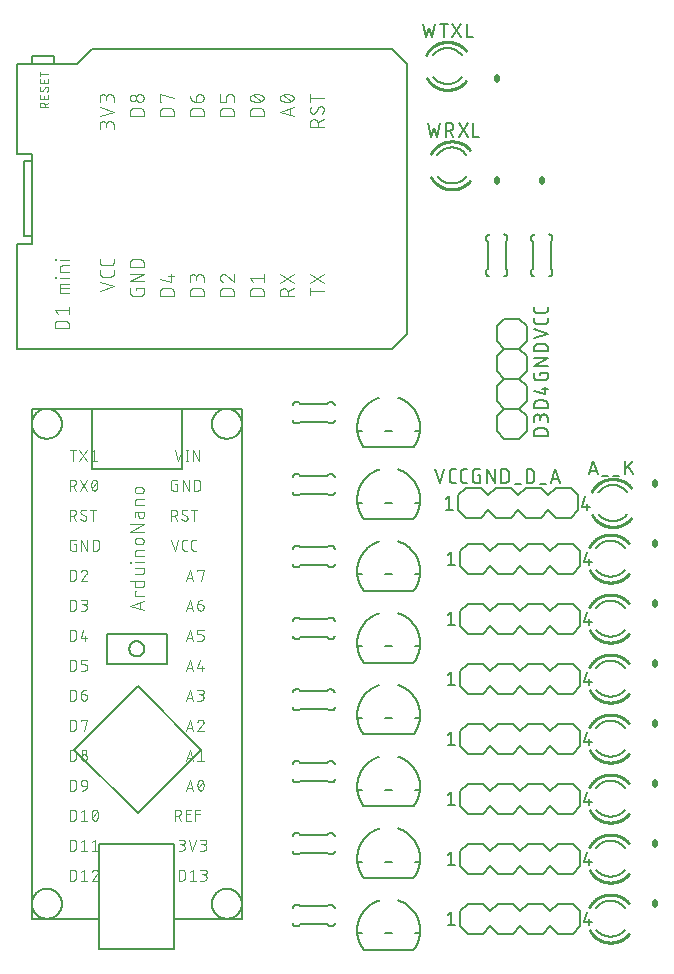
<source format=gbr>
G04 EAGLE Gerber X2 export*
%TF.Part,Single*%
%TF.FileFunction,Legend,Top,1*%
%TF.FilePolarity,Positive*%
%TF.GenerationSoftware,Autodesk,EAGLE,9.2.2*%
%TF.CreationDate,2018-12-07T06:18:27Z*%
G75*
%MOMM*%
%FSLAX34Y34*%
%LPD*%
%INSilkscreen Top*%
%AMOC8*
5,1,8,0,0,1.08239X$1,22.5*%
G01*
%ADD10C,0.127000*%
%ADD11C,0.101600*%
%ADD12C,0.076200*%
%ADD13C,0.152400*%
%ADD14C,0.254000*%
%ADD15C,0.508000*%


D10*
X355600Y762000D02*
X355600Y533400D01*
X355600Y762000D02*
X342900Y774700D01*
X88900Y774700D01*
X76200Y762000D01*
X57150Y762000D01*
X38100Y762000D01*
X25400Y762000D01*
X342900Y520700D02*
X355600Y533400D01*
X342900Y520700D02*
X25400Y520700D01*
X25400Y685800D02*
X25400Y762000D01*
X25400Y685800D02*
X38100Y685800D01*
X38100Y679450D01*
X38100Y615950D01*
X38100Y609600D01*
X25400Y609600D01*
X25400Y520700D01*
X57150Y762000D02*
X57150Y768350D01*
X38100Y768350D01*
X38100Y762000D01*
X38100Y679450D02*
X31750Y679450D01*
X31750Y615950D01*
X38100Y615950D01*
D11*
X273558Y708339D02*
X285242Y708339D01*
X273558Y708339D02*
X273558Y711584D01*
X273560Y711697D01*
X273566Y711810D01*
X273576Y711923D01*
X273590Y712036D01*
X273607Y712148D01*
X273629Y712259D01*
X273654Y712369D01*
X273684Y712479D01*
X273717Y712587D01*
X273754Y712694D01*
X273794Y712800D01*
X273839Y712904D01*
X273887Y713007D01*
X273938Y713108D01*
X273993Y713207D01*
X274051Y713304D01*
X274113Y713399D01*
X274178Y713492D01*
X274246Y713582D01*
X274317Y713670D01*
X274392Y713756D01*
X274469Y713839D01*
X274549Y713919D01*
X274632Y713996D01*
X274718Y714071D01*
X274806Y714142D01*
X274896Y714210D01*
X274989Y714275D01*
X275084Y714337D01*
X275181Y714395D01*
X275280Y714450D01*
X275381Y714501D01*
X275484Y714549D01*
X275588Y714594D01*
X275694Y714634D01*
X275801Y714671D01*
X275909Y714704D01*
X276019Y714734D01*
X276129Y714759D01*
X276240Y714781D01*
X276352Y714798D01*
X276465Y714812D01*
X276578Y714822D01*
X276691Y714828D01*
X276804Y714830D01*
X276917Y714828D01*
X277030Y714822D01*
X277143Y714812D01*
X277256Y714798D01*
X277368Y714781D01*
X277479Y714759D01*
X277589Y714734D01*
X277699Y714704D01*
X277807Y714671D01*
X277914Y714634D01*
X278020Y714594D01*
X278124Y714549D01*
X278227Y714501D01*
X278328Y714450D01*
X278427Y714395D01*
X278524Y714337D01*
X278619Y714275D01*
X278712Y714210D01*
X278802Y714142D01*
X278890Y714071D01*
X278976Y713996D01*
X279059Y713919D01*
X279139Y713839D01*
X279216Y713756D01*
X279291Y713670D01*
X279362Y713582D01*
X279430Y713492D01*
X279495Y713399D01*
X279557Y713304D01*
X279615Y713207D01*
X279670Y713108D01*
X279721Y713007D01*
X279769Y712904D01*
X279814Y712800D01*
X279854Y712694D01*
X279891Y712587D01*
X279924Y712479D01*
X279954Y712369D01*
X279979Y712259D01*
X280001Y712148D01*
X280018Y712036D01*
X280032Y711923D01*
X280042Y711810D01*
X280048Y711697D01*
X280050Y711584D01*
X280049Y711584D02*
X280049Y708339D01*
X280049Y712233D02*
X285242Y714830D01*
X285242Y723209D02*
X285240Y723308D01*
X285234Y723408D01*
X285225Y723507D01*
X285212Y723605D01*
X285195Y723703D01*
X285174Y723801D01*
X285149Y723897D01*
X285121Y723992D01*
X285089Y724086D01*
X285054Y724179D01*
X285015Y724271D01*
X284972Y724361D01*
X284927Y724449D01*
X284877Y724536D01*
X284825Y724620D01*
X284769Y724703D01*
X284711Y724783D01*
X284649Y724861D01*
X284584Y724936D01*
X284516Y725009D01*
X284446Y725079D01*
X284373Y725147D01*
X284298Y725212D01*
X284220Y725274D01*
X284140Y725332D01*
X284057Y725388D01*
X283973Y725440D01*
X283886Y725490D01*
X283798Y725535D01*
X283708Y725578D01*
X283616Y725617D01*
X283523Y725652D01*
X283429Y725684D01*
X283334Y725712D01*
X283238Y725737D01*
X283140Y725758D01*
X283042Y725775D01*
X282944Y725788D01*
X282845Y725797D01*
X282745Y725803D01*
X282646Y725805D01*
X285242Y723209D02*
X285240Y723065D01*
X285234Y722920D01*
X285225Y722776D01*
X285212Y722633D01*
X285195Y722489D01*
X285174Y722346D01*
X285149Y722204D01*
X285121Y722063D01*
X285089Y721922D01*
X285053Y721782D01*
X285014Y721643D01*
X284971Y721505D01*
X284924Y721369D01*
X284874Y721233D01*
X284820Y721099D01*
X284763Y720967D01*
X284702Y720836D01*
X284638Y720707D01*
X284570Y720579D01*
X284500Y720453D01*
X284425Y720329D01*
X284348Y720208D01*
X284267Y720088D01*
X284184Y719970D01*
X284097Y719855D01*
X284007Y719742D01*
X283914Y719631D01*
X283819Y719523D01*
X283720Y719417D01*
X283619Y719314D01*
X276154Y719639D02*
X276055Y719641D01*
X275955Y719647D01*
X275856Y719656D01*
X275758Y719669D01*
X275660Y719686D01*
X275562Y719707D01*
X275466Y719732D01*
X275371Y719760D01*
X275277Y719792D01*
X275184Y719827D01*
X275092Y719866D01*
X275002Y719909D01*
X274914Y719954D01*
X274827Y720004D01*
X274743Y720056D01*
X274660Y720112D01*
X274580Y720170D01*
X274502Y720232D01*
X274427Y720297D01*
X274354Y720365D01*
X274284Y720435D01*
X274216Y720508D01*
X274151Y720583D01*
X274089Y720661D01*
X274031Y720741D01*
X273975Y720824D01*
X273923Y720908D01*
X273873Y720995D01*
X273828Y721083D01*
X273785Y721173D01*
X273746Y721265D01*
X273711Y721358D01*
X273679Y721452D01*
X273651Y721547D01*
X273626Y721643D01*
X273605Y721741D01*
X273588Y721839D01*
X273575Y721937D01*
X273566Y722036D01*
X273560Y722136D01*
X273558Y722235D01*
X273560Y722371D01*
X273566Y722507D01*
X273575Y722643D01*
X273588Y722779D01*
X273606Y722914D01*
X273626Y723048D01*
X273651Y723182D01*
X273679Y723316D01*
X273712Y723448D01*
X273747Y723579D01*
X273787Y723710D01*
X273830Y723839D01*
X273876Y723967D01*
X273927Y724093D01*
X273980Y724219D01*
X274038Y724342D01*
X274098Y724464D01*
X274162Y724584D01*
X274230Y724703D01*
X274300Y724819D01*
X274374Y724933D01*
X274451Y725046D01*
X274532Y725156D01*
X278426Y720936D02*
X278373Y720850D01*
X278316Y720766D01*
X278257Y720684D01*
X278194Y720604D01*
X278128Y720527D01*
X278060Y720452D01*
X277988Y720380D01*
X277914Y720311D01*
X277837Y720245D01*
X277758Y720182D01*
X277676Y720122D01*
X277592Y720065D01*
X277506Y720011D01*
X277418Y719961D01*
X277328Y719914D01*
X277237Y719870D01*
X277143Y719831D01*
X277049Y719794D01*
X276953Y719762D01*
X276855Y719733D01*
X276757Y719708D01*
X276658Y719687D01*
X276558Y719669D01*
X276458Y719656D01*
X276357Y719646D01*
X276255Y719640D01*
X276154Y719638D01*
X280374Y724507D02*
X280427Y724593D01*
X280484Y724677D01*
X280543Y724759D01*
X280606Y724839D01*
X280672Y724916D01*
X280740Y724991D01*
X280812Y725063D01*
X280886Y725132D01*
X280963Y725198D01*
X281042Y725261D01*
X281124Y725321D01*
X281208Y725378D01*
X281294Y725432D01*
X281382Y725482D01*
X281472Y725529D01*
X281563Y725573D01*
X281657Y725612D01*
X281751Y725649D01*
X281847Y725681D01*
X281945Y725710D01*
X282043Y725735D01*
X282142Y725756D01*
X282242Y725774D01*
X282342Y725787D01*
X282443Y725797D01*
X282545Y725803D01*
X282646Y725805D01*
X280374Y724507D02*
X278426Y720937D01*
X273558Y732846D02*
X285242Y732846D01*
X273558Y729601D02*
X273558Y736092D01*
X234442Y717790D02*
X222758Y717790D01*
X222758Y721035D01*
X222760Y721148D01*
X222766Y721261D01*
X222776Y721374D01*
X222790Y721487D01*
X222807Y721599D01*
X222829Y721710D01*
X222854Y721820D01*
X222884Y721930D01*
X222917Y722038D01*
X222954Y722145D01*
X222994Y722251D01*
X223039Y722355D01*
X223087Y722458D01*
X223138Y722559D01*
X223193Y722658D01*
X223251Y722755D01*
X223313Y722850D01*
X223378Y722943D01*
X223446Y723033D01*
X223517Y723121D01*
X223592Y723207D01*
X223669Y723290D01*
X223749Y723370D01*
X223832Y723447D01*
X223918Y723522D01*
X224006Y723593D01*
X224096Y723661D01*
X224189Y723726D01*
X224284Y723788D01*
X224381Y723846D01*
X224480Y723901D01*
X224581Y723952D01*
X224684Y724000D01*
X224788Y724045D01*
X224894Y724085D01*
X225001Y724122D01*
X225109Y724155D01*
X225219Y724185D01*
X225329Y724210D01*
X225440Y724232D01*
X225552Y724249D01*
X225665Y724263D01*
X225778Y724273D01*
X225891Y724279D01*
X226004Y724281D01*
X231196Y724281D01*
X231196Y724282D02*
X231309Y724280D01*
X231422Y724274D01*
X231535Y724264D01*
X231648Y724250D01*
X231760Y724233D01*
X231871Y724211D01*
X231981Y724186D01*
X232091Y724156D01*
X232199Y724123D01*
X232306Y724086D01*
X232412Y724046D01*
X232516Y724001D01*
X232619Y723953D01*
X232720Y723902D01*
X232819Y723847D01*
X232916Y723789D01*
X233011Y723727D01*
X233104Y723662D01*
X233194Y723594D01*
X233282Y723523D01*
X233368Y723448D01*
X233451Y723371D01*
X233531Y723291D01*
X233608Y723208D01*
X233683Y723122D01*
X233754Y723034D01*
X233822Y722944D01*
X233887Y722851D01*
X233949Y722756D01*
X234007Y722659D01*
X234062Y722560D01*
X234113Y722459D01*
X234161Y722356D01*
X234206Y722252D01*
X234246Y722146D01*
X234283Y722039D01*
X234316Y721931D01*
X234346Y721821D01*
X234371Y721711D01*
X234393Y721600D01*
X234410Y721488D01*
X234424Y721375D01*
X234434Y721262D01*
X234440Y721149D01*
X234442Y721036D01*
X234442Y721035D02*
X234442Y717790D01*
X228600Y729601D02*
X228370Y729604D01*
X228140Y729612D01*
X227911Y729626D01*
X227682Y729645D01*
X227453Y729670D01*
X227225Y729700D01*
X226998Y729735D01*
X226772Y729776D01*
X226547Y729822D01*
X226323Y729874D01*
X226100Y729931D01*
X225879Y729993D01*
X225659Y730061D01*
X225441Y730134D01*
X225225Y730212D01*
X225011Y730295D01*
X224799Y730383D01*
X224588Y730476D01*
X224381Y730575D01*
X224381Y730574D02*
X224291Y730607D01*
X224202Y730643D01*
X224114Y730683D01*
X224029Y730727D01*
X223945Y730774D01*
X223863Y730824D01*
X223783Y730878D01*
X223706Y730934D01*
X223630Y730994D01*
X223557Y731057D01*
X223487Y731122D01*
X223419Y731191D01*
X223355Y731262D01*
X223293Y731335D01*
X223234Y731411D01*
X223178Y731489D01*
X223125Y731570D01*
X223076Y731652D01*
X223030Y731736D01*
X222987Y731823D01*
X222948Y731910D01*
X222912Y732000D01*
X222880Y732090D01*
X222852Y732182D01*
X222827Y732275D01*
X222806Y732369D01*
X222789Y732463D01*
X222775Y732558D01*
X222766Y732654D01*
X222760Y732750D01*
X222758Y732846D01*
X222760Y732942D01*
X222766Y733038D01*
X222775Y733134D01*
X222789Y733229D01*
X222806Y733323D01*
X222827Y733417D01*
X222852Y733510D01*
X222880Y733602D01*
X222912Y733692D01*
X222948Y733782D01*
X222987Y733870D01*
X223030Y733956D01*
X223076Y734040D01*
X223125Y734122D01*
X223178Y734203D01*
X223234Y734281D01*
X223293Y734357D01*
X223355Y734430D01*
X223419Y734501D01*
X223487Y734570D01*
X223557Y734635D01*
X223630Y734698D01*
X223706Y734758D01*
X223783Y734814D01*
X223863Y734868D01*
X223945Y734918D01*
X224029Y734965D01*
X224114Y735009D01*
X224202Y735049D01*
X224291Y735085D01*
X224381Y735118D01*
X224588Y735217D01*
X224799Y735310D01*
X225011Y735398D01*
X225225Y735481D01*
X225441Y735559D01*
X225659Y735632D01*
X225879Y735700D01*
X226100Y735762D01*
X226323Y735819D01*
X226547Y735871D01*
X226772Y735917D01*
X226998Y735958D01*
X227225Y735993D01*
X227453Y736023D01*
X227682Y736048D01*
X227911Y736067D01*
X228140Y736081D01*
X228370Y736089D01*
X228600Y736092D01*
X228600Y729601D02*
X228830Y729604D01*
X229060Y729612D01*
X229289Y729626D01*
X229518Y729645D01*
X229747Y729670D01*
X229975Y729700D01*
X230202Y729735D01*
X230428Y729776D01*
X230653Y729822D01*
X230877Y729874D01*
X231100Y729931D01*
X231321Y729993D01*
X231541Y730061D01*
X231759Y730134D01*
X231975Y730212D01*
X232189Y730295D01*
X232401Y730383D01*
X232612Y730476D01*
X232819Y730575D01*
X232819Y730574D02*
X232909Y730607D01*
X232998Y730643D01*
X233086Y730684D01*
X233171Y730727D01*
X233255Y730774D01*
X233337Y730824D01*
X233417Y730878D01*
X233494Y730934D01*
X233570Y730994D01*
X233643Y731057D01*
X233713Y731122D01*
X233781Y731191D01*
X233845Y731262D01*
X233907Y731335D01*
X233966Y731411D01*
X234022Y731489D01*
X234075Y731570D01*
X234124Y731652D01*
X234170Y731736D01*
X234213Y731823D01*
X234252Y731910D01*
X234288Y732000D01*
X234320Y732090D01*
X234348Y732182D01*
X234373Y732275D01*
X234394Y732369D01*
X234411Y732463D01*
X234425Y732558D01*
X234434Y732654D01*
X234440Y732750D01*
X234442Y732846D01*
X232819Y735118D02*
X232612Y735217D01*
X232401Y735310D01*
X232189Y735398D01*
X231975Y735481D01*
X231759Y735559D01*
X231541Y735632D01*
X231321Y735700D01*
X231100Y735762D01*
X230877Y735819D01*
X230653Y735871D01*
X230428Y735917D01*
X230202Y735958D01*
X229975Y735993D01*
X229747Y736023D01*
X229518Y736048D01*
X229289Y736067D01*
X229060Y736081D01*
X228830Y736089D01*
X228600Y736092D01*
X232819Y735118D02*
X232909Y735085D01*
X232998Y735049D01*
X233086Y735009D01*
X233171Y734965D01*
X233255Y734918D01*
X233337Y734868D01*
X233417Y734814D01*
X233494Y734758D01*
X233570Y734698D01*
X233643Y734635D01*
X233713Y734570D01*
X233781Y734501D01*
X233845Y734430D01*
X233907Y734357D01*
X233966Y734281D01*
X234022Y734203D01*
X234075Y734122D01*
X234124Y734040D01*
X234170Y733956D01*
X234213Y733869D01*
X234252Y733782D01*
X234288Y733692D01*
X234320Y733602D01*
X234348Y733510D01*
X234373Y733417D01*
X234394Y733323D01*
X234411Y733229D01*
X234425Y733134D01*
X234434Y733038D01*
X234440Y732942D01*
X234442Y732846D01*
X231846Y730250D02*
X225354Y735443D01*
X209042Y717790D02*
X197358Y717790D01*
X197358Y721035D01*
X197360Y721148D01*
X197366Y721261D01*
X197376Y721374D01*
X197390Y721487D01*
X197407Y721599D01*
X197429Y721710D01*
X197454Y721820D01*
X197484Y721930D01*
X197517Y722038D01*
X197554Y722145D01*
X197594Y722251D01*
X197639Y722355D01*
X197687Y722458D01*
X197738Y722559D01*
X197793Y722658D01*
X197851Y722755D01*
X197913Y722850D01*
X197978Y722943D01*
X198046Y723033D01*
X198117Y723121D01*
X198192Y723207D01*
X198269Y723290D01*
X198349Y723370D01*
X198432Y723447D01*
X198518Y723522D01*
X198606Y723593D01*
X198696Y723661D01*
X198789Y723726D01*
X198884Y723788D01*
X198981Y723846D01*
X199080Y723901D01*
X199181Y723952D01*
X199284Y724000D01*
X199388Y724045D01*
X199494Y724085D01*
X199601Y724122D01*
X199709Y724155D01*
X199819Y724185D01*
X199929Y724210D01*
X200040Y724232D01*
X200152Y724249D01*
X200265Y724263D01*
X200378Y724273D01*
X200491Y724279D01*
X200604Y724281D01*
X205796Y724281D01*
X205796Y724282D02*
X205909Y724280D01*
X206022Y724274D01*
X206135Y724264D01*
X206248Y724250D01*
X206360Y724233D01*
X206471Y724211D01*
X206581Y724186D01*
X206691Y724156D01*
X206799Y724123D01*
X206906Y724086D01*
X207012Y724046D01*
X207116Y724001D01*
X207219Y723953D01*
X207320Y723902D01*
X207419Y723847D01*
X207516Y723789D01*
X207611Y723727D01*
X207704Y723662D01*
X207794Y723594D01*
X207882Y723523D01*
X207968Y723448D01*
X208051Y723371D01*
X208131Y723291D01*
X208208Y723208D01*
X208283Y723122D01*
X208354Y723034D01*
X208422Y722944D01*
X208487Y722851D01*
X208549Y722756D01*
X208607Y722659D01*
X208662Y722560D01*
X208713Y722459D01*
X208761Y722356D01*
X208806Y722252D01*
X208846Y722146D01*
X208883Y722039D01*
X208916Y721931D01*
X208946Y721821D01*
X208971Y721711D01*
X208993Y721600D01*
X209010Y721488D01*
X209024Y721375D01*
X209034Y721262D01*
X209040Y721149D01*
X209042Y721036D01*
X209042Y721035D02*
X209042Y717790D01*
X209042Y729601D02*
X209042Y733496D01*
X209040Y733595D01*
X209034Y733695D01*
X209025Y733794D01*
X209012Y733892D01*
X208995Y733990D01*
X208974Y734088D01*
X208949Y734184D01*
X208921Y734279D01*
X208889Y734373D01*
X208854Y734466D01*
X208815Y734558D01*
X208772Y734648D01*
X208727Y734736D01*
X208677Y734823D01*
X208625Y734907D01*
X208569Y734990D01*
X208511Y735070D01*
X208449Y735148D01*
X208384Y735223D01*
X208316Y735296D01*
X208246Y735366D01*
X208173Y735434D01*
X208098Y735499D01*
X208020Y735561D01*
X207940Y735619D01*
X207857Y735675D01*
X207773Y735727D01*
X207686Y735777D01*
X207598Y735822D01*
X207508Y735865D01*
X207416Y735904D01*
X207323Y735939D01*
X207229Y735971D01*
X207134Y735999D01*
X207038Y736024D01*
X206940Y736045D01*
X206842Y736062D01*
X206744Y736075D01*
X206645Y736084D01*
X206545Y736090D01*
X206446Y736092D01*
X205147Y736092D01*
X205048Y736090D01*
X204948Y736084D01*
X204849Y736075D01*
X204751Y736062D01*
X204653Y736045D01*
X204555Y736024D01*
X204459Y735999D01*
X204364Y735971D01*
X204270Y735939D01*
X204177Y735904D01*
X204085Y735865D01*
X203995Y735822D01*
X203907Y735777D01*
X203820Y735727D01*
X203736Y735675D01*
X203653Y735619D01*
X203573Y735561D01*
X203495Y735499D01*
X203420Y735434D01*
X203347Y735366D01*
X203277Y735296D01*
X203209Y735223D01*
X203144Y735148D01*
X203082Y735070D01*
X203024Y734990D01*
X202968Y734907D01*
X202916Y734823D01*
X202866Y734736D01*
X202821Y734648D01*
X202778Y734558D01*
X202739Y734466D01*
X202704Y734373D01*
X202672Y734279D01*
X202644Y734184D01*
X202619Y734088D01*
X202598Y733990D01*
X202581Y733892D01*
X202568Y733794D01*
X202559Y733695D01*
X202553Y733595D01*
X202551Y733496D01*
X202551Y729601D01*
X197358Y729601D01*
X197358Y736092D01*
X183642Y717790D02*
X171958Y717790D01*
X171958Y721035D01*
X171960Y721148D01*
X171966Y721261D01*
X171976Y721374D01*
X171990Y721487D01*
X172007Y721599D01*
X172029Y721710D01*
X172054Y721820D01*
X172084Y721930D01*
X172117Y722038D01*
X172154Y722145D01*
X172194Y722251D01*
X172239Y722355D01*
X172287Y722458D01*
X172338Y722559D01*
X172393Y722658D01*
X172451Y722755D01*
X172513Y722850D01*
X172578Y722943D01*
X172646Y723033D01*
X172717Y723121D01*
X172792Y723207D01*
X172869Y723290D01*
X172949Y723370D01*
X173032Y723447D01*
X173118Y723522D01*
X173206Y723593D01*
X173296Y723661D01*
X173389Y723726D01*
X173484Y723788D01*
X173581Y723846D01*
X173680Y723901D01*
X173781Y723952D01*
X173884Y724000D01*
X173988Y724045D01*
X174094Y724085D01*
X174201Y724122D01*
X174309Y724155D01*
X174419Y724185D01*
X174529Y724210D01*
X174640Y724232D01*
X174752Y724249D01*
X174865Y724263D01*
X174978Y724273D01*
X175091Y724279D01*
X175204Y724281D01*
X180396Y724281D01*
X180396Y724282D02*
X180509Y724280D01*
X180622Y724274D01*
X180735Y724264D01*
X180848Y724250D01*
X180960Y724233D01*
X181071Y724211D01*
X181181Y724186D01*
X181291Y724156D01*
X181399Y724123D01*
X181506Y724086D01*
X181612Y724046D01*
X181716Y724001D01*
X181819Y723953D01*
X181920Y723902D01*
X182019Y723847D01*
X182116Y723789D01*
X182211Y723727D01*
X182304Y723662D01*
X182394Y723594D01*
X182482Y723523D01*
X182568Y723448D01*
X182651Y723371D01*
X182731Y723291D01*
X182808Y723208D01*
X182883Y723122D01*
X182954Y723034D01*
X183022Y722944D01*
X183087Y722851D01*
X183149Y722756D01*
X183207Y722659D01*
X183262Y722560D01*
X183313Y722459D01*
X183361Y722356D01*
X183406Y722252D01*
X183446Y722146D01*
X183483Y722039D01*
X183516Y721931D01*
X183546Y721821D01*
X183571Y721711D01*
X183593Y721600D01*
X183610Y721488D01*
X183624Y721375D01*
X183634Y721262D01*
X183640Y721149D01*
X183642Y721036D01*
X183642Y721035D02*
X183642Y717790D01*
X177151Y729601D02*
X177151Y733496D01*
X177153Y733595D01*
X177159Y733695D01*
X177168Y733794D01*
X177181Y733892D01*
X177198Y733990D01*
X177219Y734088D01*
X177244Y734184D01*
X177272Y734279D01*
X177304Y734373D01*
X177339Y734466D01*
X177378Y734558D01*
X177421Y734648D01*
X177466Y734736D01*
X177516Y734823D01*
X177568Y734907D01*
X177624Y734990D01*
X177682Y735070D01*
X177744Y735148D01*
X177809Y735223D01*
X177877Y735296D01*
X177947Y735366D01*
X178020Y735434D01*
X178095Y735499D01*
X178173Y735561D01*
X178253Y735619D01*
X178336Y735675D01*
X178420Y735727D01*
X178507Y735777D01*
X178595Y735822D01*
X178685Y735865D01*
X178777Y735904D01*
X178870Y735939D01*
X178964Y735971D01*
X179059Y735999D01*
X179155Y736024D01*
X179253Y736045D01*
X179351Y736062D01*
X179449Y736075D01*
X179548Y736084D01*
X179648Y736090D01*
X179747Y736092D01*
X180396Y736092D01*
X180509Y736090D01*
X180622Y736084D01*
X180735Y736074D01*
X180848Y736060D01*
X180960Y736043D01*
X181071Y736021D01*
X181181Y735996D01*
X181291Y735966D01*
X181399Y735933D01*
X181506Y735896D01*
X181612Y735856D01*
X181716Y735811D01*
X181819Y735763D01*
X181920Y735712D01*
X182019Y735657D01*
X182116Y735599D01*
X182211Y735537D01*
X182304Y735472D01*
X182394Y735404D01*
X182482Y735333D01*
X182568Y735258D01*
X182651Y735181D01*
X182731Y735101D01*
X182808Y735018D01*
X182883Y734932D01*
X182954Y734844D01*
X183022Y734754D01*
X183087Y734661D01*
X183149Y734566D01*
X183207Y734469D01*
X183262Y734370D01*
X183313Y734269D01*
X183361Y734166D01*
X183406Y734062D01*
X183446Y733956D01*
X183483Y733849D01*
X183516Y733741D01*
X183546Y733631D01*
X183571Y733521D01*
X183593Y733410D01*
X183610Y733298D01*
X183624Y733185D01*
X183634Y733072D01*
X183640Y732959D01*
X183642Y732846D01*
X183640Y732733D01*
X183634Y732620D01*
X183624Y732507D01*
X183610Y732394D01*
X183593Y732282D01*
X183571Y732171D01*
X183546Y732061D01*
X183516Y731951D01*
X183483Y731843D01*
X183446Y731736D01*
X183406Y731630D01*
X183361Y731526D01*
X183313Y731423D01*
X183262Y731322D01*
X183207Y731223D01*
X183149Y731126D01*
X183087Y731031D01*
X183022Y730938D01*
X182954Y730848D01*
X182883Y730760D01*
X182808Y730674D01*
X182731Y730591D01*
X182651Y730511D01*
X182568Y730434D01*
X182482Y730359D01*
X182394Y730288D01*
X182304Y730220D01*
X182211Y730155D01*
X182116Y730093D01*
X182019Y730035D01*
X181920Y729980D01*
X181819Y729929D01*
X181716Y729881D01*
X181612Y729836D01*
X181506Y729796D01*
X181399Y729759D01*
X181291Y729726D01*
X181181Y729696D01*
X181071Y729671D01*
X180960Y729649D01*
X180848Y729632D01*
X180735Y729618D01*
X180622Y729608D01*
X180509Y729602D01*
X180396Y729600D01*
X180396Y729601D02*
X177151Y729601D01*
X177008Y729603D01*
X176865Y729609D01*
X176722Y729619D01*
X176580Y729633D01*
X176438Y729650D01*
X176296Y729672D01*
X176155Y729697D01*
X176015Y729727D01*
X175876Y729760D01*
X175738Y729797D01*
X175601Y729838D01*
X175465Y729882D01*
X175330Y729931D01*
X175197Y729983D01*
X175065Y730038D01*
X174935Y730098D01*
X174806Y730161D01*
X174679Y730227D01*
X174555Y730297D01*
X174432Y730370D01*
X174311Y730447D01*
X174192Y730526D01*
X174076Y730610D01*
X173961Y730696D01*
X173850Y730785D01*
X173741Y730878D01*
X173634Y730973D01*
X173530Y731072D01*
X173429Y731173D01*
X173330Y731277D01*
X173235Y731383D01*
X173142Y731493D01*
X173053Y731604D01*
X172967Y731718D01*
X172884Y731835D01*
X172804Y731954D01*
X172727Y732075D01*
X172654Y732197D01*
X172584Y732322D01*
X172518Y732449D01*
X172455Y732578D01*
X172395Y732708D01*
X172340Y732840D01*
X172288Y732973D01*
X172239Y733108D01*
X172195Y733244D01*
X172154Y733381D01*
X172117Y733519D01*
X172084Y733658D01*
X172054Y733798D01*
X172029Y733939D01*
X172007Y734081D01*
X171990Y734223D01*
X171976Y734365D01*
X171966Y734508D01*
X171960Y734651D01*
X171958Y734794D01*
X158242Y717790D02*
X146558Y717790D01*
X146558Y721035D01*
X146560Y721148D01*
X146566Y721261D01*
X146576Y721374D01*
X146590Y721487D01*
X146607Y721599D01*
X146629Y721710D01*
X146654Y721820D01*
X146684Y721930D01*
X146717Y722038D01*
X146754Y722145D01*
X146794Y722251D01*
X146839Y722355D01*
X146887Y722458D01*
X146938Y722559D01*
X146993Y722658D01*
X147051Y722755D01*
X147113Y722850D01*
X147178Y722943D01*
X147246Y723033D01*
X147317Y723121D01*
X147392Y723207D01*
X147469Y723290D01*
X147549Y723370D01*
X147632Y723447D01*
X147718Y723522D01*
X147806Y723593D01*
X147896Y723661D01*
X147989Y723726D01*
X148084Y723788D01*
X148181Y723846D01*
X148280Y723901D01*
X148381Y723952D01*
X148484Y724000D01*
X148588Y724045D01*
X148694Y724085D01*
X148801Y724122D01*
X148909Y724155D01*
X149019Y724185D01*
X149129Y724210D01*
X149240Y724232D01*
X149352Y724249D01*
X149465Y724263D01*
X149578Y724273D01*
X149691Y724279D01*
X149804Y724281D01*
X154996Y724281D01*
X154996Y724282D02*
X155109Y724280D01*
X155222Y724274D01*
X155335Y724264D01*
X155448Y724250D01*
X155560Y724233D01*
X155671Y724211D01*
X155781Y724186D01*
X155891Y724156D01*
X155999Y724123D01*
X156106Y724086D01*
X156212Y724046D01*
X156316Y724001D01*
X156419Y723953D01*
X156520Y723902D01*
X156619Y723847D01*
X156716Y723789D01*
X156811Y723727D01*
X156904Y723662D01*
X156994Y723594D01*
X157082Y723523D01*
X157168Y723448D01*
X157251Y723371D01*
X157331Y723291D01*
X157408Y723208D01*
X157483Y723122D01*
X157554Y723034D01*
X157622Y722944D01*
X157687Y722851D01*
X157749Y722756D01*
X157807Y722659D01*
X157862Y722560D01*
X157913Y722459D01*
X157961Y722356D01*
X158006Y722252D01*
X158046Y722146D01*
X158083Y722039D01*
X158116Y721931D01*
X158146Y721821D01*
X158171Y721711D01*
X158193Y721600D01*
X158210Y721488D01*
X158224Y721375D01*
X158234Y721262D01*
X158240Y721149D01*
X158242Y721036D01*
X158242Y721035D02*
X158242Y717790D01*
X147856Y729601D02*
X146558Y729601D01*
X146558Y736092D01*
X158242Y732846D01*
X132842Y717790D02*
X121158Y717790D01*
X121158Y721035D01*
X121160Y721148D01*
X121166Y721261D01*
X121176Y721374D01*
X121190Y721487D01*
X121207Y721599D01*
X121229Y721710D01*
X121254Y721820D01*
X121284Y721930D01*
X121317Y722038D01*
X121354Y722145D01*
X121394Y722251D01*
X121439Y722355D01*
X121487Y722458D01*
X121538Y722559D01*
X121593Y722658D01*
X121651Y722755D01*
X121713Y722850D01*
X121778Y722943D01*
X121846Y723033D01*
X121917Y723121D01*
X121992Y723207D01*
X122069Y723290D01*
X122149Y723370D01*
X122232Y723447D01*
X122318Y723522D01*
X122406Y723593D01*
X122496Y723661D01*
X122589Y723726D01*
X122684Y723788D01*
X122781Y723846D01*
X122880Y723901D01*
X122981Y723952D01*
X123084Y724000D01*
X123188Y724045D01*
X123294Y724085D01*
X123401Y724122D01*
X123509Y724155D01*
X123619Y724185D01*
X123729Y724210D01*
X123840Y724232D01*
X123952Y724249D01*
X124065Y724263D01*
X124178Y724273D01*
X124291Y724279D01*
X124404Y724281D01*
X129596Y724281D01*
X129596Y724282D02*
X129709Y724280D01*
X129822Y724274D01*
X129935Y724264D01*
X130048Y724250D01*
X130160Y724233D01*
X130271Y724211D01*
X130381Y724186D01*
X130491Y724156D01*
X130599Y724123D01*
X130706Y724086D01*
X130812Y724046D01*
X130916Y724001D01*
X131019Y723953D01*
X131120Y723902D01*
X131219Y723847D01*
X131316Y723789D01*
X131411Y723727D01*
X131504Y723662D01*
X131594Y723594D01*
X131682Y723523D01*
X131768Y723448D01*
X131851Y723371D01*
X131931Y723291D01*
X132008Y723208D01*
X132083Y723122D01*
X132154Y723034D01*
X132222Y722944D01*
X132287Y722851D01*
X132349Y722756D01*
X132407Y722659D01*
X132462Y722560D01*
X132513Y722459D01*
X132561Y722356D01*
X132606Y722252D01*
X132646Y722146D01*
X132683Y722039D01*
X132716Y721931D01*
X132746Y721821D01*
X132771Y721711D01*
X132793Y721600D01*
X132810Y721488D01*
X132824Y721375D01*
X132834Y721262D01*
X132840Y721149D01*
X132842Y721036D01*
X132842Y721035D02*
X132842Y717790D01*
X129596Y729600D02*
X129483Y729602D01*
X129370Y729608D01*
X129257Y729618D01*
X129144Y729632D01*
X129032Y729649D01*
X128921Y729671D01*
X128811Y729696D01*
X128701Y729726D01*
X128593Y729759D01*
X128486Y729796D01*
X128380Y729836D01*
X128276Y729881D01*
X128173Y729929D01*
X128072Y729980D01*
X127973Y730035D01*
X127876Y730093D01*
X127781Y730155D01*
X127688Y730220D01*
X127598Y730288D01*
X127510Y730359D01*
X127424Y730434D01*
X127341Y730511D01*
X127261Y730591D01*
X127184Y730674D01*
X127109Y730760D01*
X127038Y730848D01*
X126970Y730938D01*
X126905Y731031D01*
X126843Y731126D01*
X126785Y731223D01*
X126730Y731322D01*
X126679Y731423D01*
X126631Y731526D01*
X126586Y731630D01*
X126546Y731736D01*
X126509Y731843D01*
X126476Y731951D01*
X126446Y732061D01*
X126421Y732171D01*
X126399Y732282D01*
X126382Y732394D01*
X126368Y732507D01*
X126358Y732620D01*
X126352Y732733D01*
X126350Y732846D01*
X126352Y732959D01*
X126358Y733072D01*
X126368Y733185D01*
X126382Y733298D01*
X126399Y733410D01*
X126421Y733521D01*
X126446Y733631D01*
X126476Y733741D01*
X126509Y733849D01*
X126546Y733956D01*
X126586Y734062D01*
X126631Y734166D01*
X126679Y734269D01*
X126730Y734370D01*
X126785Y734469D01*
X126843Y734566D01*
X126905Y734661D01*
X126970Y734754D01*
X127038Y734844D01*
X127109Y734932D01*
X127184Y735018D01*
X127261Y735101D01*
X127341Y735181D01*
X127424Y735258D01*
X127510Y735333D01*
X127598Y735404D01*
X127688Y735472D01*
X127781Y735537D01*
X127876Y735599D01*
X127973Y735657D01*
X128072Y735712D01*
X128173Y735763D01*
X128276Y735811D01*
X128380Y735856D01*
X128486Y735896D01*
X128593Y735933D01*
X128701Y735966D01*
X128811Y735996D01*
X128921Y736021D01*
X129032Y736043D01*
X129144Y736060D01*
X129257Y736074D01*
X129370Y736084D01*
X129483Y736090D01*
X129596Y736092D01*
X129709Y736090D01*
X129822Y736084D01*
X129935Y736074D01*
X130048Y736060D01*
X130160Y736043D01*
X130271Y736021D01*
X130381Y735996D01*
X130491Y735966D01*
X130599Y735933D01*
X130706Y735896D01*
X130812Y735856D01*
X130916Y735811D01*
X131019Y735763D01*
X131120Y735712D01*
X131219Y735657D01*
X131316Y735599D01*
X131411Y735537D01*
X131504Y735472D01*
X131594Y735404D01*
X131682Y735333D01*
X131768Y735258D01*
X131851Y735181D01*
X131931Y735101D01*
X132008Y735018D01*
X132083Y734932D01*
X132154Y734844D01*
X132222Y734754D01*
X132287Y734661D01*
X132349Y734566D01*
X132407Y734469D01*
X132462Y734370D01*
X132513Y734269D01*
X132561Y734166D01*
X132606Y734062D01*
X132646Y733956D01*
X132683Y733849D01*
X132716Y733741D01*
X132746Y733631D01*
X132771Y733521D01*
X132793Y733410D01*
X132810Y733298D01*
X132824Y733185D01*
X132834Y733072D01*
X132840Y732959D01*
X132842Y732846D01*
X132840Y732733D01*
X132834Y732620D01*
X132824Y732507D01*
X132810Y732394D01*
X132793Y732282D01*
X132771Y732171D01*
X132746Y732061D01*
X132716Y731951D01*
X132683Y731843D01*
X132646Y731736D01*
X132606Y731630D01*
X132561Y731526D01*
X132513Y731423D01*
X132462Y731322D01*
X132407Y731223D01*
X132349Y731126D01*
X132287Y731031D01*
X132222Y730938D01*
X132154Y730848D01*
X132083Y730760D01*
X132008Y730674D01*
X131931Y730591D01*
X131851Y730511D01*
X131768Y730434D01*
X131682Y730359D01*
X131594Y730288D01*
X131504Y730220D01*
X131411Y730155D01*
X131316Y730093D01*
X131219Y730035D01*
X131120Y729980D01*
X131019Y729929D01*
X130916Y729881D01*
X130812Y729836D01*
X130706Y729796D01*
X130599Y729759D01*
X130491Y729726D01*
X130381Y729696D01*
X130271Y729671D01*
X130160Y729649D01*
X130048Y729632D01*
X129935Y729618D01*
X129822Y729608D01*
X129709Y729602D01*
X129596Y729600D01*
X123754Y730250D02*
X123653Y730252D01*
X123553Y730258D01*
X123453Y730268D01*
X123353Y730281D01*
X123254Y730299D01*
X123155Y730320D01*
X123058Y730345D01*
X122961Y730374D01*
X122866Y730407D01*
X122772Y730443D01*
X122680Y730483D01*
X122589Y730526D01*
X122500Y730573D01*
X122413Y730623D01*
X122327Y730677D01*
X122244Y730734D01*
X122164Y730794D01*
X122085Y730857D01*
X122009Y730924D01*
X121936Y730993D01*
X121866Y731065D01*
X121798Y731139D01*
X121733Y731216D01*
X121672Y731296D01*
X121613Y731378D01*
X121558Y731462D01*
X121506Y731548D01*
X121457Y731636D01*
X121412Y731726D01*
X121370Y731818D01*
X121332Y731911D01*
X121298Y732006D01*
X121267Y732101D01*
X121240Y732198D01*
X121217Y732296D01*
X121197Y732395D01*
X121182Y732495D01*
X121170Y732595D01*
X121162Y732695D01*
X121158Y732796D01*
X121158Y732896D01*
X121162Y732997D01*
X121170Y733097D01*
X121182Y733197D01*
X121197Y733297D01*
X121217Y733396D01*
X121240Y733494D01*
X121267Y733591D01*
X121298Y733686D01*
X121332Y733781D01*
X121370Y733874D01*
X121412Y733966D01*
X121457Y734056D01*
X121506Y734144D01*
X121558Y734230D01*
X121613Y734314D01*
X121672Y734396D01*
X121733Y734476D01*
X121798Y734553D01*
X121866Y734627D01*
X121936Y734699D01*
X122009Y734768D01*
X122085Y734835D01*
X122164Y734898D01*
X122244Y734958D01*
X122327Y735015D01*
X122413Y735069D01*
X122500Y735119D01*
X122589Y735166D01*
X122680Y735209D01*
X122772Y735249D01*
X122866Y735285D01*
X122961Y735318D01*
X123058Y735347D01*
X123155Y735372D01*
X123254Y735393D01*
X123353Y735411D01*
X123453Y735424D01*
X123553Y735434D01*
X123653Y735440D01*
X123754Y735442D01*
X123855Y735440D01*
X123955Y735434D01*
X124055Y735424D01*
X124155Y735411D01*
X124254Y735393D01*
X124353Y735372D01*
X124450Y735347D01*
X124547Y735318D01*
X124642Y735285D01*
X124736Y735249D01*
X124828Y735209D01*
X124919Y735166D01*
X125008Y735119D01*
X125095Y735069D01*
X125181Y735015D01*
X125264Y734958D01*
X125344Y734898D01*
X125423Y734835D01*
X125499Y734768D01*
X125572Y734699D01*
X125642Y734627D01*
X125710Y734553D01*
X125775Y734476D01*
X125836Y734396D01*
X125895Y734314D01*
X125950Y734230D01*
X126002Y734144D01*
X126051Y734056D01*
X126096Y733966D01*
X126138Y733874D01*
X126176Y733781D01*
X126210Y733686D01*
X126241Y733591D01*
X126268Y733494D01*
X126291Y733396D01*
X126311Y733297D01*
X126326Y733197D01*
X126338Y733097D01*
X126346Y732997D01*
X126350Y732896D01*
X126350Y732796D01*
X126346Y732695D01*
X126338Y732595D01*
X126326Y732495D01*
X126311Y732395D01*
X126291Y732296D01*
X126268Y732198D01*
X126241Y732101D01*
X126210Y732006D01*
X126176Y731911D01*
X126138Y731818D01*
X126096Y731726D01*
X126051Y731636D01*
X126002Y731548D01*
X125950Y731462D01*
X125895Y731378D01*
X125836Y731296D01*
X125775Y731216D01*
X125710Y731139D01*
X125642Y731065D01*
X125572Y730993D01*
X125499Y730924D01*
X125423Y730857D01*
X125344Y730794D01*
X125264Y730734D01*
X125181Y730677D01*
X125095Y730623D01*
X125008Y730573D01*
X124919Y730526D01*
X124828Y730483D01*
X124736Y730443D01*
X124642Y730407D01*
X124547Y730374D01*
X124450Y730345D01*
X124353Y730320D01*
X124254Y730299D01*
X124155Y730281D01*
X124055Y730268D01*
X123955Y730258D01*
X123855Y730252D01*
X123754Y730250D01*
X107442Y709986D02*
X107442Y706741D01*
X107442Y709986D02*
X107440Y710099D01*
X107434Y710212D01*
X107424Y710325D01*
X107410Y710438D01*
X107393Y710550D01*
X107371Y710661D01*
X107346Y710771D01*
X107316Y710881D01*
X107283Y710989D01*
X107246Y711096D01*
X107206Y711202D01*
X107161Y711306D01*
X107113Y711409D01*
X107062Y711510D01*
X107007Y711609D01*
X106949Y711706D01*
X106887Y711801D01*
X106822Y711894D01*
X106754Y711984D01*
X106683Y712072D01*
X106608Y712158D01*
X106531Y712241D01*
X106451Y712321D01*
X106368Y712398D01*
X106282Y712473D01*
X106194Y712544D01*
X106104Y712612D01*
X106011Y712677D01*
X105916Y712739D01*
X105819Y712797D01*
X105720Y712852D01*
X105619Y712903D01*
X105516Y712951D01*
X105412Y712996D01*
X105306Y713036D01*
X105199Y713073D01*
X105091Y713106D01*
X104981Y713136D01*
X104871Y713161D01*
X104760Y713183D01*
X104648Y713200D01*
X104535Y713214D01*
X104422Y713224D01*
X104309Y713230D01*
X104196Y713232D01*
X104083Y713230D01*
X103970Y713224D01*
X103857Y713214D01*
X103744Y713200D01*
X103632Y713183D01*
X103521Y713161D01*
X103411Y713136D01*
X103301Y713106D01*
X103193Y713073D01*
X103086Y713036D01*
X102980Y712996D01*
X102876Y712951D01*
X102773Y712903D01*
X102672Y712852D01*
X102573Y712797D01*
X102476Y712739D01*
X102381Y712677D01*
X102288Y712612D01*
X102198Y712544D01*
X102110Y712473D01*
X102024Y712398D01*
X101941Y712321D01*
X101861Y712241D01*
X101784Y712158D01*
X101709Y712072D01*
X101638Y711984D01*
X101570Y711894D01*
X101505Y711801D01*
X101443Y711706D01*
X101385Y711609D01*
X101330Y711510D01*
X101279Y711409D01*
X101231Y711306D01*
X101186Y711202D01*
X101146Y711096D01*
X101109Y710989D01*
X101076Y710881D01*
X101046Y710771D01*
X101021Y710661D01*
X100999Y710550D01*
X100982Y710438D01*
X100968Y710325D01*
X100958Y710212D01*
X100952Y710099D01*
X100950Y709986D01*
X95758Y710636D02*
X95758Y706741D01*
X95758Y710636D02*
X95760Y710737D01*
X95766Y710837D01*
X95776Y710937D01*
X95789Y711037D01*
X95807Y711136D01*
X95828Y711235D01*
X95853Y711332D01*
X95882Y711429D01*
X95915Y711524D01*
X95951Y711618D01*
X95991Y711710D01*
X96034Y711801D01*
X96081Y711890D01*
X96131Y711977D01*
X96185Y712063D01*
X96242Y712146D01*
X96302Y712226D01*
X96365Y712305D01*
X96432Y712381D01*
X96501Y712454D01*
X96573Y712524D01*
X96647Y712592D01*
X96724Y712657D01*
X96804Y712718D01*
X96886Y712777D01*
X96970Y712832D01*
X97056Y712884D01*
X97144Y712933D01*
X97234Y712978D01*
X97326Y713020D01*
X97419Y713058D01*
X97514Y713092D01*
X97609Y713123D01*
X97706Y713150D01*
X97804Y713173D01*
X97903Y713193D01*
X98003Y713208D01*
X98103Y713220D01*
X98203Y713228D01*
X98304Y713232D01*
X98404Y713232D01*
X98505Y713228D01*
X98605Y713220D01*
X98705Y713208D01*
X98805Y713193D01*
X98904Y713173D01*
X99002Y713150D01*
X99099Y713123D01*
X99194Y713092D01*
X99289Y713058D01*
X99382Y713020D01*
X99474Y712978D01*
X99564Y712933D01*
X99652Y712884D01*
X99738Y712832D01*
X99822Y712777D01*
X99904Y712718D01*
X99984Y712657D01*
X100061Y712592D01*
X100135Y712524D01*
X100207Y712454D01*
X100276Y712381D01*
X100343Y712305D01*
X100406Y712226D01*
X100466Y712146D01*
X100523Y712063D01*
X100577Y711977D01*
X100627Y711890D01*
X100674Y711801D01*
X100717Y711710D01*
X100757Y711618D01*
X100793Y711524D01*
X100826Y711429D01*
X100855Y711332D01*
X100880Y711235D01*
X100901Y711136D01*
X100919Y711037D01*
X100932Y710937D01*
X100942Y710837D01*
X100948Y710737D01*
X100950Y710636D01*
X100951Y710636D02*
X100951Y708039D01*
X95758Y717522D02*
X107442Y721416D01*
X95758Y725311D01*
X107442Y729601D02*
X107442Y732846D01*
X107440Y732959D01*
X107434Y733072D01*
X107424Y733185D01*
X107410Y733298D01*
X107393Y733410D01*
X107371Y733521D01*
X107346Y733631D01*
X107316Y733741D01*
X107283Y733849D01*
X107246Y733956D01*
X107206Y734062D01*
X107161Y734166D01*
X107113Y734269D01*
X107062Y734370D01*
X107007Y734469D01*
X106949Y734566D01*
X106887Y734661D01*
X106822Y734754D01*
X106754Y734844D01*
X106683Y734932D01*
X106608Y735018D01*
X106531Y735101D01*
X106451Y735181D01*
X106368Y735258D01*
X106282Y735333D01*
X106194Y735404D01*
X106104Y735472D01*
X106011Y735537D01*
X105916Y735599D01*
X105819Y735657D01*
X105720Y735712D01*
X105619Y735763D01*
X105516Y735811D01*
X105412Y735856D01*
X105306Y735896D01*
X105199Y735933D01*
X105091Y735966D01*
X104981Y735996D01*
X104871Y736021D01*
X104760Y736043D01*
X104648Y736060D01*
X104535Y736074D01*
X104422Y736084D01*
X104309Y736090D01*
X104196Y736092D01*
X104083Y736090D01*
X103970Y736084D01*
X103857Y736074D01*
X103744Y736060D01*
X103632Y736043D01*
X103521Y736021D01*
X103411Y735996D01*
X103301Y735966D01*
X103193Y735933D01*
X103086Y735896D01*
X102980Y735856D01*
X102876Y735811D01*
X102773Y735763D01*
X102672Y735712D01*
X102573Y735657D01*
X102476Y735599D01*
X102381Y735537D01*
X102288Y735472D01*
X102198Y735404D01*
X102110Y735333D01*
X102024Y735258D01*
X101941Y735181D01*
X101861Y735101D01*
X101784Y735018D01*
X101709Y734932D01*
X101638Y734844D01*
X101570Y734754D01*
X101505Y734661D01*
X101443Y734566D01*
X101385Y734469D01*
X101330Y734370D01*
X101279Y734269D01*
X101231Y734166D01*
X101186Y734062D01*
X101146Y733956D01*
X101109Y733849D01*
X101076Y733741D01*
X101046Y733631D01*
X101021Y733521D01*
X100999Y733410D01*
X100982Y733298D01*
X100968Y733185D01*
X100958Y733072D01*
X100952Y732959D01*
X100950Y732846D01*
X95758Y733496D02*
X95758Y729601D01*
X95758Y733496D02*
X95760Y733597D01*
X95766Y733697D01*
X95776Y733797D01*
X95789Y733897D01*
X95807Y733996D01*
X95828Y734095D01*
X95853Y734192D01*
X95882Y734289D01*
X95915Y734384D01*
X95951Y734478D01*
X95991Y734570D01*
X96034Y734661D01*
X96081Y734750D01*
X96131Y734837D01*
X96185Y734923D01*
X96242Y735006D01*
X96302Y735086D01*
X96365Y735165D01*
X96432Y735241D01*
X96501Y735314D01*
X96573Y735384D01*
X96647Y735452D01*
X96724Y735517D01*
X96804Y735578D01*
X96886Y735637D01*
X96970Y735692D01*
X97056Y735744D01*
X97144Y735793D01*
X97234Y735838D01*
X97326Y735880D01*
X97419Y735918D01*
X97514Y735952D01*
X97609Y735983D01*
X97706Y736010D01*
X97804Y736033D01*
X97903Y736053D01*
X98003Y736068D01*
X98103Y736080D01*
X98203Y736088D01*
X98304Y736092D01*
X98404Y736092D01*
X98505Y736088D01*
X98605Y736080D01*
X98705Y736068D01*
X98805Y736053D01*
X98904Y736033D01*
X99002Y736010D01*
X99099Y735983D01*
X99194Y735952D01*
X99289Y735918D01*
X99382Y735880D01*
X99474Y735838D01*
X99564Y735793D01*
X99652Y735744D01*
X99738Y735692D01*
X99822Y735637D01*
X99904Y735578D01*
X99984Y735517D01*
X100061Y735452D01*
X100135Y735384D01*
X100207Y735314D01*
X100276Y735241D01*
X100343Y735165D01*
X100406Y735086D01*
X100466Y735006D01*
X100523Y734923D01*
X100577Y734837D01*
X100627Y734750D01*
X100674Y734661D01*
X100717Y734570D01*
X100757Y734478D01*
X100793Y734384D01*
X100826Y734289D01*
X100855Y734192D01*
X100880Y734095D01*
X100901Y733996D01*
X100919Y733897D01*
X100932Y733797D01*
X100942Y733697D01*
X100948Y733597D01*
X100950Y733496D01*
X100951Y733496D02*
X100951Y730899D01*
X248158Y721416D02*
X259842Y717522D01*
X259842Y725311D02*
X248158Y721416D01*
X256921Y724337D02*
X256921Y718495D01*
X254000Y729601D02*
X253770Y729604D01*
X253540Y729612D01*
X253311Y729626D01*
X253082Y729645D01*
X252853Y729670D01*
X252625Y729700D01*
X252398Y729735D01*
X252172Y729776D01*
X251947Y729822D01*
X251723Y729874D01*
X251500Y729931D01*
X251279Y729993D01*
X251059Y730061D01*
X250841Y730134D01*
X250625Y730212D01*
X250411Y730295D01*
X250199Y730383D01*
X249988Y730476D01*
X249781Y730575D01*
X249781Y730574D02*
X249691Y730607D01*
X249602Y730643D01*
X249514Y730683D01*
X249429Y730727D01*
X249345Y730774D01*
X249263Y730824D01*
X249183Y730878D01*
X249106Y730934D01*
X249030Y730994D01*
X248957Y731057D01*
X248887Y731122D01*
X248819Y731191D01*
X248755Y731262D01*
X248693Y731335D01*
X248634Y731411D01*
X248578Y731489D01*
X248525Y731570D01*
X248476Y731652D01*
X248430Y731736D01*
X248387Y731823D01*
X248348Y731910D01*
X248312Y732000D01*
X248280Y732090D01*
X248252Y732182D01*
X248227Y732275D01*
X248206Y732369D01*
X248189Y732463D01*
X248175Y732558D01*
X248166Y732654D01*
X248160Y732750D01*
X248158Y732846D01*
X248160Y732942D01*
X248166Y733038D01*
X248175Y733134D01*
X248189Y733229D01*
X248206Y733323D01*
X248227Y733417D01*
X248252Y733510D01*
X248280Y733602D01*
X248312Y733692D01*
X248348Y733782D01*
X248387Y733870D01*
X248430Y733956D01*
X248476Y734040D01*
X248525Y734122D01*
X248578Y734203D01*
X248634Y734281D01*
X248693Y734357D01*
X248755Y734430D01*
X248819Y734501D01*
X248887Y734570D01*
X248957Y734635D01*
X249030Y734698D01*
X249106Y734758D01*
X249183Y734814D01*
X249263Y734868D01*
X249345Y734918D01*
X249429Y734965D01*
X249514Y735009D01*
X249602Y735049D01*
X249691Y735085D01*
X249781Y735118D01*
X249988Y735217D01*
X250199Y735310D01*
X250411Y735398D01*
X250625Y735481D01*
X250841Y735559D01*
X251059Y735632D01*
X251279Y735700D01*
X251500Y735762D01*
X251723Y735819D01*
X251947Y735871D01*
X252172Y735917D01*
X252398Y735958D01*
X252625Y735993D01*
X252853Y736023D01*
X253082Y736048D01*
X253311Y736067D01*
X253540Y736081D01*
X253770Y736089D01*
X254000Y736092D01*
X254000Y729601D02*
X254230Y729604D01*
X254460Y729612D01*
X254689Y729626D01*
X254918Y729645D01*
X255147Y729670D01*
X255375Y729700D01*
X255602Y729735D01*
X255828Y729776D01*
X256053Y729822D01*
X256277Y729874D01*
X256500Y729931D01*
X256721Y729993D01*
X256941Y730061D01*
X257159Y730134D01*
X257375Y730212D01*
X257589Y730295D01*
X257801Y730383D01*
X258012Y730476D01*
X258219Y730575D01*
X258219Y730574D02*
X258309Y730607D01*
X258398Y730643D01*
X258486Y730684D01*
X258571Y730727D01*
X258655Y730774D01*
X258737Y730824D01*
X258817Y730878D01*
X258894Y730934D01*
X258970Y730994D01*
X259043Y731057D01*
X259113Y731122D01*
X259181Y731191D01*
X259245Y731262D01*
X259307Y731335D01*
X259366Y731411D01*
X259422Y731489D01*
X259475Y731570D01*
X259524Y731652D01*
X259570Y731736D01*
X259613Y731823D01*
X259652Y731910D01*
X259688Y732000D01*
X259720Y732090D01*
X259748Y732182D01*
X259773Y732275D01*
X259794Y732369D01*
X259811Y732463D01*
X259825Y732558D01*
X259834Y732654D01*
X259840Y732750D01*
X259842Y732846D01*
X258219Y735118D02*
X258012Y735217D01*
X257801Y735310D01*
X257589Y735398D01*
X257375Y735481D01*
X257159Y735559D01*
X256941Y735632D01*
X256721Y735700D01*
X256500Y735762D01*
X256277Y735819D01*
X256053Y735871D01*
X255828Y735917D01*
X255602Y735958D01*
X255375Y735993D01*
X255147Y736023D01*
X254918Y736048D01*
X254689Y736067D01*
X254460Y736081D01*
X254230Y736089D01*
X254000Y736092D01*
X258219Y735118D02*
X258309Y735085D01*
X258398Y735049D01*
X258486Y735009D01*
X258571Y734965D01*
X258655Y734918D01*
X258737Y734868D01*
X258817Y734814D01*
X258894Y734758D01*
X258970Y734698D01*
X259043Y734635D01*
X259113Y734570D01*
X259181Y734501D01*
X259245Y734430D01*
X259307Y734357D01*
X259366Y734281D01*
X259422Y734203D01*
X259475Y734122D01*
X259524Y734040D01*
X259570Y733956D01*
X259613Y733869D01*
X259652Y733782D01*
X259688Y733692D01*
X259720Y733602D01*
X259748Y733510D01*
X259773Y733417D01*
X259794Y733323D01*
X259811Y733229D01*
X259825Y733134D01*
X259834Y733038D01*
X259840Y732942D01*
X259842Y732846D01*
X257246Y730250D02*
X250754Y735443D01*
X107442Y573523D02*
X95758Y569628D01*
X95758Y577418D02*
X107442Y573523D01*
X107442Y584271D02*
X107442Y586867D01*
X107442Y584271D02*
X107440Y584172D01*
X107434Y584072D01*
X107425Y583973D01*
X107412Y583875D01*
X107395Y583777D01*
X107374Y583679D01*
X107349Y583583D01*
X107321Y583488D01*
X107289Y583394D01*
X107254Y583301D01*
X107215Y583209D01*
X107172Y583119D01*
X107127Y583031D01*
X107077Y582944D01*
X107025Y582860D01*
X106969Y582777D01*
X106911Y582697D01*
X106849Y582619D01*
X106784Y582544D01*
X106716Y582471D01*
X106646Y582401D01*
X106573Y582333D01*
X106498Y582268D01*
X106420Y582206D01*
X106340Y582148D01*
X106257Y582092D01*
X106173Y582040D01*
X106086Y581990D01*
X105998Y581945D01*
X105908Y581902D01*
X105816Y581863D01*
X105723Y581828D01*
X105629Y581796D01*
X105534Y581768D01*
X105438Y581743D01*
X105340Y581722D01*
X105242Y581705D01*
X105144Y581692D01*
X105045Y581683D01*
X104945Y581677D01*
X104846Y581675D01*
X104846Y581674D02*
X98354Y581674D01*
X98255Y581676D01*
X98155Y581682D01*
X98056Y581691D01*
X97958Y581704D01*
X97860Y581722D01*
X97762Y581742D01*
X97666Y581767D01*
X97570Y581795D01*
X97476Y581827D01*
X97383Y581862D01*
X97292Y581901D01*
X97202Y581944D01*
X97113Y581989D01*
X97027Y582039D01*
X96942Y582091D01*
X96860Y582147D01*
X96780Y582206D01*
X96702Y582267D01*
X96626Y582332D01*
X96553Y582400D01*
X96483Y582470D01*
X96415Y582543D01*
X96350Y582619D01*
X96289Y582697D01*
X96230Y582777D01*
X96174Y582859D01*
X96122Y582944D01*
X96073Y583030D01*
X96027Y583119D01*
X95984Y583209D01*
X95945Y583300D01*
X95910Y583393D01*
X95878Y583487D01*
X95850Y583583D01*
X95825Y583679D01*
X95805Y583777D01*
X95787Y583875D01*
X95774Y583973D01*
X95765Y584072D01*
X95759Y584171D01*
X95757Y584271D01*
X95758Y584271D02*
X95758Y586867D01*
X107442Y593796D02*
X107442Y596392D01*
X107442Y593796D02*
X107440Y593697D01*
X107434Y593597D01*
X107425Y593498D01*
X107412Y593400D01*
X107395Y593302D01*
X107374Y593204D01*
X107349Y593108D01*
X107321Y593013D01*
X107289Y592919D01*
X107254Y592826D01*
X107215Y592734D01*
X107172Y592644D01*
X107127Y592556D01*
X107077Y592469D01*
X107025Y592385D01*
X106969Y592302D01*
X106911Y592222D01*
X106849Y592144D01*
X106784Y592069D01*
X106716Y591996D01*
X106646Y591926D01*
X106573Y591858D01*
X106498Y591793D01*
X106420Y591731D01*
X106340Y591673D01*
X106257Y591617D01*
X106173Y591565D01*
X106086Y591515D01*
X105998Y591470D01*
X105908Y591427D01*
X105816Y591388D01*
X105723Y591353D01*
X105629Y591321D01*
X105534Y591293D01*
X105438Y591268D01*
X105340Y591247D01*
X105242Y591230D01*
X105144Y591217D01*
X105045Y591208D01*
X104945Y591202D01*
X104846Y591200D01*
X104846Y591199D02*
X98354Y591199D01*
X98255Y591201D01*
X98155Y591207D01*
X98056Y591216D01*
X97958Y591229D01*
X97860Y591247D01*
X97762Y591267D01*
X97666Y591292D01*
X97570Y591320D01*
X97476Y591352D01*
X97383Y591387D01*
X97292Y591426D01*
X97202Y591469D01*
X97113Y591514D01*
X97027Y591564D01*
X96942Y591616D01*
X96860Y591672D01*
X96780Y591731D01*
X96702Y591792D01*
X96626Y591857D01*
X96553Y591925D01*
X96483Y591995D01*
X96415Y592068D01*
X96350Y592144D01*
X96289Y592222D01*
X96230Y592302D01*
X96174Y592384D01*
X96122Y592469D01*
X96073Y592555D01*
X96027Y592644D01*
X95984Y592734D01*
X95945Y592825D01*
X95910Y592918D01*
X95878Y593012D01*
X95850Y593108D01*
X95825Y593204D01*
X95805Y593302D01*
X95787Y593400D01*
X95774Y593498D01*
X95765Y593597D01*
X95759Y593696D01*
X95757Y593796D01*
X95758Y593796D02*
X95758Y596392D01*
X126351Y572008D02*
X126351Y570061D01*
X126351Y572008D02*
X132842Y572008D01*
X132842Y568113D01*
X132840Y568014D01*
X132834Y567914D01*
X132825Y567815D01*
X132812Y567717D01*
X132795Y567619D01*
X132774Y567521D01*
X132749Y567425D01*
X132721Y567330D01*
X132689Y567236D01*
X132654Y567143D01*
X132615Y567051D01*
X132572Y566961D01*
X132527Y566873D01*
X132477Y566786D01*
X132425Y566702D01*
X132369Y566619D01*
X132311Y566539D01*
X132249Y566461D01*
X132184Y566386D01*
X132116Y566313D01*
X132046Y566243D01*
X131973Y566175D01*
X131898Y566110D01*
X131820Y566048D01*
X131740Y565990D01*
X131657Y565934D01*
X131573Y565882D01*
X131486Y565832D01*
X131398Y565787D01*
X131308Y565744D01*
X131216Y565705D01*
X131123Y565670D01*
X131029Y565638D01*
X130934Y565610D01*
X130838Y565585D01*
X130740Y565564D01*
X130642Y565547D01*
X130544Y565534D01*
X130445Y565525D01*
X130345Y565519D01*
X130246Y565517D01*
X123754Y565517D01*
X123754Y565516D02*
X123655Y565518D01*
X123555Y565524D01*
X123456Y565533D01*
X123358Y565546D01*
X123260Y565564D01*
X123162Y565584D01*
X123066Y565609D01*
X122970Y565637D01*
X122876Y565669D01*
X122783Y565704D01*
X122692Y565743D01*
X122602Y565786D01*
X122513Y565831D01*
X122427Y565881D01*
X122342Y565933D01*
X122260Y565989D01*
X122180Y566048D01*
X122102Y566109D01*
X122026Y566174D01*
X121953Y566242D01*
X121883Y566312D01*
X121815Y566385D01*
X121750Y566461D01*
X121689Y566539D01*
X121630Y566619D01*
X121574Y566701D01*
X121522Y566786D01*
X121473Y566872D01*
X121427Y566961D01*
X121384Y567051D01*
X121345Y567142D01*
X121310Y567235D01*
X121278Y567329D01*
X121250Y567425D01*
X121225Y567521D01*
X121205Y567619D01*
X121187Y567717D01*
X121174Y567815D01*
X121165Y567914D01*
X121159Y568013D01*
X121157Y568113D01*
X121158Y568113D02*
X121158Y572008D01*
X121158Y577709D02*
X132842Y577709D01*
X132842Y584200D02*
X121158Y577709D01*
X121158Y584200D02*
X132842Y584200D01*
X132842Y589901D02*
X121158Y589901D01*
X121158Y593146D01*
X121160Y593259D01*
X121166Y593372D01*
X121176Y593485D01*
X121190Y593598D01*
X121207Y593710D01*
X121229Y593821D01*
X121254Y593931D01*
X121284Y594041D01*
X121317Y594149D01*
X121354Y594256D01*
X121394Y594362D01*
X121439Y594466D01*
X121487Y594569D01*
X121538Y594670D01*
X121593Y594769D01*
X121651Y594866D01*
X121713Y594961D01*
X121778Y595054D01*
X121846Y595144D01*
X121917Y595232D01*
X121992Y595318D01*
X122069Y595401D01*
X122149Y595481D01*
X122232Y595558D01*
X122318Y595633D01*
X122406Y595704D01*
X122496Y595772D01*
X122589Y595837D01*
X122684Y595899D01*
X122781Y595957D01*
X122880Y596012D01*
X122981Y596063D01*
X123084Y596111D01*
X123188Y596156D01*
X123294Y596196D01*
X123401Y596233D01*
X123509Y596266D01*
X123619Y596296D01*
X123729Y596321D01*
X123840Y596343D01*
X123952Y596360D01*
X124065Y596374D01*
X124178Y596384D01*
X124291Y596390D01*
X124404Y596392D01*
X129596Y596392D01*
X129709Y596390D01*
X129822Y596384D01*
X129935Y596374D01*
X130048Y596360D01*
X130160Y596343D01*
X130271Y596321D01*
X130381Y596296D01*
X130491Y596266D01*
X130599Y596233D01*
X130706Y596196D01*
X130812Y596156D01*
X130916Y596111D01*
X131019Y596063D01*
X131120Y596012D01*
X131219Y595957D01*
X131316Y595899D01*
X131411Y595837D01*
X131504Y595772D01*
X131594Y595704D01*
X131682Y595633D01*
X131768Y595558D01*
X131851Y595481D01*
X131931Y595401D01*
X132008Y595318D01*
X132083Y595232D01*
X132154Y595144D01*
X132222Y595054D01*
X132287Y594961D01*
X132349Y594866D01*
X132407Y594769D01*
X132462Y594670D01*
X132513Y594569D01*
X132561Y594466D01*
X132606Y594362D01*
X132646Y594256D01*
X132683Y594149D01*
X132716Y594041D01*
X132746Y593931D01*
X132771Y593821D01*
X132793Y593710D01*
X132810Y593598D01*
X132824Y593485D01*
X132834Y593372D01*
X132840Y593259D01*
X132842Y593146D01*
X132842Y589901D01*
X146558Y565390D02*
X158242Y565390D01*
X146558Y565390D02*
X146558Y568635D01*
X146560Y568748D01*
X146566Y568861D01*
X146576Y568974D01*
X146590Y569087D01*
X146607Y569199D01*
X146629Y569310D01*
X146654Y569420D01*
X146684Y569530D01*
X146717Y569638D01*
X146754Y569745D01*
X146794Y569851D01*
X146839Y569955D01*
X146887Y570058D01*
X146938Y570159D01*
X146993Y570258D01*
X147051Y570355D01*
X147113Y570450D01*
X147178Y570543D01*
X147246Y570633D01*
X147317Y570721D01*
X147392Y570807D01*
X147469Y570890D01*
X147549Y570970D01*
X147632Y571047D01*
X147718Y571122D01*
X147806Y571193D01*
X147896Y571261D01*
X147989Y571326D01*
X148084Y571388D01*
X148181Y571446D01*
X148280Y571501D01*
X148381Y571552D01*
X148484Y571600D01*
X148588Y571645D01*
X148694Y571685D01*
X148801Y571722D01*
X148909Y571755D01*
X149019Y571785D01*
X149129Y571810D01*
X149240Y571832D01*
X149352Y571849D01*
X149465Y571863D01*
X149578Y571873D01*
X149691Y571879D01*
X149804Y571881D01*
X154996Y571881D01*
X154996Y571882D02*
X155109Y571880D01*
X155222Y571874D01*
X155335Y571864D01*
X155448Y571850D01*
X155560Y571833D01*
X155671Y571811D01*
X155781Y571786D01*
X155891Y571756D01*
X155999Y571723D01*
X156106Y571686D01*
X156212Y571646D01*
X156316Y571601D01*
X156419Y571553D01*
X156520Y571502D01*
X156619Y571447D01*
X156716Y571389D01*
X156811Y571327D01*
X156904Y571262D01*
X156994Y571194D01*
X157082Y571123D01*
X157168Y571048D01*
X157251Y570971D01*
X157331Y570891D01*
X157408Y570808D01*
X157483Y570722D01*
X157554Y570634D01*
X157622Y570544D01*
X157687Y570451D01*
X157749Y570356D01*
X157807Y570259D01*
X157862Y570160D01*
X157913Y570059D01*
X157961Y569956D01*
X158006Y569852D01*
X158046Y569746D01*
X158083Y569639D01*
X158116Y569531D01*
X158146Y569421D01*
X158171Y569311D01*
X158193Y569200D01*
X158210Y569088D01*
X158224Y568975D01*
X158234Y568862D01*
X158240Y568749D01*
X158242Y568636D01*
X158242Y568635D02*
X158242Y565390D01*
X155646Y577201D02*
X146558Y579797D01*
X155646Y577201D02*
X155646Y583692D01*
X153049Y581745D02*
X158242Y581745D01*
X171958Y565390D02*
X183642Y565390D01*
X171958Y565390D02*
X171958Y568635D01*
X171960Y568748D01*
X171966Y568861D01*
X171976Y568974D01*
X171990Y569087D01*
X172007Y569199D01*
X172029Y569310D01*
X172054Y569420D01*
X172084Y569530D01*
X172117Y569638D01*
X172154Y569745D01*
X172194Y569851D01*
X172239Y569955D01*
X172287Y570058D01*
X172338Y570159D01*
X172393Y570258D01*
X172451Y570355D01*
X172513Y570450D01*
X172578Y570543D01*
X172646Y570633D01*
X172717Y570721D01*
X172792Y570807D01*
X172869Y570890D01*
X172949Y570970D01*
X173032Y571047D01*
X173118Y571122D01*
X173206Y571193D01*
X173296Y571261D01*
X173389Y571326D01*
X173484Y571388D01*
X173581Y571446D01*
X173680Y571501D01*
X173781Y571552D01*
X173884Y571600D01*
X173988Y571645D01*
X174094Y571685D01*
X174201Y571722D01*
X174309Y571755D01*
X174419Y571785D01*
X174529Y571810D01*
X174640Y571832D01*
X174752Y571849D01*
X174865Y571863D01*
X174978Y571873D01*
X175091Y571879D01*
X175204Y571881D01*
X180396Y571881D01*
X180396Y571882D02*
X180509Y571880D01*
X180622Y571874D01*
X180735Y571864D01*
X180848Y571850D01*
X180960Y571833D01*
X181071Y571811D01*
X181181Y571786D01*
X181291Y571756D01*
X181399Y571723D01*
X181506Y571686D01*
X181612Y571646D01*
X181716Y571601D01*
X181819Y571553D01*
X181920Y571502D01*
X182019Y571447D01*
X182116Y571389D01*
X182211Y571327D01*
X182304Y571262D01*
X182394Y571194D01*
X182482Y571123D01*
X182568Y571048D01*
X182651Y570971D01*
X182731Y570891D01*
X182808Y570808D01*
X182883Y570722D01*
X182954Y570634D01*
X183022Y570544D01*
X183087Y570451D01*
X183149Y570356D01*
X183207Y570259D01*
X183262Y570160D01*
X183313Y570059D01*
X183361Y569956D01*
X183406Y569852D01*
X183446Y569746D01*
X183483Y569639D01*
X183516Y569531D01*
X183546Y569421D01*
X183571Y569311D01*
X183593Y569200D01*
X183610Y569088D01*
X183624Y568975D01*
X183634Y568862D01*
X183640Y568749D01*
X183642Y568636D01*
X183642Y568635D02*
X183642Y565390D01*
X183642Y577201D02*
X183642Y580446D01*
X183640Y580559D01*
X183634Y580672D01*
X183624Y580785D01*
X183610Y580898D01*
X183593Y581010D01*
X183571Y581121D01*
X183546Y581231D01*
X183516Y581341D01*
X183483Y581449D01*
X183446Y581556D01*
X183406Y581662D01*
X183361Y581766D01*
X183313Y581869D01*
X183262Y581970D01*
X183207Y582069D01*
X183149Y582166D01*
X183087Y582261D01*
X183022Y582354D01*
X182954Y582444D01*
X182883Y582532D01*
X182808Y582618D01*
X182731Y582701D01*
X182651Y582781D01*
X182568Y582858D01*
X182482Y582933D01*
X182394Y583004D01*
X182304Y583072D01*
X182211Y583137D01*
X182116Y583199D01*
X182019Y583257D01*
X181920Y583312D01*
X181819Y583363D01*
X181716Y583411D01*
X181612Y583456D01*
X181506Y583496D01*
X181399Y583533D01*
X181291Y583566D01*
X181181Y583596D01*
X181071Y583621D01*
X180960Y583643D01*
X180848Y583660D01*
X180735Y583674D01*
X180622Y583684D01*
X180509Y583690D01*
X180396Y583692D01*
X180283Y583690D01*
X180170Y583684D01*
X180057Y583674D01*
X179944Y583660D01*
X179832Y583643D01*
X179721Y583621D01*
X179611Y583596D01*
X179501Y583566D01*
X179393Y583533D01*
X179286Y583496D01*
X179180Y583456D01*
X179076Y583411D01*
X178973Y583363D01*
X178872Y583312D01*
X178773Y583257D01*
X178676Y583199D01*
X178581Y583137D01*
X178488Y583072D01*
X178398Y583004D01*
X178310Y582933D01*
X178224Y582858D01*
X178141Y582781D01*
X178061Y582701D01*
X177984Y582618D01*
X177909Y582532D01*
X177838Y582444D01*
X177770Y582354D01*
X177705Y582261D01*
X177643Y582166D01*
X177585Y582069D01*
X177530Y581970D01*
X177479Y581869D01*
X177431Y581766D01*
X177386Y581662D01*
X177346Y581556D01*
X177309Y581449D01*
X177276Y581341D01*
X177246Y581231D01*
X177221Y581121D01*
X177199Y581010D01*
X177182Y580898D01*
X177168Y580785D01*
X177158Y580672D01*
X177152Y580559D01*
X177150Y580446D01*
X171958Y581096D02*
X171958Y577201D01*
X171958Y581096D02*
X171960Y581197D01*
X171966Y581297D01*
X171976Y581397D01*
X171989Y581497D01*
X172007Y581596D01*
X172028Y581695D01*
X172053Y581792D01*
X172082Y581889D01*
X172115Y581984D01*
X172151Y582078D01*
X172191Y582170D01*
X172234Y582261D01*
X172281Y582350D01*
X172331Y582437D01*
X172385Y582523D01*
X172442Y582606D01*
X172502Y582686D01*
X172565Y582765D01*
X172632Y582841D01*
X172701Y582914D01*
X172773Y582984D01*
X172847Y583052D01*
X172924Y583117D01*
X173004Y583178D01*
X173086Y583237D01*
X173170Y583292D01*
X173256Y583344D01*
X173344Y583393D01*
X173434Y583438D01*
X173526Y583480D01*
X173619Y583518D01*
X173714Y583552D01*
X173809Y583583D01*
X173906Y583610D01*
X174004Y583633D01*
X174103Y583653D01*
X174203Y583668D01*
X174303Y583680D01*
X174403Y583688D01*
X174504Y583692D01*
X174604Y583692D01*
X174705Y583688D01*
X174805Y583680D01*
X174905Y583668D01*
X175005Y583653D01*
X175104Y583633D01*
X175202Y583610D01*
X175299Y583583D01*
X175394Y583552D01*
X175489Y583518D01*
X175582Y583480D01*
X175674Y583438D01*
X175764Y583393D01*
X175852Y583344D01*
X175938Y583292D01*
X176022Y583237D01*
X176104Y583178D01*
X176184Y583117D01*
X176261Y583052D01*
X176335Y582984D01*
X176407Y582914D01*
X176476Y582841D01*
X176543Y582765D01*
X176606Y582686D01*
X176666Y582606D01*
X176723Y582523D01*
X176777Y582437D01*
X176827Y582350D01*
X176874Y582261D01*
X176917Y582170D01*
X176957Y582078D01*
X176993Y581984D01*
X177026Y581889D01*
X177055Y581792D01*
X177080Y581695D01*
X177101Y581596D01*
X177119Y581497D01*
X177132Y581397D01*
X177142Y581297D01*
X177148Y581197D01*
X177150Y581096D01*
X177151Y581096D02*
X177151Y578499D01*
X197358Y565390D02*
X209042Y565390D01*
X197358Y565390D02*
X197358Y568635D01*
X197360Y568748D01*
X197366Y568861D01*
X197376Y568974D01*
X197390Y569087D01*
X197407Y569199D01*
X197429Y569310D01*
X197454Y569420D01*
X197484Y569530D01*
X197517Y569638D01*
X197554Y569745D01*
X197594Y569851D01*
X197639Y569955D01*
X197687Y570058D01*
X197738Y570159D01*
X197793Y570258D01*
X197851Y570355D01*
X197913Y570450D01*
X197978Y570543D01*
X198046Y570633D01*
X198117Y570721D01*
X198192Y570807D01*
X198269Y570890D01*
X198349Y570970D01*
X198432Y571047D01*
X198518Y571122D01*
X198606Y571193D01*
X198696Y571261D01*
X198789Y571326D01*
X198884Y571388D01*
X198981Y571446D01*
X199080Y571501D01*
X199181Y571552D01*
X199284Y571600D01*
X199388Y571645D01*
X199494Y571685D01*
X199601Y571722D01*
X199709Y571755D01*
X199819Y571785D01*
X199929Y571810D01*
X200040Y571832D01*
X200152Y571849D01*
X200265Y571863D01*
X200378Y571873D01*
X200491Y571879D01*
X200604Y571881D01*
X205796Y571881D01*
X205796Y571882D02*
X205909Y571880D01*
X206022Y571874D01*
X206135Y571864D01*
X206248Y571850D01*
X206360Y571833D01*
X206471Y571811D01*
X206581Y571786D01*
X206691Y571756D01*
X206799Y571723D01*
X206906Y571686D01*
X207012Y571646D01*
X207116Y571601D01*
X207219Y571553D01*
X207320Y571502D01*
X207419Y571447D01*
X207516Y571389D01*
X207611Y571327D01*
X207704Y571262D01*
X207794Y571194D01*
X207882Y571123D01*
X207968Y571048D01*
X208051Y570971D01*
X208131Y570891D01*
X208208Y570808D01*
X208283Y570722D01*
X208354Y570634D01*
X208422Y570544D01*
X208487Y570451D01*
X208549Y570356D01*
X208607Y570259D01*
X208662Y570160D01*
X208713Y570059D01*
X208761Y569956D01*
X208806Y569852D01*
X208846Y569746D01*
X208883Y569639D01*
X208916Y569531D01*
X208946Y569421D01*
X208971Y569311D01*
X208993Y569200D01*
X209010Y569088D01*
X209024Y568975D01*
X209034Y568862D01*
X209040Y568749D01*
X209042Y568636D01*
X209042Y568635D02*
X209042Y565390D01*
X197358Y580771D02*
X197360Y580878D01*
X197366Y580984D01*
X197376Y581090D01*
X197389Y581196D01*
X197407Y581302D01*
X197428Y581406D01*
X197453Y581510D01*
X197482Y581613D01*
X197514Y581714D01*
X197551Y581814D01*
X197591Y581913D01*
X197634Y582011D01*
X197681Y582107D01*
X197732Y582201D01*
X197786Y582293D01*
X197843Y582383D01*
X197903Y582471D01*
X197967Y582556D01*
X198034Y582639D01*
X198104Y582720D01*
X198176Y582798D01*
X198252Y582874D01*
X198330Y582946D01*
X198411Y583016D01*
X198494Y583083D01*
X198579Y583147D01*
X198667Y583207D01*
X198757Y583264D01*
X198849Y583318D01*
X198943Y583369D01*
X199039Y583416D01*
X199137Y583459D01*
X199236Y583499D01*
X199336Y583536D01*
X199437Y583568D01*
X199540Y583597D01*
X199644Y583622D01*
X199748Y583643D01*
X199854Y583661D01*
X199960Y583674D01*
X200066Y583684D01*
X200172Y583690D01*
X200279Y583692D01*
X197358Y580771D02*
X197360Y580650D01*
X197366Y580529D01*
X197376Y580409D01*
X197389Y580288D01*
X197407Y580169D01*
X197428Y580049D01*
X197453Y579931D01*
X197482Y579814D01*
X197515Y579697D01*
X197551Y579582D01*
X197592Y579468D01*
X197635Y579355D01*
X197683Y579243D01*
X197734Y579134D01*
X197789Y579026D01*
X197847Y578919D01*
X197908Y578815D01*
X197973Y578713D01*
X198041Y578613D01*
X198112Y578515D01*
X198186Y578419D01*
X198263Y578326D01*
X198344Y578236D01*
X198427Y578148D01*
X198513Y578063D01*
X198602Y577980D01*
X198693Y577901D01*
X198787Y577824D01*
X198883Y577751D01*
X198981Y577681D01*
X199082Y577614D01*
X199185Y577550D01*
X199290Y577490D01*
X199397Y577432D01*
X199505Y577379D01*
X199615Y577329D01*
X199727Y577283D01*
X199840Y577240D01*
X199955Y577201D01*
X202551Y582718D02*
X202473Y582797D01*
X202393Y582873D01*
X202310Y582946D01*
X202224Y583016D01*
X202137Y583083D01*
X202046Y583147D01*
X201954Y583207D01*
X201860Y583265D01*
X201763Y583319D01*
X201665Y583369D01*
X201565Y583416D01*
X201464Y583460D01*
X201361Y583500D01*
X201256Y583536D01*
X201151Y583568D01*
X201044Y583597D01*
X200937Y583622D01*
X200828Y583644D01*
X200719Y583661D01*
X200610Y583675D01*
X200500Y583684D01*
X200389Y583690D01*
X200279Y583692D01*
X202551Y582718D02*
X209042Y577201D01*
X209042Y583692D01*
X222758Y565390D02*
X234442Y565390D01*
X222758Y565390D02*
X222758Y568635D01*
X222760Y568748D01*
X222766Y568861D01*
X222776Y568974D01*
X222790Y569087D01*
X222807Y569199D01*
X222829Y569310D01*
X222854Y569420D01*
X222884Y569530D01*
X222917Y569638D01*
X222954Y569745D01*
X222994Y569851D01*
X223039Y569955D01*
X223087Y570058D01*
X223138Y570159D01*
X223193Y570258D01*
X223251Y570355D01*
X223313Y570450D01*
X223378Y570543D01*
X223446Y570633D01*
X223517Y570721D01*
X223592Y570807D01*
X223669Y570890D01*
X223749Y570970D01*
X223832Y571047D01*
X223918Y571122D01*
X224006Y571193D01*
X224096Y571261D01*
X224189Y571326D01*
X224284Y571388D01*
X224381Y571446D01*
X224480Y571501D01*
X224581Y571552D01*
X224684Y571600D01*
X224788Y571645D01*
X224894Y571685D01*
X225001Y571722D01*
X225109Y571755D01*
X225219Y571785D01*
X225329Y571810D01*
X225440Y571832D01*
X225552Y571849D01*
X225665Y571863D01*
X225778Y571873D01*
X225891Y571879D01*
X226004Y571881D01*
X231196Y571881D01*
X231196Y571882D02*
X231309Y571880D01*
X231422Y571874D01*
X231535Y571864D01*
X231648Y571850D01*
X231760Y571833D01*
X231871Y571811D01*
X231981Y571786D01*
X232091Y571756D01*
X232199Y571723D01*
X232306Y571686D01*
X232412Y571646D01*
X232516Y571601D01*
X232619Y571553D01*
X232720Y571502D01*
X232819Y571447D01*
X232916Y571389D01*
X233011Y571327D01*
X233104Y571262D01*
X233194Y571194D01*
X233282Y571123D01*
X233368Y571048D01*
X233451Y570971D01*
X233531Y570891D01*
X233608Y570808D01*
X233683Y570722D01*
X233754Y570634D01*
X233822Y570544D01*
X233887Y570451D01*
X233949Y570356D01*
X234007Y570259D01*
X234062Y570160D01*
X234113Y570059D01*
X234161Y569956D01*
X234206Y569852D01*
X234246Y569746D01*
X234283Y569639D01*
X234316Y569531D01*
X234346Y569421D01*
X234371Y569311D01*
X234393Y569200D01*
X234410Y569088D01*
X234424Y568975D01*
X234434Y568862D01*
X234440Y568749D01*
X234442Y568636D01*
X234442Y568635D02*
X234442Y565390D01*
X225354Y577201D02*
X222758Y580446D01*
X234442Y580446D01*
X234442Y577201D02*
X234442Y583692D01*
X248158Y565195D02*
X259842Y565195D01*
X248158Y565195D02*
X248158Y568441D01*
X248160Y568554D01*
X248166Y568667D01*
X248176Y568780D01*
X248190Y568893D01*
X248207Y569005D01*
X248229Y569116D01*
X248254Y569226D01*
X248284Y569336D01*
X248317Y569444D01*
X248354Y569551D01*
X248394Y569657D01*
X248439Y569761D01*
X248487Y569864D01*
X248538Y569965D01*
X248593Y570064D01*
X248651Y570161D01*
X248713Y570256D01*
X248778Y570349D01*
X248846Y570439D01*
X248917Y570527D01*
X248992Y570613D01*
X249069Y570696D01*
X249149Y570776D01*
X249232Y570853D01*
X249318Y570928D01*
X249406Y570999D01*
X249496Y571067D01*
X249589Y571132D01*
X249684Y571194D01*
X249781Y571252D01*
X249880Y571307D01*
X249981Y571358D01*
X250084Y571406D01*
X250188Y571451D01*
X250294Y571491D01*
X250401Y571528D01*
X250509Y571561D01*
X250619Y571591D01*
X250729Y571616D01*
X250840Y571638D01*
X250952Y571655D01*
X251065Y571669D01*
X251178Y571679D01*
X251291Y571685D01*
X251404Y571687D01*
X251517Y571685D01*
X251630Y571679D01*
X251743Y571669D01*
X251856Y571655D01*
X251968Y571638D01*
X252079Y571616D01*
X252189Y571591D01*
X252299Y571561D01*
X252407Y571528D01*
X252514Y571491D01*
X252620Y571451D01*
X252724Y571406D01*
X252827Y571358D01*
X252928Y571307D01*
X253027Y571252D01*
X253124Y571194D01*
X253219Y571132D01*
X253312Y571067D01*
X253402Y570999D01*
X253490Y570928D01*
X253576Y570853D01*
X253659Y570776D01*
X253739Y570696D01*
X253816Y570613D01*
X253891Y570527D01*
X253962Y570439D01*
X254030Y570349D01*
X254095Y570256D01*
X254157Y570161D01*
X254215Y570064D01*
X254270Y569965D01*
X254321Y569864D01*
X254369Y569761D01*
X254414Y569657D01*
X254454Y569551D01*
X254491Y569444D01*
X254524Y569336D01*
X254554Y569226D01*
X254579Y569116D01*
X254601Y569005D01*
X254618Y568893D01*
X254632Y568780D01*
X254642Y568667D01*
X254648Y568554D01*
X254650Y568441D01*
X254649Y568441D02*
X254649Y565195D01*
X254649Y569090D02*
X259842Y571687D01*
X259842Y575903D02*
X248158Y583692D01*
X248158Y575903D02*
X259842Y583692D01*
X273558Y569129D02*
X285242Y569129D01*
X273558Y565884D02*
X273558Y572375D01*
X273558Y583692D02*
X285242Y575903D01*
X285242Y583692D02*
X273558Y575903D01*
X69342Y537958D02*
X57658Y537958D01*
X57658Y541204D01*
X57660Y541317D01*
X57666Y541430D01*
X57676Y541543D01*
X57690Y541656D01*
X57707Y541768D01*
X57729Y541879D01*
X57754Y541989D01*
X57784Y542099D01*
X57817Y542207D01*
X57854Y542314D01*
X57894Y542420D01*
X57939Y542524D01*
X57987Y542627D01*
X58038Y542728D01*
X58093Y542827D01*
X58151Y542924D01*
X58213Y543019D01*
X58278Y543112D01*
X58346Y543202D01*
X58417Y543290D01*
X58492Y543376D01*
X58569Y543459D01*
X58649Y543539D01*
X58732Y543616D01*
X58818Y543691D01*
X58906Y543762D01*
X58996Y543830D01*
X59089Y543895D01*
X59184Y543957D01*
X59281Y544015D01*
X59380Y544070D01*
X59481Y544121D01*
X59584Y544169D01*
X59688Y544214D01*
X59794Y544254D01*
X59901Y544291D01*
X60009Y544324D01*
X60119Y544354D01*
X60229Y544379D01*
X60340Y544401D01*
X60452Y544418D01*
X60565Y544432D01*
X60678Y544442D01*
X60791Y544448D01*
X60904Y544450D01*
X60904Y544449D02*
X66096Y544449D01*
X66096Y544450D02*
X66209Y544448D01*
X66322Y544442D01*
X66435Y544432D01*
X66548Y544418D01*
X66660Y544401D01*
X66771Y544379D01*
X66881Y544354D01*
X66991Y544324D01*
X67099Y544291D01*
X67206Y544254D01*
X67312Y544214D01*
X67416Y544169D01*
X67519Y544121D01*
X67620Y544070D01*
X67719Y544015D01*
X67816Y543957D01*
X67911Y543895D01*
X68004Y543830D01*
X68094Y543762D01*
X68182Y543691D01*
X68268Y543616D01*
X68351Y543539D01*
X68431Y543459D01*
X68508Y543376D01*
X68583Y543290D01*
X68654Y543202D01*
X68722Y543112D01*
X68787Y543019D01*
X68849Y542924D01*
X68907Y542827D01*
X68962Y542728D01*
X69013Y542627D01*
X69061Y542524D01*
X69106Y542420D01*
X69146Y542314D01*
X69183Y542207D01*
X69216Y542099D01*
X69246Y541989D01*
X69271Y541879D01*
X69293Y541768D01*
X69310Y541656D01*
X69324Y541543D01*
X69334Y541430D01*
X69340Y541317D01*
X69342Y541204D01*
X69342Y537958D01*
X60254Y549769D02*
X57658Y553015D01*
X69342Y553015D01*
X69342Y556260D02*
X69342Y549769D01*
X69342Y567789D02*
X61553Y567789D01*
X61553Y573631D01*
X61555Y573718D01*
X61561Y573806D01*
X61571Y573892D01*
X61584Y573979D01*
X61602Y574064D01*
X61623Y574149D01*
X61648Y574233D01*
X61677Y574315D01*
X61710Y574396D01*
X61746Y574476D01*
X61785Y574554D01*
X61829Y574630D01*
X61875Y574704D01*
X61925Y574775D01*
X61978Y574845D01*
X62034Y574912D01*
X62093Y574976D01*
X62155Y575038D01*
X62219Y575097D01*
X62286Y575153D01*
X62356Y575206D01*
X62427Y575256D01*
X62501Y575302D01*
X62577Y575346D01*
X62655Y575385D01*
X62735Y575421D01*
X62816Y575454D01*
X62898Y575483D01*
X62982Y575508D01*
X63067Y575529D01*
X63152Y575547D01*
X63239Y575560D01*
X63325Y575570D01*
X63413Y575576D01*
X63500Y575578D01*
X69342Y575578D01*
X69342Y571684D02*
X61553Y571684D01*
X61553Y580827D02*
X69342Y580827D01*
X58307Y580503D02*
X57658Y580503D01*
X57658Y581152D01*
X58307Y581152D01*
X58307Y580503D01*
X61553Y585851D02*
X69342Y585851D01*
X61553Y585851D02*
X61553Y589097D01*
X61555Y589184D01*
X61561Y589272D01*
X61571Y589358D01*
X61584Y589445D01*
X61602Y589530D01*
X61623Y589615D01*
X61648Y589699D01*
X61677Y589781D01*
X61710Y589862D01*
X61746Y589942D01*
X61785Y590020D01*
X61829Y590096D01*
X61875Y590170D01*
X61925Y590241D01*
X61978Y590311D01*
X62034Y590378D01*
X62093Y590442D01*
X62154Y590504D01*
X62219Y590563D01*
X62286Y590619D01*
X62356Y590672D01*
X62427Y590722D01*
X62501Y590768D01*
X62577Y590812D01*
X62655Y590851D01*
X62735Y590887D01*
X62816Y590920D01*
X62898Y590949D01*
X62982Y590974D01*
X63067Y590995D01*
X63152Y591013D01*
X63239Y591026D01*
X63325Y591036D01*
X63413Y591042D01*
X63500Y591044D01*
X69342Y591044D01*
X69342Y596067D02*
X61553Y596067D01*
X58307Y595743D02*
X57658Y595743D01*
X57658Y596392D01*
X58307Y596392D01*
X58307Y595743D01*
D12*
X52197Y724893D02*
X44831Y724893D01*
X44831Y726939D01*
X44833Y727028D01*
X44839Y727117D01*
X44849Y727206D01*
X44862Y727294D01*
X44879Y727382D01*
X44901Y727469D01*
X44926Y727554D01*
X44954Y727639D01*
X44987Y727722D01*
X45023Y727804D01*
X45062Y727884D01*
X45105Y727962D01*
X45151Y728038D01*
X45201Y728113D01*
X45254Y728185D01*
X45310Y728254D01*
X45369Y728321D01*
X45430Y728386D01*
X45495Y728447D01*
X45562Y728506D01*
X45631Y728562D01*
X45703Y728615D01*
X45778Y728665D01*
X45854Y728711D01*
X45932Y728754D01*
X46012Y728793D01*
X46094Y728829D01*
X46177Y728862D01*
X46262Y728890D01*
X46347Y728915D01*
X46434Y728937D01*
X46522Y728954D01*
X46610Y728967D01*
X46699Y728977D01*
X46788Y728983D01*
X46877Y728985D01*
X46966Y728983D01*
X47055Y728977D01*
X47144Y728967D01*
X47232Y728954D01*
X47320Y728937D01*
X47407Y728915D01*
X47492Y728890D01*
X47577Y728862D01*
X47660Y728829D01*
X47742Y728793D01*
X47822Y728754D01*
X47900Y728711D01*
X47976Y728665D01*
X48051Y728615D01*
X48123Y728562D01*
X48192Y728506D01*
X48259Y728447D01*
X48324Y728386D01*
X48385Y728321D01*
X48444Y728254D01*
X48500Y728185D01*
X48553Y728113D01*
X48603Y728038D01*
X48649Y727962D01*
X48692Y727884D01*
X48731Y727804D01*
X48767Y727722D01*
X48800Y727639D01*
X48828Y727554D01*
X48853Y727469D01*
X48875Y727382D01*
X48892Y727294D01*
X48905Y727206D01*
X48915Y727117D01*
X48921Y727028D01*
X48923Y726939D01*
X48923Y724893D01*
X48923Y727349D02*
X52197Y728986D01*
X52197Y732417D02*
X52197Y735691D01*
X52197Y732417D02*
X44831Y732417D01*
X44831Y735691D01*
X48105Y734872D02*
X48105Y732417D01*
X52197Y740709D02*
X52195Y740787D01*
X52190Y740865D01*
X52180Y740942D01*
X52167Y741019D01*
X52151Y741095D01*
X52131Y741170D01*
X52107Y741244D01*
X52080Y741317D01*
X52049Y741389D01*
X52015Y741459D01*
X51978Y741528D01*
X51937Y741594D01*
X51893Y741659D01*
X51847Y741721D01*
X51797Y741781D01*
X51745Y741839D01*
X51690Y741894D01*
X51632Y741946D01*
X51572Y741996D01*
X51510Y742042D01*
X51445Y742086D01*
X51379Y742127D01*
X51310Y742164D01*
X51240Y742198D01*
X51168Y742229D01*
X51095Y742256D01*
X51021Y742280D01*
X50946Y742300D01*
X50870Y742316D01*
X50793Y742329D01*
X50716Y742339D01*
X50638Y742344D01*
X50560Y742346D01*
X52197Y740709D02*
X52195Y740595D01*
X52190Y740482D01*
X52180Y740368D01*
X52167Y740255D01*
X52150Y740143D01*
X52130Y740031D01*
X52106Y739920D01*
X52078Y739809D01*
X52047Y739700D01*
X52012Y739592D01*
X51973Y739485D01*
X51931Y739379D01*
X51886Y739275D01*
X51837Y739172D01*
X51784Y739071D01*
X51729Y738972D01*
X51670Y738874D01*
X51608Y738779D01*
X51543Y738686D01*
X51475Y738594D01*
X51404Y738506D01*
X51330Y738419D01*
X51253Y738335D01*
X51174Y738254D01*
X46468Y738458D02*
X46390Y738460D01*
X46312Y738465D01*
X46235Y738475D01*
X46158Y738488D01*
X46082Y738504D01*
X46007Y738524D01*
X45933Y738548D01*
X45860Y738575D01*
X45788Y738606D01*
X45718Y738640D01*
X45650Y738677D01*
X45583Y738718D01*
X45518Y738762D01*
X45456Y738808D01*
X45396Y738858D01*
X45338Y738910D01*
X45283Y738965D01*
X45231Y739023D01*
X45181Y739083D01*
X45135Y739145D01*
X45091Y739210D01*
X45050Y739277D01*
X45013Y739345D01*
X44979Y739415D01*
X44948Y739487D01*
X44921Y739560D01*
X44897Y739634D01*
X44877Y739709D01*
X44861Y739785D01*
X44848Y739862D01*
X44838Y739939D01*
X44833Y740017D01*
X44831Y740095D01*
X44833Y740205D01*
X44839Y740314D01*
X44849Y740424D01*
X44862Y740532D01*
X44880Y740641D01*
X44901Y740748D01*
X44927Y740855D01*
X44956Y740961D01*
X44988Y741066D01*
X45025Y741169D01*
X45065Y741271D01*
X45109Y741372D01*
X45157Y741471D01*
X45207Y741568D01*
X45262Y741663D01*
X45320Y741756D01*
X45381Y741847D01*
X45445Y741936D01*
X47900Y739276D02*
X47858Y739210D01*
X47814Y739145D01*
X47766Y739083D01*
X47716Y739023D01*
X47663Y738965D01*
X47607Y738910D01*
X47549Y738857D01*
X47488Y738808D01*
X47425Y738761D01*
X47360Y738717D01*
X47293Y738677D01*
X47224Y738640D01*
X47153Y738606D01*
X47081Y738575D01*
X47007Y738548D01*
X46932Y738524D01*
X46857Y738504D01*
X46780Y738488D01*
X46703Y738475D01*
X46625Y738465D01*
X46546Y738460D01*
X46468Y738458D01*
X49127Y741527D02*
X49169Y741594D01*
X49213Y741659D01*
X49261Y741721D01*
X49311Y741781D01*
X49364Y741839D01*
X49420Y741894D01*
X49479Y741946D01*
X49539Y741996D01*
X49603Y742043D01*
X49668Y742086D01*
X49735Y742127D01*
X49804Y742164D01*
X49875Y742198D01*
X49947Y742229D01*
X50021Y742256D01*
X50095Y742280D01*
X50171Y742300D01*
X50248Y742316D01*
X50325Y742329D01*
X50403Y742339D01*
X50482Y742344D01*
X50560Y742346D01*
X49128Y741527D02*
X47900Y739276D01*
X52197Y745584D02*
X52197Y748858D01*
X52197Y745584D02*
X44831Y745584D01*
X44831Y748858D01*
X48105Y748040D02*
X48105Y745584D01*
X44831Y753223D02*
X52197Y753223D01*
X44831Y751177D02*
X44831Y755269D01*
D10*
X38100Y469900D02*
X88900Y469900D01*
X165100Y469900D02*
X215900Y469900D01*
X215900Y38100D01*
X158750Y38100D01*
X158750Y12700D01*
X95250Y12700D01*
X95250Y38100D01*
X38100Y38100D01*
X38100Y469900D01*
X95250Y101600D02*
X95250Y38100D01*
X95250Y101600D02*
X158750Y101600D01*
X158750Y38100D01*
X165100Y419100D02*
X88900Y419100D01*
X165100Y419100D02*
X165100Y469900D01*
X88900Y469900D01*
X88900Y419100D01*
X101600Y279400D02*
X152400Y279400D01*
X101600Y279400D02*
X101600Y254000D01*
X152400Y254000D01*
X152400Y279400D01*
X181651Y181201D02*
X127770Y127320D01*
X181651Y181201D02*
X127770Y235083D01*
X73888Y181201D01*
X127770Y127320D01*
X38100Y457200D02*
X38104Y457512D01*
X38115Y457823D01*
X38134Y458134D01*
X38161Y458445D01*
X38196Y458755D01*
X38237Y459063D01*
X38287Y459371D01*
X38344Y459678D01*
X38409Y459983D01*
X38481Y460286D01*
X38560Y460587D01*
X38647Y460887D01*
X38741Y461184D01*
X38842Y461479D01*
X38951Y461771D01*
X39067Y462060D01*
X39190Y462347D01*
X39319Y462630D01*
X39456Y462910D01*
X39600Y463187D01*
X39750Y463460D01*
X39907Y463729D01*
X40070Y463994D01*
X40240Y464256D01*
X40417Y464513D01*
X40599Y464765D01*
X40788Y465013D01*
X40983Y465257D01*
X41183Y465495D01*
X41390Y465729D01*
X41602Y465957D01*
X41820Y466180D01*
X42043Y466398D01*
X42271Y466610D01*
X42505Y466817D01*
X42743Y467017D01*
X42987Y467212D01*
X43235Y467401D01*
X43487Y467583D01*
X43744Y467760D01*
X44006Y467930D01*
X44271Y468093D01*
X44540Y468250D01*
X44813Y468400D01*
X45090Y468544D01*
X45370Y468681D01*
X45653Y468810D01*
X45940Y468933D01*
X46229Y469049D01*
X46521Y469158D01*
X46816Y469259D01*
X47113Y469353D01*
X47413Y469440D01*
X47714Y469519D01*
X48017Y469591D01*
X48322Y469656D01*
X48629Y469713D01*
X48937Y469763D01*
X49245Y469804D01*
X49555Y469839D01*
X49866Y469866D01*
X50177Y469885D01*
X50488Y469896D01*
X50800Y469900D01*
X51112Y469896D01*
X51423Y469885D01*
X51734Y469866D01*
X52045Y469839D01*
X52355Y469804D01*
X52663Y469763D01*
X52971Y469713D01*
X53278Y469656D01*
X53583Y469591D01*
X53886Y469519D01*
X54187Y469440D01*
X54487Y469353D01*
X54784Y469259D01*
X55079Y469158D01*
X55371Y469049D01*
X55660Y468933D01*
X55947Y468810D01*
X56230Y468681D01*
X56510Y468544D01*
X56787Y468400D01*
X57060Y468250D01*
X57329Y468093D01*
X57594Y467930D01*
X57856Y467760D01*
X58113Y467583D01*
X58365Y467401D01*
X58613Y467212D01*
X58857Y467017D01*
X59095Y466817D01*
X59329Y466610D01*
X59557Y466398D01*
X59780Y466180D01*
X59998Y465957D01*
X60210Y465729D01*
X60417Y465495D01*
X60617Y465257D01*
X60812Y465013D01*
X61001Y464765D01*
X61183Y464513D01*
X61360Y464256D01*
X61530Y463994D01*
X61693Y463729D01*
X61850Y463460D01*
X62000Y463187D01*
X62144Y462910D01*
X62281Y462630D01*
X62410Y462347D01*
X62533Y462060D01*
X62649Y461771D01*
X62758Y461479D01*
X62859Y461184D01*
X62953Y460887D01*
X63040Y460587D01*
X63119Y460286D01*
X63191Y459983D01*
X63256Y459678D01*
X63313Y459371D01*
X63363Y459063D01*
X63404Y458755D01*
X63439Y458445D01*
X63466Y458134D01*
X63485Y457823D01*
X63496Y457512D01*
X63500Y457200D01*
X63496Y456888D01*
X63485Y456577D01*
X63466Y456266D01*
X63439Y455955D01*
X63404Y455645D01*
X63363Y455337D01*
X63313Y455029D01*
X63256Y454722D01*
X63191Y454417D01*
X63119Y454114D01*
X63040Y453813D01*
X62953Y453513D01*
X62859Y453216D01*
X62758Y452921D01*
X62649Y452629D01*
X62533Y452340D01*
X62410Y452053D01*
X62281Y451770D01*
X62144Y451490D01*
X62000Y451213D01*
X61850Y450940D01*
X61693Y450671D01*
X61530Y450406D01*
X61360Y450144D01*
X61183Y449887D01*
X61001Y449635D01*
X60812Y449387D01*
X60617Y449143D01*
X60417Y448905D01*
X60210Y448671D01*
X59998Y448443D01*
X59780Y448220D01*
X59557Y448002D01*
X59329Y447790D01*
X59095Y447583D01*
X58857Y447383D01*
X58613Y447188D01*
X58365Y446999D01*
X58113Y446817D01*
X57856Y446640D01*
X57594Y446470D01*
X57329Y446307D01*
X57060Y446150D01*
X56787Y446000D01*
X56510Y445856D01*
X56230Y445719D01*
X55947Y445590D01*
X55660Y445467D01*
X55371Y445351D01*
X55079Y445242D01*
X54784Y445141D01*
X54487Y445047D01*
X54187Y444960D01*
X53886Y444881D01*
X53583Y444809D01*
X53278Y444744D01*
X52971Y444687D01*
X52663Y444637D01*
X52355Y444596D01*
X52045Y444561D01*
X51734Y444534D01*
X51423Y444515D01*
X51112Y444504D01*
X50800Y444500D01*
X50488Y444504D01*
X50177Y444515D01*
X49866Y444534D01*
X49555Y444561D01*
X49245Y444596D01*
X48937Y444637D01*
X48629Y444687D01*
X48322Y444744D01*
X48017Y444809D01*
X47714Y444881D01*
X47413Y444960D01*
X47113Y445047D01*
X46816Y445141D01*
X46521Y445242D01*
X46229Y445351D01*
X45940Y445467D01*
X45653Y445590D01*
X45370Y445719D01*
X45090Y445856D01*
X44813Y446000D01*
X44540Y446150D01*
X44271Y446307D01*
X44006Y446470D01*
X43744Y446640D01*
X43487Y446817D01*
X43235Y446999D01*
X42987Y447188D01*
X42743Y447383D01*
X42505Y447583D01*
X42271Y447790D01*
X42043Y448002D01*
X41820Y448220D01*
X41602Y448443D01*
X41390Y448671D01*
X41183Y448905D01*
X40983Y449143D01*
X40788Y449387D01*
X40599Y449635D01*
X40417Y449887D01*
X40240Y450144D01*
X40070Y450406D01*
X39907Y450671D01*
X39750Y450940D01*
X39600Y451213D01*
X39456Y451490D01*
X39319Y451770D01*
X39190Y452053D01*
X39067Y452340D01*
X38951Y452629D01*
X38842Y452921D01*
X38741Y453216D01*
X38647Y453513D01*
X38560Y453813D01*
X38481Y454114D01*
X38409Y454417D01*
X38344Y454722D01*
X38287Y455029D01*
X38237Y455337D01*
X38196Y455645D01*
X38161Y455955D01*
X38134Y456266D01*
X38115Y456577D01*
X38104Y456888D01*
X38100Y457200D01*
X190500Y457200D02*
X190504Y457512D01*
X190515Y457823D01*
X190534Y458134D01*
X190561Y458445D01*
X190596Y458755D01*
X190637Y459063D01*
X190687Y459371D01*
X190744Y459678D01*
X190809Y459983D01*
X190881Y460286D01*
X190960Y460587D01*
X191047Y460887D01*
X191141Y461184D01*
X191242Y461479D01*
X191351Y461771D01*
X191467Y462060D01*
X191590Y462347D01*
X191719Y462630D01*
X191856Y462910D01*
X192000Y463187D01*
X192150Y463460D01*
X192307Y463729D01*
X192470Y463994D01*
X192640Y464256D01*
X192817Y464513D01*
X192999Y464765D01*
X193188Y465013D01*
X193383Y465257D01*
X193583Y465495D01*
X193790Y465729D01*
X194002Y465957D01*
X194220Y466180D01*
X194443Y466398D01*
X194671Y466610D01*
X194905Y466817D01*
X195143Y467017D01*
X195387Y467212D01*
X195635Y467401D01*
X195887Y467583D01*
X196144Y467760D01*
X196406Y467930D01*
X196671Y468093D01*
X196940Y468250D01*
X197213Y468400D01*
X197490Y468544D01*
X197770Y468681D01*
X198053Y468810D01*
X198340Y468933D01*
X198629Y469049D01*
X198921Y469158D01*
X199216Y469259D01*
X199513Y469353D01*
X199813Y469440D01*
X200114Y469519D01*
X200417Y469591D01*
X200722Y469656D01*
X201029Y469713D01*
X201337Y469763D01*
X201645Y469804D01*
X201955Y469839D01*
X202266Y469866D01*
X202577Y469885D01*
X202888Y469896D01*
X203200Y469900D01*
X203512Y469896D01*
X203823Y469885D01*
X204134Y469866D01*
X204445Y469839D01*
X204755Y469804D01*
X205063Y469763D01*
X205371Y469713D01*
X205678Y469656D01*
X205983Y469591D01*
X206286Y469519D01*
X206587Y469440D01*
X206887Y469353D01*
X207184Y469259D01*
X207479Y469158D01*
X207771Y469049D01*
X208060Y468933D01*
X208347Y468810D01*
X208630Y468681D01*
X208910Y468544D01*
X209187Y468400D01*
X209460Y468250D01*
X209729Y468093D01*
X209994Y467930D01*
X210256Y467760D01*
X210513Y467583D01*
X210765Y467401D01*
X211013Y467212D01*
X211257Y467017D01*
X211495Y466817D01*
X211729Y466610D01*
X211957Y466398D01*
X212180Y466180D01*
X212398Y465957D01*
X212610Y465729D01*
X212817Y465495D01*
X213017Y465257D01*
X213212Y465013D01*
X213401Y464765D01*
X213583Y464513D01*
X213760Y464256D01*
X213930Y463994D01*
X214093Y463729D01*
X214250Y463460D01*
X214400Y463187D01*
X214544Y462910D01*
X214681Y462630D01*
X214810Y462347D01*
X214933Y462060D01*
X215049Y461771D01*
X215158Y461479D01*
X215259Y461184D01*
X215353Y460887D01*
X215440Y460587D01*
X215519Y460286D01*
X215591Y459983D01*
X215656Y459678D01*
X215713Y459371D01*
X215763Y459063D01*
X215804Y458755D01*
X215839Y458445D01*
X215866Y458134D01*
X215885Y457823D01*
X215896Y457512D01*
X215900Y457200D01*
X215896Y456888D01*
X215885Y456577D01*
X215866Y456266D01*
X215839Y455955D01*
X215804Y455645D01*
X215763Y455337D01*
X215713Y455029D01*
X215656Y454722D01*
X215591Y454417D01*
X215519Y454114D01*
X215440Y453813D01*
X215353Y453513D01*
X215259Y453216D01*
X215158Y452921D01*
X215049Y452629D01*
X214933Y452340D01*
X214810Y452053D01*
X214681Y451770D01*
X214544Y451490D01*
X214400Y451213D01*
X214250Y450940D01*
X214093Y450671D01*
X213930Y450406D01*
X213760Y450144D01*
X213583Y449887D01*
X213401Y449635D01*
X213212Y449387D01*
X213017Y449143D01*
X212817Y448905D01*
X212610Y448671D01*
X212398Y448443D01*
X212180Y448220D01*
X211957Y448002D01*
X211729Y447790D01*
X211495Y447583D01*
X211257Y447383D01*
X211013Y447188D01*
X210765Y446999D01*
X210513Y446817D01*
X210256Y446640D01*
X209994Y446470D01*
X209729Y446307D01*
X209460Y446150D01*
X209187Y446000D01*
X208910Y445856D01*
X208630Y445719D01*
X208347Y445590D01*
X208060Y445467D01*
X207771Y445351D01*
X207479Y445242D01*
X207184Y445141D01*
X206887Y445047D01*
X206587Y444960D01*
X206286Y444881D01*
X205983Y444809D01*
X205678Y444744D01*
X205371Y444687D01*
X205063Y444637D01*
X204755Y444596D01*
X204445Y444561D01*
X204134Y444534D01*
X203823Y444515D01*
X203512Y444504D01*
X203200Y444500D01*
X202888Y444504D01*
X202577Y444515D01*
X202266Y444534D01*
X201955Y444561D01*
X201645Y444596D01*
X201337Y444637D01*
X201029Y444687D01*
X200722Y444744D01*
X200417Y444809D01*
X200114Y444881D01*
X199813Y444960D01*
X199513Y445047D01*
X199216Y445141D01*
X198921Y445242D01*
X198629Y445351D01*
X198340Y445467D01*
X198053Y445590D01*
X197770Y445719D01*
X197490Y445856D01*
X197213Y446000D01*
X196940Y446150D01*
X196671Y446307D01*
X196406Y446470D01*
X196144Y446640D01*
X195887Y446817D01*
X195635Y446999D01*
X195387Y447188D01*
X195143Y447383D01*
X194905Y447583D01*
X194671Y447790D01*
X194443Y448002D01*
X194220Y448220D01*
X194002Y448443D01*
X193790Y448671D01*
X193583Y448905D01*
X193383Y449143D01*
X193188Y449387D01*
X192999Y449635D01*
X192817Y449887D01*
X192640Y450144D01*
X192470Y450406D01*
X192307Y450671D01*
X192150Y450940D01*
X192000Y451213D01*
X191856Y451490D01*
X191719Y451770D01*
X191590Y452053D01*
X191467Y452340D01*
X191351Y452629D01*
X191242Y452921D01*
X191141Y453216D01*
X191047Y453513D01*
X190960Y453813D01*
X190881Y454114D01*
X190809Y454417D01*
X190744Y454722D01*
X190687Y455029D01*
X190637Y455337D01*
X190596Y455645D01*
X190561Y455955D01*
X190534Y456266D01*
X190515Y456577D01*
X190504Y456888D01*
X190500Y457200D01*
X38100Y50800D02*
X38104Y51112D01*
X38115Y51423D01*
X38134Y51734D01*
X38161Y52045D01*
X38196Y52355D01*
X38237Y52663D01*
X38287Y52971D01*
X38344Y53278D01*
X38409Y53583D01*
X38481Y53886D01*
X38560Y54187D01*
X38647Y54487D01*
X38741Y54784D01*
X38842Y55079D01*
X38951Y55371D01*
X39067Y55660D01*
X39190Y55947D01*
X39319Y56230D01*
X39456Y56510D01*
X39600Y56787D01*
X39750Y57060D01*
X39907Y57329D01*
X40070Y57594D01*
X40240Y57856D01*
X40417Y58113D01*
X40599Y58365D01*
X40788Y58613D01*
X40983Y58857D01*
X41183Y59095D01*
X41390Y59329D01*
X41602Y59557D01*
X41820Y59780D01*
X42043Y59998D01*
X42271Y60210D01*
X42505Y60417D01*
X42743Y60617D01*
X42987Y60812D01*
X43235Y61001D01*
X43487Y61183D01*
X43744Y61360D01*
X44006Y61530D01*
X44271Y61693D01*
X44540Y61850D01*
X44813Y62000D01*
X45090Y62144D01*
X45370Y62281D01*
X45653Y62410D01*
X45940Y62533D01*
X46229Y62649D01*
X46521Y62758D01*
X46816Y62859D01*
X47113Y62953D01*
X47413Y63040D01*
X47714Y63119D01*
X48017Y63191D01*
X48322Y63256D01*
X48629Y63313D01*
X48937Y63363D01*
X49245Y63404D01*
X49555Y63439D01*
X49866Y63466D01*
X50177Y63485D01*
X50488Y63496D01*
X50800Y63500D01*
X51112Y63496D01*
X51423Y63485D01*
X51734Y63466D01*
X52045Y63439D01*
X52355Y63404D01*
X52663Y63363D01*
X52971Y63313D01*
X53278Y63256D01*
X53583Y63191D01*
X53886Y63119D01*
X54187Y63040D01*
X54487Y62953D01*
X54784Y62859D01*
X55079Y62758D01*
X55371Y62649D01*
X55660Y62533D01*
X55947Y62410D01*
X56230Y62281D01*
X56510Y62144D01*
X56787Y62000D01*
X57060Y61850D01*
X57329Y61693D01*
X57594Y61530D01*
X57856Y61360D01*
X58113Y61183D01*
X58365Y61001D01*
X58613Y60812D01*
X58857Y60617D01*
X59095Y60417D01*
X59329Y60210D01*
X59557Y59998D01*
X59780Y59780D01*
X59998Y59557D01*
X60210Y59329D01*
X60417Y59095D01*
X60617Y58857D01*
X60812Y58613D01*
X61001Y58365D01*
X61183Y58113D01*
X61360Y57856D01*
X61530Y57594D01*
X61693Y57329D01*
X61850Y57060D01*
X62000Y56787D01*
X62144Y56510D01*
X62281Y56230D01*
X62410Y55947D01*
X62533Y55660D01*
X62649Y55371D01*
X62758Y55079D01*
X62859Y54784D01*
X62953Y54487D01*
X63040Y54187D01*
X63119Y53886D01*
X63191Y53583D01*
X63256Y53278D01*
X63313Y52971D01*
X63363Y52663D01*
X63404Y52355D01*
X63439Y52045D01*
X63466Y51734D01*
X63485Y51423D01*
X63496Y51112D01*
X63500Y50800D01*
X63496Y50488D01*
X63485Y50177D01*
X63466Y49866D01*
X63439Y49555D01*
X63404Y49245D01*
X63363Y48937D01*
X63313Y48629D01*
X63256Y48322D01*
X63191Y48017D01*
X63119Y47714D01*
X63040Y47413D01*
X62953Y47113D01*
X62859Y46816D01*
X62758Y46521D01*
X62649Y46229D01*
X62533Y45940D01*
X62410Y45653D01*
X62281Y45370D01*
X62144Y45090D01*
X62000Y44813D01*
X61850Y44540D01*
X61693Y44271D01*
X61530Y44006D01*
X61360Y43744D01*
X61183Y43487D01*
X61001Y43235D01*
X60812Y42987D01*
X60617Y42743D01*
X60417Y42505D01*
X60210Y42271D01*
X59998Y42043D01*
X59780Y41820D01*
X59557Y41602D01*
X59329Y41390D01*
X59095Y41183D01*
X58857Y40983D01*
X58613Y40788D01*
X58365Y40599D01*
X58113Y40417D01*
X57856Y40240D01*
X57594Y40070D01*
X57329Y39907D01*
X57060Y39750D01*
X56787Y39600D01*
X56510Y39456D01*
X56230Y39319D01*
X55947Y39190D01*
X55660Y39067D01*
X55371Y38951D01*
X55079Y38842D01*
X54784Y38741D01*
X54487Y38647D01*
X54187Y38560D01*
X53886Y38481D01*
X53583Y38409D01*
X53278Y38344D01*
X52971Y38287D01*
X52663Y38237D01*
X52355Y38196D01*
X52045Y38161D01*
X51734Y38134D01*
X51423Y38115D01*
X51112Y38104D01*
X50800Y38100D01*
X50488Y38104D01*
X50177Y38115D01*
X49866Y38134D01*
X49555Y38161D01*
X49245Y38196D01*
X48937Y38237D01*
X48629Y38287D01*
X48322Y38344D01*
X48017Y38409D01*
X47714Y38481D01*
X47413Y38560D01*
X47113Y38647D01*
X46816Y38741D01*
X46521Y38842D01*
X46229Y38951D01*
X45940Y39067D01*
X45653Y39190D01*
X45370Y39319D01*
X45090Y39456D01*
X44813Y39600D01*
X44540Y39750D01*
X44271Y39907D01*
X44006Y40070D01*
X43744Y40240D01*
X43487Y40417D01*
X43235Y40599D01*
X42987Y40788D01*
X42743Y40983D01*
X42505Y41183D01*
X42271Y41390D01*
X42043Y41602D01*
X41820Y41820D01*
X41602Y42043D01*
X41390Y42271D01*
X41183Y42505D01*
X40983Y42743D01*
X40788Y42987D01*
X40599Y43235D01*
X40417Y43487D01*
X40240Y43744D01*
X40070Y44006D01*
X39907Y44271D01*
X39750Y44540D01*
X39600Y44813D01*
X39456Y45090D01*
X39319Y45370D01*
X39190Y45653D01*
X39067Y45940D01*
X38951Y46229D01*
X38842Y46521D01*
X38741Y46816D01*
X38647Y47113D01*
X38560Y47413D01*
X38481Y47714D01*
X38409Y48017D01*
X38344Y48322D01*
X38287Y48629D01*
X38237Y48937D01*
X38196Y49245D01*
X38161Y49555D01*
X38134Y49866D01*
X38115Y50177D01*
X38104Y50488D01*
X38100Y50800D01*
X190500Y50800D02*
X190504Y51112D01*
X190515Y51423D01*
X190534Y51734D01*
X190561Y52045D01*
X190596Y52355D01*
X190637Y52663D01*
X190687Y52971D01*
X190744Y53278D01*
X190809Y53583D01*
X190881Y53886D01*
X190960Y54187D01*
X191047Y54487D01*
X191141Y54784D01*
X191242Y55079D01*
X191351Y55371D01*
X191467Y55660D01*
X191590Y55947D01*
X191719Y56230D01*
X191856Y56510D01*
X192000Y56787D01*
X192150Y57060D01*
X192307Y57329D01*
X192470Y57594D01*
X192640Y57856D01*
X192817Y58113D01*
X192999Y58365D01*
X193188Y58613D01*
X193383Y58857D01*
X193583Y59095D01*
X193790Y59329D01*
X194002Y59557D01*
X194220Y59780D01*
X194443Y59998D01*
X194671Y60210D01*
X194905Y60417D01*
X195143Y60617D01*
X195387Y60812D01*
X195635Y61001D01*
X195887Y61183D01*
X196144Y61360D01*
X196406Y61530D01*
X196671Y61693D01*
X196940Y61850D01*
X197213Y62000D01*
X197490Y62144D01*
X197770Y62281D01*
X198053Y62410D01*
X198340Y62533D01*
X198629Y62649D01*
X198921Y62758D01*
X199216Y62859D01*
X199513Y62953D01*
X199813Y63040D01*
X200114Y63119D01*
X200417Y63191D01*
X200722Y63256D01*
X201029Y63313D01*
X201337Y63363D01*
X201645Y63404D01*
X201955Y63439D01*
X202266Y63466D01*
X202577Y63485D01*
X202888Y63496D01*
X203200Y63500D01*
X203512Y63496D01*
X203823Y63485D01*
X204134Y63466D01*
X204445Y63439D01*
X204755Y63404D01*
X205063Y63363D01*
X205371Y63313D01*
X205678Y63256D01*
X205983Y63191D01*
X206286Y63119D01*
X206587Y63040D01*
X206887Y62953D01*
X207184Y62859D01*
X207479Y62758D01*
X207771Y62649D01*
X208060Y62533D01*
X208347Y62410D01*
X208630Y62281D01*
X208910Y62144D01*
X209187Y62000D01*
X209460Y61850D01*
X209729Y61693D01*
X209994Y61530D01*
X210256Y61360D01*
X210513Y61183D01*
X210765Y61001D01*
X211013Y60812D01*
X211257Y60617D01*
X211495Y60417D01*
X211729Y60210D01*
X211957Y59998D01*
X212180Y59780D01*
X212398Y59557D01*
X212610Y59329D01*
X212817Y59095D01*
X213017Y58857D01*
X213212Y58613D01*
X213401Y58365D01*
X213583Y58113D01*
X213760Y57856D01*
X213930Y57594D01*
X214093Y57329D01*
X214250Y57060D01*
X214400Y56787D01*
X214544Y56510D01*
X214681Y56230D01*
X214810Y55947D01*
X214933Y55660D01*
X215049Y55371D01*
X215158Y55079D01*
X215259Y54784D01*
X215353Y54487D01*
X215440Y54187D01*
X215519Y53886D01*
X215591Y53583D01*
X215656Y53278D01*
X215713Y52971D01*
X215763Y52663D01*
X215804Y52355D01*
X215839Y52045D01*
X215866Y51734D01*
X215885Y51423D01*
X215896Y51112D01*
X215900Y50800D01*
X215896Y50488D01*
X215885Y50177D01*
X215866Y49866D01*
X215839Y49555D01*
X215804Y49245D01*
X215763Y48937D01*
X215713Y48629D01*
X215656Y48322D01*
X215591Y48017D01*
X215519Y47714D01*
X215440Y47413D01*
X215353Y47113D01*
X215259Y46816D01*
X215158Y46521D01*
X215049Y46229D01*
X214933Y45940D01*
X214810Y45653D01*
X214681Y45370D01*
X214544Y45090D01*
X214400Y44813D01*
X214250Y44540D01*
X214093Y44271D01*
X213930Y44006D01*
X213760Y43744D01*
X213583Y43487D01*
X213401Y43235D01*
X213212Y42987D01*
X213017Y42743D01*
X212817Y42505D01*
X212610Y42271D01*
X212398Y42043D01*
X212180Y41820D01*
X211957Y41602D01*
X211729Y41390D01*
X211495Y41183D01*
X211257Y40983D01*
X211013Y40788D01*
X210765Y40599D01*
X210513Y40417D01*
X210256Y40240D01*
X209994Y40070D01*
X209729Y39907D01*
X209460Y39750D01*
X209187Y39600D01*
X208910Y39456D01*
X208630Y39319D01*
X208347Y39190D01*
X208060Y39067D01*
X207771Y38951D01*
X207479Y38842D01*
X207184Y38741D01*
X206887Y38647D01*
X206587Y38560D01*
X206286Y38481D01*
X205983Y38409D01*
X205678Y38344D01*
X205371Y38287D01*
X205063Y38237D01*
X204755Y38196D01*
X204445Y38161D01*
X204134Y38134D01*
X203823Y38115D01*
X203512Y38104D01*
X203200Y38100D01*
X202888Y38104D01*
X202577Y38115D01*
X202266Y38134D01*
X201955Y38161D01*
X201645Y38196D01*
X201337Y38237D01*
X201029Y38287D01*
X200722Y38344D01*
X200417Y38409D01*
X200114Y38481D01*
X199813Y38560D01*
X199513Y38647D01*
X199216Y38741D01*
X198921Y38842D01*
X198629Y38951D01*
X198340Y39067D01*
X198053Y39190D01*
X197770Y39319D01*
X197490Y39456D01*
X197213Y39600D01*
X196940Y39750D01*
X196671Y39907D01*
X196406Y40070D01*
X196144Y40240D01*
X195887Y40417D01*
X195635Y40599D01*
X195387Y40788D01*
X195143Y40983D01*
X194905Y41183D01*
X194671Y41390D01*
X194443Y41602D01*
X194220Y41820D01*
X194002Y42043D01*
X193790Y42271D01*
X193583Y42505D01*
X193383Y42743D01*
X193188Y42987D01*
X192999Y43235D01*
X192817Y43487D01*
X192640Y43744D01*
X192470Y44006D01*
X192307Y44271D01*
X192150Y44540D01*
X192000Y44813D01*
X191856Y45090D01*
X191719Y45370D01*
X191590Y45653D01*
X191467Y45940D01*
X191351Y46229D01*
X191242Y46521D01*
X191141Y46816D01*
X191047Y47113D01*
X190960Y47413D01*
X190881Y47714D01*
X190809Y48017D01*
X190744Y48322D01*
X190687Y48629D01*
X190637Y48937D01*
X190596Y49245D01*
X190561Y49555D01*
X190534Y49866D01*
X190515Y50177D01*
X190504Y50488D01*
X190500Y50800D01*
X120650Y266700D02*
X120652Y266859D01*
X120658Y267018D01*
X120668Y267176D01*
X120682Y267335D01*
X120700Y267493D01*
X120721Y267650D01*
X120747Y267807D01*
X120777Y267963D01*
X120810Y268119D01*
X120848Y268273D01*
X120889Y268427D01*
X120934Y268579D01*
X120983Y268730D01*
X121036Y268880D01*
X121092Y269029D01*
X121153Y269176D01*
X121216Y269321D01*
X121284Y269465D01*
X121355Y269608D01*
X121429Y269748D01*
X121507Y269886D01*
X121589Y270023D01*
X121674Y270157D01*
X121762Y270290D01*
X121853Y270420D01*
X121948Y270547D01*
X122046Y270672D01*
X122147Y270795D01*
X122251Y270915D01*
X122358Y271033D01*
X122468Y271148D01*
X122581Y271260D01*
X122696Y271369D01*
X122814Y271475D01*
X122935Y271579D01*
X123059Y271679D01*
X123184Y271776D01*
X123313Y271870D01*
X123443Y271960D01*
X123576Y272048D01*
X123711Y272132D01*
X123848Y272212D01*
X123987Y272290D01*
X124128Y272363D01*
X124270Y272433D01*
X124415Y272500D01*
X124561Y272563D01*
X124708Y272622D01*
X124857Y272678D01*
X125008Y272729D01*
X125159Y272777D01*
X125312Y272821D01*
X125466Y272862D01*
X125620Y272898D01*
X125776Y272931D01*
X125932Y272960D01*
X126089Y272984D01*
X126247Y273005D01*
X126405Y273022D01*
X126563Y273035D01*
X126722Y273044D01*
X126881Y273049D01*
X127040Y273050D01*
X127199Y273047D01*
X127357Y273040D01*
X127516Y273029D01*
X127674Y273014D01*
X127832Y272995D01*
X127989Y272972D01*
X128146Y272946D01*
X128302Y272915D01*
X128457Y272881D01*
X128611Y272842D01*
X128765Y272800D01*
X128917Y272754D01*
X129068Y272704D01*
X129217Y272650D01*
X129366Y272593D01*
X129512Y272532D01*
X129658Y272467D01*
X129801Y272399D01*
X129943Y272327D01*
X130083Y272251D01*
X130221Y272173D01*
X130357Y272090D01*
X130491Y272005D01*
X130622Y271916D01*
X130752Y271823D01*
X130879Y271728D01*
X131003Y271629D01*
X131126Y271527D01*
X131245Y271423D01*
X131362Y271315D01*
X131476Y271204D01*
X131587Y271091D01*
X131696Y270975D01*
X131801Y270856D01*
X131904Y270734D01*
X132003Y270610D01*
X132100Y270484D01*
X132193Y270355D01*
X132283Y270224D01*
X132369Y270090D01*
X132452Y269955D01*
X132532Y269817D01*
X132608Y269678D01*
X132681Y269537D01*
X132750Y269394D01*
X132816Y269249D01*
X132878Y269102D01*
X132936Y268955D01*
X132991Y268805D01*
X133042Y268655D01*
X133089Y268503D01*
X133132Y268350D01*
X133171Y268196D01*
X133207Y268041D01*
X133238Y267885D01*
X133266Y267729D01*
X133290Y267572D01*
X133310Y267414D01*
X133326Y267256D01*
X133338Y267097D01*
X133346Y266938D01*
X133350Y266779D01*
X133350Y266621D01*
X133346Y266462D01*
X133338Y266303D01*
X133326Y266144D01*
X133310Y265986D01*
X133290Y265828D01*
X133266Y265671D01*
X133238Y265515D01*
X133207Y265359D01*
X133171Y265204D01*
X133132Y265050D01*
X133089Y264897D01*
X133042Y264745D01*
X132991Y264595D01*
X132936Y264445D01*
X132878Y264298D01*
X132816Y264151D01*
X132750Y264006D01*
X132681Y263863D01*
X132608Y263722D01*
X132532Y263583D01*
X132452Y263445D01*
X132369Y263310D01*
X132283Y263176D01*
X132193Y263045D01*
X132100Y262916D01*
X132003Y262790D01*
X131904Y262666D01*
X131801Y262544D01*
X131696Y262425D01*
X131587Y262309D01*
X131476Y262196D01*
X131362Y262085D01*
X131245Y261977D01*
X131126Y261873D01*
X131003Y261771D01*
X130879Y261672D01*
X130752Y261577D01*
X130622Y261484D01*
X130491Y261395D01*
X130357Y261310D01*
X130221Y261227D01*
X130083Y261149D01*
X129943Y261073D01*
X129801Y261001D01*
X129658Y260933D01*
X129512Y260868D01*
X129366Y260807D01*
X129217Y260750D01*
X129068Y260696D01*
X128917Y260646D01*
X128765Y260600D01*
X128611Y260558D01*
X128457Y260519D01*
X128302Y260485D01*
X128146Y260454D01*
X127989Y260428D01*
X127832Y260405D01*
X127674Y260386D01*
X127516Y260371D01*
X127357Y260360D01*
X127199Y260353D01*
X127040Y260350D01*
X126881Y260351D01*
X126722Y260356D01*
X126563Y260365D01*
X126405Y260378D01*
X126247Y260395D01*
X126089Y260416D01*
X125932Y260440D01*
X125776Y260469D01*
X125620Y260502D01*
X125466Y260538D01*
X125312Y260579D01*
X125159Y260623D01*
X125008Y260671D01*
X124857Y260722D01*
X124708Y260778D01*
X124561Y260837D01*
X124415Y260900D01*
X124270Y260967D01*
X124128Y261037D01*
X123987Y261110D01*
X123848Y261188D01*
X123711Y261268D01*
X123576Y261352D01*
X123443Y261440D01*
X123313Y261530D01*
X123184Y261624D01*
X123059Y261721D01*
X122935Y261821D01*
X122814Y261925D01*
X122696Y262031D01*
X122581Y262140D01*
X122468Y262252D01*
X122358Y262367D01*
X122251Y262485D01*
X122147Y262605D01*
X122046Y262728D01*
X121948Y262853D01*
X121853Y262980D01*
X121762Y263110D01*
X121674Y263243D01*
X121589Y263377D01*
X121507Y263514D01*
X121429Y263652D01*
X121355Y263792D01*
X121284Y263935D01*
X121216Y264079D01*
X121153Y264224D01*
X121092Y264371D01*
X121036Y264520D01*
X120983Y264670D01*
X120934Y264821D01*
X120889Y264973D01*
X120848Y265127D01*
X120810Y265281D01*
X120777Y265437D01*
X120747Y265593D01*
X120721Y265750D01*
X120700Y265907D01*
X120682Y266065D01*
X120668Y266224D01*
X120658Y266382D01*
X120652Y266541D01*
X120650Y266700D01*
D12*
X72842Y425831D02*
X72842Y435229D01*
X75452Y435229D02*
X70231Y435229D01*
X78243Y425831D02*
X84509Y435229D01*
X78243Y435229D02*
X84509Y425831D01*
X87909Y433141D02*
X90520Y435229D01*
X90520Y425831D01*
X93130Y425831D02*
X87909Y425831D01*
X70231Y409829D02*
X70231Y400431D01*
X70231Y409829D02*
X72842Y409829D01*
X72943Y409827D01*
X73044Y409821D01*
X73145Y409811D01*
X73245Y409798D01*
X73345Y409780D01*
X73444Y409759D01*
X73542Y409733D01*
X73639Y409704D01*
X73735Y409672D01*
X73829Y409635D01*
X73922Y409595D01*
X74014Y409551D01*
X74103Y409504D01*
X74191Y409453D01*
X74277Y409399D01*
X74360Y409342D01*
X74442Y409282D01*
X74520Y409218D01*
X74597Y409152D01*
X74670Y409082D01*
X74741Y409010D01*
X74809Y408935D01*
X74874Y408857D01*
X74936Y408777D01*
X74995Y408695D01*
X75051Y408610D01*
X75103Y408523D01*
X75152Y408435D01*
X75198Y408344D01*
X75239Y408252D01*
X75278Y408158D01*
X75312Y408063D01*
X75343Y407967D01*
X75370Y407869D01*
X75394Y407771D01*
X75413Y407671D01*
X75429Y407571D01*
X75441Y407471D01*
X75449Y407370D01*
X75453Y407269D01*
X75453Y407167D01*
X75449Y407066D01*
X75441Y406965D01*
X75429Y406865D01*
X75413Y406765D01*
X75394Y406665D01*
X75370Y406567D01*
X75343Y406469D01*
X75312Y406373D01*
X75278Y406278D01*
X75239Y406184D01*
X75198Y406092D01*
X75152Y406001D01*
X75103Y405913D01*
X75051Y405826D01*
X74995Y405741D01*
X74936Y405659D01*
X74874Y405579D01*
X74809Y405501D01*
X74741Y405426D01*
X74670Y405354D01*
X74597Y405284D01*
X74520Y405218D01*
X74442Y405154D01*
X74360Y405094D01*
X74277Y405037D01*
X74191Y404983D01*
X74103Y404932D01*
X74014Y404885D01*
X73922Y404841D01*
X73829Y404801D01*
X73735Y404764D01*
X73639Y404732D01*
X73542Y404703D01*
X73444Y404677D01*
X73345Y404656D01*
X73245Y404638D01*
X73145Y404625D01*
X73044Y404615D01*
X72943Y404609D01*
X72842Y404607D01*
X72842Y404608D02*
X70231Y404608D01*
X73364Y404608D02*
X75452Y400431D01*
X78796Y400431D02*
X85061Y409829D01*
X78796Y409829D02*
X85061Y400431D01*
X88462Y405130D02*
X88464Y405315D01*
X88471Y405500D01*
X88482Y405684D01*
X88497Y405868D01*
X88517Y406052D01*
X88541Y406236D01*
X88570Y406418D01*
X88603Y406600D01*
X88640Y406781D01*
X88682Y406961D01*
X88728Y407141D01*
X88778Y407319D01*
X88832Y407495D01*
X88891Y407671D01*
X88953Y407845D01*
X89020Y408017D01*
X89091Y408188D01*
X89166Y408357D01*
X89245Y408524D01*
X89244Y408524D02*
X89274Y408604D01*
X89307Y408683D01*
X89344Y408760D01*
X89384Y408836D01*
X89427Y408910D01*
X89473Y408982D01*
X89523Y409051D01*
X89575Y409119D01*
X89631Y409184D01*
X89689Y409247D01*
X89751Y409306D01*
X89814Y409364D01*
X89881Y409418D01*
X89949Y409469D01*
X90020Y409517D01*
X90093Y409562D01*
X90167Y409604D01*
X90244Y409642D01*
X90322Y409677D01*
X90401Y409709D01*
X90482Y409737D01*
X90564Y409761D01*
X90648Y409782D01*
X90731Y409799D01*
X90816Y409812D01*
X90901Y409821D01*
X90986Y409827D01*
X91072Y409829D01*
X91158Y409827D01*
X91243Y409821D01*
X91328Y409812D01*
X91413Y409799D01*
X91496Y409782D01*
X91580Y409761D01*
X91662Y409737D01*
X91743Y409709D01*
X91822Y409677D01*
X91900Y409642D01*
X91977Y409604D01*
X92051Y409562D01*
X92124Y409517D01*
X92195Y409469D01*
X92263Y409418D01*
X92330Y409364D01*
X92393Y409306D01*
X92455Y409247D01*
X92513Y409184D01*
X92569Y409119D01*
X92621Y409051D01*
X92671Y408982D01*
X92717Y408910D01*
X92760Y408836D01*
X92800Y408760D01*
X92837Y408683D01*
X92870Y408604D01*
X92900Y408524D01*
X92979Y408357D01*
X93054Y408188D01*
X93125Y408017D01*
X93192Y407845D01*
X93254Y407671D01*
X93313Y407495D01*
X93367Y407319D01*
X93417Y407141D01*
X93463Y406961D01*
X93505Y406781D01*
X93542Y406600D01*
X93575Y406418D01*
X93604Y406236D01*
X93628Y406052D01*
X93648Y405868D01*
X93663Y405684D01*
X93674Y405500D01*
X93681Y405315D01*
X93683Y405130D01*
X88462Y405130D02*
X88464Y404945D01*
X88471Y404760D01*
X88482Y404576D01*
X88497Y404392D01*
X88517Y404208D01*
X88541Y404024D01*
X88570Y403842D01*
X88603Y403660D01*
X88640Y403479D01*
X88682Y403299D01*
X88728Y403119D01*
X88778Y402941D01*
X88832Y402765D01*
X88891Y402589D01*
X88953Y402415D01*
X89020Y402243D01*
X89091Y402072D01*
X89166Y401903D01*
X89245Y401736D01*
X89244Y401736D02*
X89274Y401656D01*
X89307Y401577D01*
X89344Y401500D01*
X89384Y401424D01*
X89427Y401350D01*
X89473Y401278D01*
X89523Y401209D01*
X89576Y401141D01*
X89631Y401076D01*
X89690Y401013D01*
X89751Y400954D01*
X89814Y400896D01*
X89881Y400842D01*
X89949Y400791D01*
X90020Y400743D01*
X90093Y400698D01*
X90167Y400656D01*
X90244Y400618D01*
X90322Y400583D01*
X90401Y400551D01*
X90482Y400523D01*
X90564Y400499D01*
X90648Y400478D01*
X90731Y400461D01*
X90816Y400448D01*
X90901Y400439D01*
X90986Y400433D01*
X91072Y400431D01*
X92900Y401736D02*
X92979Y401903D01*
X93054Y402072D01*
X93125Y402243D01*
X93192Y402415D01*
X93254Y402589D01*
X93313Y402765D01*
X93367Y402941D01*
X93417Y403119D01*
X93463Y403299D01*
X93505Y403479D01*
X93542Y403660D01*
X93575Y403842D01*
X93604Y404024D01*
X93628Y404208D01*
X93648Y404392D01*
X93663Y404576D01*
X93674Y404760D01*
X93681Y404945D01*
X93683Y405130D01*
X92900Y401736D02*
X92870Y401656D01*
X92837Y401577D01*
X92800Y401500D01*
X92760Y401424D01*
X92717Y401350D01*
X92671Y401278D01*
X92621Y401209D01*
X92569Y401141D01*
X92513Y401076D01*
X92455Y401013D01*
X92393Y400954D01*
X92330Y400896D01*
X92263Y400842D01*
X92195Y400791D01*
X92124Y400743D01*
X92051Y400698D01*
X91977Y400656D01*
X91900Y400618D01*
X91822Y400583D01*
X91743Y400551D01*
X91662Y400523D01*
X91580Y400499D01*
X91496Y400478D01*
X91413Y400461D01*
X91328Y400448D01*
X91243Y400439D01*
X91158Y400433D01*
X91072Y400431D01*
X88984Y402519D02*
X93161Y407741D01*
X70231Y384429D02*
X70231Y375031D01*
X70231Y384429D02*
X72842Y384429D01*
X72943Y384427D01*
X73044Y384421D01*
X73145Y384411D01*
X73245Y384398D01*
X73345Y384380D01*
X73444Y384359D01*
X73542Y384333D01*
X73639Y384304D01*
X73735Y384272D01*
X73829Y384235D01*
X73922Y384195D01*
X74014Y384151D01*
X74103Y384104D01*
X74191Y384053D01*
X74277Y383999D01*
X74360Y383942D01*
X74442Y383882D01*
X74520Y383818D01*
X74597Y383752D01*
X74670Y383682D01*
X74741Y383610D01*
X74809Y383535D01*
X74874Y383457D01*
X74936Y383377D01*
X74995Y383295D01*
X75051Y383210D01*
X75103Y383123D01*
X75152Y383035D01*
X75198Y382944D01*
X75239Y382852D01*
X75278Y382758D01*
X75312Y382663D01*
X75343Y382567D01*
X75370Y382469D01*
X75394Y382371D01*
X75413Y382271D01*
X75429Y382171D01*
X75441Y382071D01*
X75449Y381970D01*
X75453Y381869D01*
X75453Y381767D01*
X75449Y381666D01*
X75441Y381565D01*
X75429Y381465D01*
X75413Y381365D01*
X75394Y381265D01*
X75370Y381167D01*
X75343Y381069D01*
X75312Y380973D01*
X75278Y380878D01*
X75239Y380784D01*
X75198Y380692D01*
X75152Y380601D01*
X75103Y380513D01*
X75051Y380426D01*
X74995Y380341D01*
X74936Y380259D01*
X74874Y380179D01*
X74809Y380101D01*
X74741Y380026D01*
X74670Y379954D01*
X74597Y379884D01*
X74520Y379818D01*
X74442Y379754D01*
X74360Y379694D01*
X74277Y379637D01*
X74191Y379583D01*
X74103Y379532D01*
X74014Y379485D01*
X73922Y379441D01*
X73829Y379401D01*
X73735Y379364D01*
X73639Y379332D01*
X73542Y379303D01*
X73444Y379277D01*
X73345Y379256D01*
X73245Y379238D01*
X73145Y379225D01*
X73044Y379215D01*
X72943Y379209D01*
X72842Y379207D01*
X72842Y379208D02*
X70231Y379208D01*
X73364Y379208D02*
X75452Y375031D01*
X82146Y375031D02*
X82235Y375033D01*
X82323Y375039D01*
X82411Y375048D01*
X82499Y375061D01*
X82586Y375078D01*
X82672Y375098D01*
X82757Y375123D01*
X82842Y375150D01*
X82925Y375182D01*
X83006Y375216D01*
X83086Y375255D01*
X83164Y375296D01*
X83241Y375341D01*
X83315Y375389D01*
X83388Y375440D01*
X83458Y375494D01*
X83525Y375552D01*
X83591Y375612D01*
X83653Y375674D01*
X83713Y375740D01*
X83771Y375807D01*
X83825Y375877D01*
X83876Y375950D01*
X83924Y376024D01*
X83969Y376101D01*
X84010Y376179D01*
X84049Y376259D01*
X84083Y376340D01*
X84115Y376423D01*
X84142Y376508D01*
X84167Y376593D01*
X84187Y376679D01*
X84204Y376766D01*
X84217Y376854D01*
X84226Y376942D01*
X84232Y377030D01*
X84234Y377119D01*
X82146Y375031D02*
X82017Y375033D01*
X81888Y375039D01*
X81759Y375048D01*
X81631Y375061D01*
X81503Y375078D01*
X81376Y375099D01*
X81249Y375123D01*
X81123Y375151D01*
X80998Y375183D01*
X80874Y375218D01*
X80751Y375257D01*
X80629Y375300D01*
X80509Y375346D01*
X80390Y375396D01*
X80272Y375449D01*
X80156Y375505D01*
X80042Y375565D01*
X79929Y375628D01*
X79819Y375695D01*
X79710Y375764D01*
X79604Y375837D01*
X79499Y375913D01*
X79397Y375992D01*
X79298Y376074D01*
X79200Y376158D01*
X79105Y376246D01*
X79013Y376336D01*
X79275Y382341D02*
X79277Y382430D01*
X79283Y382518D01*
X79292Y382606D01*
X79305Y382694D01*
X79322Y382781D01*
X79342Y382867D01*
X79367Y382952D01*
X79394Y383037D01*
X79426Y383120D01*
X79460Y383201D01*
X79499Y383281D01*
X79540Y383359D01*
X79585Y383436D01*
X79633Y383510D01*
X79684Y383583D01*
X79738Y383653D01*
X79796Y383720D01*
X79856Y383786D01*
X79918Y383848D01*
X79984Y383908D01*
X80051Y383966D01*
X80121Y384020D01*
X80194Y384071D01*
X80268Y384119D01*
X80345Y384164D01*
X80423Y384205D01*
X80503Y384244D01*
X80584Y384278D01*
X80667Y384310D01*
X80752Y384337D01*
X80837Y384362D01*
X80923Y384382D01*
X81010Y384399D01*
X81098Y384412D01*
X81186Y384421D01*
X81274Y384427D01*
X81363Y384429D01*
X81483Y384427D01*
X81603Y384422D01*
X81723Y384412D01*
X81842Y384400D01*
X81961Y384383D01*
X82079Y384363D01*
X82197Y384339D01*
X82313Y384312D01*
X82429Y384281D01*
X82544Y384247D01*
X82658Y384209D01*
X82771Y384167D01*
X82882Y384122D01*
X82992Y384074D01*
X83100Y384023D01*
X83207Y383968D01*
X83312Y383910D01*
X83415Y383848D01*
X83516Y383784D01*
X83616Y383716D01*
X83713Y383646D01*
X80318Y380514D02*
X80240Y380562D01*
X80164Y380614D01*
X80091Y380668D01*
X80020Y380726D01*
X79951Y380787D01*
X79885Y380851D01*
X79822Y380918D01*
X79762Y380987D01*
X79705Y381059D01*
X79651Y381133D01*
X79601Y381210D01*
X79553Y381289D01*
X79510Y381369D01*
X79469Y381452D01*
X79433Y381536D01*
X79400Y381621D01*
X79371Y381708D01*
X79345Y381797D01*
X79323Y381886D01*
X79306Y381976D01*
X79292Y382066D01*
X79282Y382158D01*
X79276Y382249D01*
X79274Y382341D01*
X83190Y378946D02*
X83268Y378898D01*
X83344Y378846D01*
X83417Y378792D01*
X83488Y378734D01*
X83557Y378673D01*
X83623Y378609D01*
X83686Y378542D01*
X83746Y378473D01*
X83803Y378401D01*
X83857Y378327D01*
X83907Y378250D01*
X83955Y378171D01*
X83998Y378091D01*
X84039Y378008D01*
X84075Y377924D01*
X84108Y377839D01*
X84137Y377752D01*
X84163Y377663D01*
X84185Y377574D01*
X84202Y377484D01*
X84216Y377394D01*
X84226Y377302D01*
X84232Y377211D01*
X84234Y377119D01*
X83190Y378947D02*
X80318Y380513D01*
X89853Y384429D02*
X89853Y375031D01*
X87243Y384429D02*
X92464Y384429D01*
X75452Y354852D02*
X73886Y354852D01*
X75452Y354852D02*
X75452Y349631D01*
X72319Y349631D01*
X72230Y349633D01*
X72142Y349639D01*
X72054Y349648D01*
X71966Y349661D01*
X71879Y349678D01*
X71793Y349698D01*
X71708Y349723D01*
X71623Y349750D01*
X71540Y349782D01*
X71459Y349816D01*
X71379Y349855D01*
X71301Y349896D01*
X71224Y349941D01*
X71150Y349989D01*
X71077Y350040D01*
X71007Y350094D01*
X70940Y350152D01*
X70874Y350212D01*
X70812Y350274D01*
X70752Y350340D01*
X70694Y350407D01*
X70640Y350477D01*
X70589Y350550D01*
X70541Y350624D01*
X70496Y350701D01*
X70455Y350779D01*
X70416Y350859D01*
X70382Y350940D01*
X70350Y351023D01*
X70323Y351108D01*
X70298Y351193D01*
X70278Y351279D01*
X70261Y351366D01*
X70248Y351454D01*
X70239Y351542D01*
X70233Y351630D01*
X70231Y351719D01*
X70231Y356941D01*
X70233Y357032D01*
X70239Y357123D01*
X70249Y357214D01*
X70263Y357304D01*
X70280Y357393D01*
X70302Y357481D01*
X70328Y357569D01*
X70357Y357655D01*
X70390Y357740D01*
X70427Y357823D01*
X70467Y357905D01*
X70511Y357985D01*
X70558Y358063D01*
X70609Y358139D01*
X70662Y358212D01*
X70719Y358283D01*
X70780Y358352D01*
X70843Y358417D01*
X70908Y358480D01*
X70977Y358540D01*
X71048Y358598D01*
X71121Y358651D01*
X71197Y358702D01*
X71275Y358749D01*
X71355Y358793D01*
X71437Y358833D01*
X71520Y358870D01*
X71605Y358903D01*
X71691Y358932D01*
X71779Y358958D01*
X71867Y358980D01*
X71956Y358997D01*
X72046Y359011D01*
X72137Y359021D01*
X72228Y359027D01*
X72319Y359029D01*
X75452Y359029D01*
X79985Y359029D02*
X79985Y349631D01*
X85206Y349631D02*
X79985Y359029D01*
X85206Y359029D02*
X85206Y349631D01*
X89738Y349631D02*
X89738Y359029D01*
X92349Y359029D01*
X92449Y359027D01*
X92549Y359021D01*
X92648Y359012D01*
X92748Y358998D01*
X92846Y358981D01*
X92944Y358960D01*
X93041Y358936D01*
X93137Y358907D01*
X93232Y358875D01*
X93325Y358840D01*
X93417Y358801D01*
X93508Y358758D01*
X93596Y358712D01*
X93683Y358662D01*
X93768Y358610D01*
X93851Y358554D01*
X93932Y358495D01*
X94010Y358432D01*
X94086Y358367D01*
X94160Y358299D01*
X94230Y358229D01*
X94298Y358155D01*
X94363Y358079D01*
X94426Y358001D01*
X94485Y357920D01*
X94541Y357837D01*
X94593Y357752D01*
X94643Y357665D01*
X94689Y357577D01*
X94732Y357486D01*
X94771Y357394D01*
X94806Y357301D01*
X94838Y357206D01*
X94867Y357110D01*
X94891Y357013D01*
X94912Y356915D01*
X94929Y356817D01*
X94943Y356717D01*
X94952Y356618D01*
X94958Y356518D01*
X94960Y356418D01*
X94959Y356418D02*
X94959Y352242D01*
X94960Y352242D02*
X94958Y352142D01*
X94952Y352042D01*
X94943Y351943D01*
X94929Y351843D01*
X94912Y351745D01*
X94891Y351647D01*
X94867Y351550D01*
X94838Y351454D01*
X94806Y351359D01*
X94771Y351266D01*
X94732Y351174D01*
X94689Y351083D01*
X94643Y350995D01*
X94593Y350908D01*
X94541Y350823D01*
X94485Y350740D01*
X94426Y350659D01*
X94363Y350581D01*
X94298Y350505D01*
X94230Y350431D01*
X94160Y350361D01*
X94086Y350293D01*
X94010Y350228D01*
X93932Y350165D01*
X93851Y350106D01*
X93768Y350050D01*
X93683Y349998D01*
X93596Y349948D01*
X93508Y349902D01*
X93417Y349859D01*
X93325Y349820D01*
X93232Y349785D01*
X93137Y349753D01*
X93041Y349724D01*
X92944Y349700D01*
X92846Y349679D01*
X92748Y349662D01*
X92648Y349648D01*
X92549Y349639D01*
X92449Y349633D01*
X92349Y349631D01*
X89738Y349631D01*
X70231Y333629D02*
X70231Y324231D01*
X70231Y333629D02*
X72842Y333629D01*
X72942Y333627D01*
X73042Y333621D01*
X73141Y333612D01*
X73241Y333598D01*
X73339Y333581D01*
X73437Y333560D01*
X73534Y333536D01*
X73630Y333507D01*
X73725Y333475D01*
X73818Y333440D01*
X73910Y333401D01*
X74001Y333358D01*
X74089Y333312D01*
X74176Y333262D01*
X74261Y333210D01*
X74344Y333154D01*
X74425Y333095D01*
X74503Y333032D01*
X74579Y332967D01*
X74653Y332899D01*
X74723Y332829D01*
X74791Y332755D01*
X74856Y332679D01*
X74919Y332601D01*
X74978Y332520D01*
X75034Y332437D01*
X75086Y332352D01*
X75136Y332265D01*
X75182Y332177D01*
X75225Y332086D01*
X75264Y331994D01*
X75299Y331901D01*
X75331Y331806D01*
X75360Y331710D01*
X75384Y331613D01*
X75405Y331515D01*
X75422Y331417D01*
X75436Y331317D01*
X75445Y331218D01*
X75451Y331118D01*
X75453Y331018D01*
X75452Y331018D02*
X75452Y326842D01*
X75453Y326842D02*
X75451Y326742D01*
X75445Y326642D01*
X75436Y326543D01*
X75422Y326443D01*
X75405Y326345D01*
X75384Y326247D01*
X75360Y326150D01*
X75331Y326054D01*
X75299Y325959D01*
X75264Y325866D01*
X75225Y325774D01*
X75182Y325683D01*
X75136Y325595D01*
X75086Y325508D01*
X75034Y325423D01*
X74978Y325340D01*
X74919Y325259D01*
X74856Y325181D01*
X74791Y325105D01*
X74723Y325031D01*
X74653Y324961D01*
X74579Y324893D01*
X74503Y324828D01*
X74425Y324765D01*
X74344Y324706D01*
X74261Y324650D01*
X74176Y324598D01*
X74089Y324548D01*
X74001Y324502D01*
X73910Y324459D01*
X73818Y324420D01*
X73725Y324385D01*
X73630Y324353D01*
X73534Y324324D01*
X73437Y324300D01*
X73339Y324279D01*
X73241Y324262D01*
X73141Y324248D01*
X73042Y324239D01*
X72942Y324233D01*
X72842Y324231D01*
X70231Y324231D01*
X82551Y333630D02*
X82646Y333628D01*
X82740Y333622D01*
X82834Y333613D01*
X82928Y333600D01*
X83021Y333583D01*
X83113Y333562D01*
X83205Y333537D01*
X83295Y333509D01*
X83384Y333477D01*
X83472Y333442D01*
X83558Y333403D01*
X83643Y333361D01*
X83726Y333315D01*
X83807Y333266D01*
X83886Y333214D01*
X83963Y333159D01*
X84037Y333100D01*
X84109Y333039D01*
X84179Y332975D01*
X84246Y332908D01*
X84310Y332838D01*
X84371Y332766D01*
X84430Y332692D01*
X84485Y332615D01*
X84537Y332536D01*
X84586Y332455D01*
X84632Y332372D01*
X84674Y332287D01*
X84713Y332201D01*
X84748Y332113D01*
X84780Y332024D01*
X84808Y331934D01*
X84833Y331842D01*
X84854Y331750D01*
X84871Y331657D01*
X84884Y331563D01*
X84893Y331469D01*
X84899Y331375D01*
X84901Y331280D01*
X82551Y333629D02*
X82443Y333627D01*
X82334Y333621D01*
X82226Y333611D01*
X82119Y333598D01*
X82012Y333580D01*
X81905Y333559D01*
X81800Y333534D01*
X81695Y333505D01*
X81592Y333473D01*
X81490Y333436D01*
X81389Y333396D01*
X81290Y333353D01*
X81192Y333306D01*
X81096Y333255D01*
X81002Y333201D01*
X80910Y333144D01*
X80820Y333083D01*
X80732Y333019D01*
X80647Y332953D01*
X80564Y332883D01*
X80484Y332810D01*
X80406Y332734D01*
X80331Y332656D01*
X80259Y332575D01*
X80190Y332491D01*
X80124Y332405D01*
X80061Y332317D01*
X80002Y332226D01*
X79945Y332134D01*
X79892Y332039D01*
X79843Y331943D01*
X79797Y331844D01*
X79754Y331745D01*
X79715Y331643D01*
X79680Y331541D01*
X84118Y329452D02*
X84187Y329521D01*
X84253Y329592D01*
X84317Y329665D01*
X84378Y329741D01*
X84436Y329820D01*
X84490Y329900D01*
X84542Y329983D01*
X84590Y330067D01*
X84636Y330153D01*
X84677Y330241D01*
X84716Y330331D01*
X84751Y330422D01*
X84782Y330514D01*
X84810Y330607D01*
X84834Y330701D01*
X84854Y330796D01*
X84871Y330892D01*
X84884Y330989D01*
X84893Y331086D01*
X84899Y331183D01*
X84901Y331280D01*
X84118Y329452D02*
X79680Y324231D01*
X84901Y324231D01*
X70231Y308229D02*
X70231Y298831D01*
X70231Y308229D02*
X72842Y308229D01*
X72942Y308227D01*
X73042Y308221D01*
X73141Y308212D01*
X73241Y308198D01*
X73339Y308181D01*
X73437Y308160D01*
X73534Y308136D01*
X73630Y308107D01*
X73725Y308075D01*
X73818Y308040D01*
X73910Y308001D01*
X74001Y307958D01*
X74089Y307912D01*
X74176Y307862D01*
X74261Y307810D01*
X74344Y307754D01*
X74425Y307695D01*
X74503Y307632D01*
X74579Y307567D01*
X74653Y307499D01*
X74723Y307429D01*
X74791Y307355D01*
X74856Y307279D01*
X74919Y307201D01*
X74978Y307120D01*
X75034Y307037D01*
X75086Y306952D01*
X75136Y306865D01*
X75182Y306777D01*
X75225Y306686D01*
X75264Y306594D01*
X75299Y306501D01*
X75331Y306406D01*
X75360Y306310D01*
X75384Y306213D01*
X75405Y306115D01*
X75422Y306017D01*
X75436Y305917D01*
X75445Y305818D01*
X75451Y305718D01*
X75453Y305618D01*
X75452Y305618D02*
X75452Y301442D01*
X75453Y301442D02*
X75451Y301342D01*
X75445Y301242D01*
X75436Y301143D01*
X75422Y301043D01*
X75405Y300945D01*
X75384Y300847D01*
X75360Y300750D01*
X75331Y300654D01*
X75299Y300559D01*
X75264Y300466D01*
X75225Y300374D01*
X75182Y300283D01*
X75136Y300195D01*
X75086Y300108D01*
X75034Y300023D01*
X74978Y299940D01*
X74919Y299859D01*
X74856Y299781D01*
X74791Y299705D01*
X74723Y299631D01*
X74653Y299561D01*
X74579Y299493D01*
X74503Y299428D01*
X74425Y299365D01*
X74344Y299306D01*
X74261Y299250D01*
X74176Y299198D01*
X74089Y299148D01*
X74001Y299102D01*
X73910Y299059D01*
X73818Y299020D01*
X73725Y298985D01*
X73630Y298953D01*
X73534Y298924D01*
X73437Y298900D01*
X73339Y298879D01*
X73241Y298862D01*
X73141Y298848D01*
X73042Y298839D01*
X72942Y298833D01*
X72842Y298831D01*
X70231Y298831D01*
X79680Y298831D02*
X82290Y298831D01*
X82391Y298833D01*
X82492Y298839D01*
X82593Y298849D01*
X82693Y298862D01*
X82793Y298880D01*
X82892Y298901D01*
X82990Y298927D01*
X83087Y298956D01*
X83183Y298988D01*
X83277Y299025D01*
X83370Y299065D01*
X83462Y299109D01*
X83551Y299156D01*
X83639Y299207D01*
X83725Y299261D01*
X83808Y299318D01*
X83890Y299378D01*
X83968Y299442D01*
X84045Y299508D01*
X84118Y299578D01*
X84189Y299650D01*
X84257Y299725D01*
X84322Y299803D01*
X84384Y299883D01*
X84443Y299965D01*
X84499Y300050D01*
X84551Y300137D01*
X84600Y300225D01*
X84646Y300316D01*
X84687Y300408D01*
X84726Y300502D01*
X84760Y300597D01*
X84791Y300693D01*
X84818Y300791D01*
X84842Y300889D01*
X84861Y300989D01*
X84877Y301089D01*
X84889Y301189D01*
X84897Y301290D01*
X84901Y301391D01*
X84901Y301493D01*
X84897Y301594D01*
X84889Y301695D01*
X84877Y301795D01*
X84861Y301895D01*
X84842Y301995D01*
X84818Y302093D01*
X84791Y302191D01*
X84760Y302287D01*
X84726Y302382D01*
X84687Y302476D01*
X84646Y302568D01*
X84600Y302659D01*
X84551Y302747D01*
X84499Y302834D01*
X84443Y302919D01*
X84384Y303001D01*
X84322Y303081D01*
X84257Y303159D01*
X84189Y303234D01*
X84118Y303306D01*
X84045Y303376D01*
X83968Y303442D01*
X83890Y303506D01*
X83808Y303566D01*
X83725Y303623D01*
X83639Y303677D01*
X83551Y303728D01*
X83462Y303775D01*
X83370Y303819D01*
X83277Y303859D01*
X83183Y303896D01*
X83087Y303928D01*
X82990Y303957D01*
X82892Y303983D01*
X82793Y304004D01*
X82693Y304022D01*
X82593Y304035D01*
X82492Y304045D01*
X82391Y304051D01*
X82290Y304053D01*
X82812Y308229D02*
X79680Y308229D01*
X82812Y308229D02*
X82902Y308227D01*
X82991Y308221D01*
X83081Y308212D01*
X83170Y308198D01*
X83258Y308181D01*
X83345Y308160D01*
X83432Y308135D01*
X83517Y308106D01*
X83601Y308074D01*
X83683Y308039D01*
X83764Y307999D01*
X83843Y307957D01*
X83920Y307911D01*
X83995Y307861D01*
X84068Y307809D01*
X84139Y307753D01*
X84207Y307695D01*
X84272Y307633D01*
X84335Y307569D01*
X84395Y307502D01*
X84452Y307433D01*
X84506Y307361D01*
X84557Y307287D01*
X84605Y307211D01*
X84649Y307133D01*
X84690Y307053D01*
X84728Y306971D01*
X84762Y306888D01*
X84792Y306803D01*
X84819Y306717D01*
X84842Y306631D01*
X84861Y306543D01*
X84876Y306454D01*
X84888Y306365D01*
X84896Y306276D01*
X84900Y306186D01*
X84900Y306096D01*
X84896Y306006D01*
X84888Y305917D01*
X84876Y305828D01*
X84861Y305739D01*
X84842Y305651D01*
X84819Y305565D01*
X84792Y305479D01*
X84762Y305394D01*
X84728Y305311D01*
X84690Y305229D01*
X84649Y305149D01*
X84605Y305071D01*
X84557Y304995D01*
X84506Y304921D01*
X84452Y304849D01*
X84395Y304780D01*
X84335Y304713D01*
X84272Y304649D01*
X84207Y304587D01*
X84139Y304529D01*
X84068Y304473D01*
X83995Y304421D01*
X83920Y304371D01*
X83843Y304325D01*
X83764Y304283D01*
X83683Y304243D01*
X83601Y304208D01*
X83517Y304176D01*
X83432Y304147D01*
X83345Y304122D01*
X83258Y304101D01*
X83170Y304084D01*
X83081Y304070D01*
X82991Y304061D01*
X82902Y304055D01*
X82812Y304053D01*
X82812Y304052D02*
X80724Y304052D01*
X70231Y282829D02*
X70231Y273431D01*
X70231Y282829D02*
X72842Y282829D01*
X72942Y282827D01*
X73042Y282821D01*
X73141Y282812D01*
X73241Y282798D01*
X73339Y282781D01*
X73437Y282760D01*
X73534Y282736D01*
X73630Y282707D01*
X73725Y282675D01*
X73818Y282640D01*
X73910Y282601D01*
X74001Y282558D01*
X74089Y282512D01*
X74176Y282462D01*
X74261Y282410D01*
X74344Y282354D01*
X74425Y282295D01*
X74503Y282232D01*
X74579Y282167D01*
X74653Y282099D01*
X74723Y282029D01*
X74791Y281955D01*
X74856Y281879D01*
X74919Y281801D01*
X74978Y281720D01*
X75034Y281637D01*
X75086Y281552D01*
X75136Y281465D01*
X75182Y281377D01*
X75225Y281286D01*
X75264Y281194D01*
X75299Y281101D01*
X75331Y281006D01*
X75360Y280910D01*
X75384Y280813D01*
X75405Y280715D01*
X75422Y280617D01*
X75436Y280517D01*
X75445Y280418D01*
X75451Y280318D01*
X75453Y280218D01*
X75452Y280218D02*
X75452Y276042D01*
X75453Y276042D02*
X75451Y275942D01*
X75445Y275842D01*
X75436Y275743D01*
X75422Y275643D01*
X75405Y275545D01*
X75384Y275447D01*
X75360Y275350D01*
X75331Y275254D01*
X75299Y275159D01*
X75264Y275066D01*
X75225Y274974D01*
X75182Y274883D01*
X75136Y274795D01*
X75086Y274708D01*
X75034Y274623D01*
X74978Y274540D01*
X74919Y274459D01*
X74856Y274381D01*
X74791Y274305D01*
X74723Y274231D01*
X74653Y274161D01*
X74579Y274093D01*
X74503Y274028D01*
X74425Y273965D01*
X74344Y273906D01*
X74261Y273850D01*
X74176Y273798D01*
X74089Y273748D01*
X74001Y273702D01*
X73910Y273659D01*
X73818Y273620D01*
X73725Y273585D01*
X73630Y273553D01*
X73534Y273524D01*
X73437Y273500D01*
X73339Y273479D01*
X73241Y273462D01*
X73141Y273448D01*
X73042Y273439D01*
X72942Y273433D01*
X72842Y273431D01*
X70231Y273431D01*
X79680Y275519D02*
X81768Y282829D01*
X79680Y275519D02*
X84901Y275519D01*
X83335Y277608D02*
X83335Y273431D01*
X70231Y257429D02*
X70231Y248031D01*
X70231Y257429D02*
X72842Y257429D01*
X72942Y257427D01*
X73042Y257421D01*
X73141Y257412D01*
X73241Y257398D01*
X73339Y257381D01*
X73437Y257360D01*
X73534Y257336D01*
X73630Y257307D01*
X73725Y257275D01*
X73818Y257240D01*
X73910Y257201D01*
X74001Y257158D01*
X74089Y257112D01*
X74176Y257062D01*
X74261Y257010D01*
X74344Y256954D01*
X74425Y256895D01*
X74503Y256832D01*
X74579Y256767D01*
X74653Y256699D01*
X74723Y256629D01*
X74791Y256555D01*
X74856Y256479D01*
X74919Y256401D01*
X74978Y256320D01*
X75034Y256237D01*
X75086Y256152D01*
X75136Y256065D01*
X75182Y255977D01*
X75225Y255886D01*
X75264Y255794D01*
X75299Y255701D01*
X75331Y255606D01*
X75360Y255510D01*
X75384Y255413D01*
X75405Y255315D01*
X75422Y255217D01*
X75436Y255117D01*
X75445Y255018D01*
X75451Y254918D01*
X75453Y254818D01*
X75452Y254818D02*
X75452Y250642D01*
X75453Y250642D02*
X75451Y250542D01*
X75445Y250442D01*
X75436Y250343D01*
X75422Y250243D01*
X75405Y250145D01*
X75384Y250047D01*
X75360Y249950D01*
X75331Y249854D01*
X75299Y249759D01*
X75264Y249666D01*
X75225Y249574D01*
X75182Y249483D01*
X75136Y249395D01*
X75086Y249308D01*
X75034Y249223D01*
X74978Y249140D01*
X74919Y249059D01*
X74856Y248981D01*
X74791Y248905D01*
X74723Y248831D01*
X74653Y248761D01*
X74579Y248693D01*
X74503Y248628D01*
X74425Y248565D01*
X74344Y248506D01*
X74261Y248450D01*
X74176Y248398D01*
X74089Y248348D01*
X74001Y248302D01*
X73910Y248259D01*
X73818Y248220D01*
X73725Y248185D01*
X73630Y248153D01*
X73534Y248124D01*
X73437Y248100D01*
X73339Y248079D01*
X73241Y248062D01*
X73141Y248048D01*
X73042Y248039D01*
X72942Y248033D01*
X72842Y248031D01*
X70231Y248031D01*
X79680Y248031D02*
X82812Y248031D01*
X82901Y248033D01*
X82989Y248039D01*
X83077Y248048D01*
X83165Y248061D01*
X83252Y248078D01*
X83338Y248098D01*
X83423Y248123D01*
X83508Y248150D01*
X83591Y248182D01*
X83672Y248216D01*
X83752Y248255D01*
X83830Y248296D01*
X83907Y248341D01*
X83981Y248389D01*
X84054Y248440D01*
X84124Y248494D01*
X84191Y248552D01*
X84257Y248612D01*
X84319Y248674D01*
X84379Y248740D01*
X84437Y248807D01*
X84491Y248877D01*
X84542Y248950D01*
X84590Y249024D01*
X84635Y249101D01*
X84676Y249179D01*
X84715Y249259D01*
X84749Y249340D01*
X84781Y249423D01*
X84808Y249508D01*
X84833Y249593D01*
X84853Y249679D01*
X84870Y249766D01*
X84883Y249854D01*
X84892Y249942D01*
X84898Y250030D01*
X84900Y250119D01*
X84901Y250119D02*
X84901Y251164D01*
X84900Y251164D02*
X84898Y251253D01*
X84892Y251341D01*
X84883Y251429D01*
X84870Y251517D01*
X84853Y251604D01*
X84833Y251690D01*
X84808Y251775D01*
X84781Y251860D01*
X84749Y251943D01*
X84715Y252024D01*
X84676Y252104D01*
X84635Y252182D01*
X84590Y252259D01*
X84542Y252333D01*
X84491Y252406D01*
X84437Y252476D01*
X84379Y252543D01*
X84319Y252609D01*
X84257Y252671D01*
X84191Y252731D01*
X84124Y252789D01*
X84054Y252843D01*
X83981Y252894D01*
X83907Y252942D01*
X83830Y252987D01*
X83752Y253028D01*
X83672Y253067D01*
X83591Y253101D01*
X83508Y253133D01*
X83423Y253160D01*
X83338Y253185D01*
X83252Y253205D01*
X83165Y253222D01*
X83077Y253235D01*
X82989Y253244D01*
X82901Y253250D01*
X82812Y253252D01*
X79680Y253252D01*
X79680Y257429D01*
X84901Y257429D01*
X70231Y232029D02*
X70231Y222631D01*
X70231Y232029D02*
X72842Y232029D01*
X72942Y232027D01*
X73042Y232021D01*
X73141Y232012D01*
X73241Y231998D01*
X73339Y231981D01*
X73437Y231960D01*
X73534Y231936D01*
X73630Y231907D01*
X73725Y231875D01*
X73818Y231840D01*
X73910Y231801D01*
X74001Y231758D01*
X74089Y231712D01*
X74176Y231662D01*
X74261Y231610D01*
X74344Y231554D01*
X74425Y231495D01*
X74503Y231432D01*
X74579Y231367D01*
X74653Y231299D01*
X74723Y231229D01*
X74791Y231155D01*
X74856Y231079D01*
X74919Y231001D01*
X74978Y230920D01*
X75034Y230837D01*
X75086Y230752D01*
X75136Y230665D01*
X75182Y230577D01*
X75225Y230486D01*
X75264Y230394D01*
X75299Y230301D01*
X75331Y230206D01*
X75360Y230110D01*
X75384Y230013D01*
X75405Y229915D01*
X75422Y229817D01*
X75436Y229717D01*
X75445Y229618D01*
X75451Y229518D01*
X75453Y229418D01*
X75452Y229418D02*
X75452Y225242D01*
X75453Y225242D02*
X75451Y225142D01*
X75445Y225042D01*
X75436Y224943D01*
X75422Y224843D01*
X75405Y224745D01*
X75384Y224647D01*
X75360Y224550D01*
X75331Y224454D01*
X75299Y224359D01*
X75264Y224266D01*
X75225Y224174D01*
X75182Y224083D01*
X75136Y223995D01*
X75086Y223908D01*
X75034Y223823D01*
X74978Y223740D01*
X74919Y223659D01*
X74856Y223581D01*
X74791Y223505D01*
X74723Y223431D01*
X74653Y223361D01*
X74579Y223293D01*
X74503Y223228D01*
X74425Y223165D01*
X74344Y223106D01*
X74261Y223050D01*
X74176Y222998D01*
X74089Y222948D01*
X74001Y222902D01*
X73910Y222859D01*
X73818Y222820D01*
X73725Y222785D01*
X73630Y222753D01*
X73534Y222724D01*
X73437Y222700D01*
X73339Y222679D01*
X73241Y222662D01*
X73141Y222648D01*
X73042Y222639D01*
X72942Y222633D01*
X72842Y222631D01*
X70231Y222631D01*
X79680Y227852D02*
X82812Y227852D01*
X82901Y227850D01*
X82989Y227844D01*
X83077Y227835D01*
X83165Y227822D01*
X83252Y227805D01*
X83338Y227785D01*
X83423Y227760D01*
X83508Y227733D01*
X83591Y227701D01*
X83672Y227667D01*
X83752Y227628D01*
X83830Y227587D01*
X83907Y227542D01*
X83981Y227494D01*
X84054Y227443D01*
X84124Y227389D01*
X84191Y227331D01*
X84257Y227271D01*
X84319Y227209D01*
X84379Y227143D01*
X84437Y227076D01*
X84491Y227006D01*
X84542Y226933D01*
X84590Y226859D01*
X84635Y226782D01*
X84676Y226704D01*
X84715Y226624D01*
X84749Y226543D01*
X84781Y226460D01*
X84808Y226375D01*
X84833Y226290D01*
X84853Y226204D01*
X84870Y226117D01*
X84883Y226029D01*
X84892Y225941D01*
X84898Y225853D01*
X84900Y225764D01*
X84901Y225764D02*
X84901Y225242D01*
X84899Y225141D01*
X84893Y225040D01*
X84883Y224939D01*
X84870Y224839D01*
X84852Y224739D01*
X84831Y224640D01*
X84805Y224542D01*
X84776Y224445D01*
X84744Y224349D01*
X84707Y224255D01*
X84667Y224162D01*
X84623Y224070D01*
X84576Y223981D01*
X84525Y223893D01*
X84471Y223807D01*
X84414Y223724D01*
X84354Y223642D01*
X84290Y223564D01*
X84224Y223487D01*
X84154Y223414D01*
X84082Y223343D01*
X84007Y223275D01*
X83929Y223210D01*
X83849Y223148D01*
X83767Y223089D01*
X83682Y223033D01*
X83595Y222981D01*
X83507Y222932D01*
X83416Y222886D01*
X83324Y222845D01*
X83230Y222806D01*
X83135Y222772D01*
X83039Y222741D01*
X82941Y222714D01*
X82843Y222690D01*
X82743Y222671D01*
X82643Y222655D01*
X82543Y222643D01*
X82442Y222635D01*
X82341Y222631D01*
X82239Y222631D01*
X82138Y222635D01*
X82037Y222643D01*
X81937Y222655D01*
X81837Y222671D01*
X81737Y222690D01*
X81639Y222714D01*
X81541Y222741D01*
X81445Y222772D01*
X81350Y222806D01*
X81256Y222845D01*
X81164Y222886D01*
X81073Y222932D01*
X80985Y222981D01*
X80898Y223033D01*
X80813Y223089D01*
X80731Y223148D01*
X80651Y223210D01*
X80573Y223275D01*
X80498Y223343D01*
X80426Y223414D01*
X80356Y223487D01*
X80290Y223564D01*
X80226Y223642D01*
X80166Y223724D01*
X80109Y223807D01*
X80055Y223893D01*
X80004Y223981D01*
X79957Y224070D01*
X79913Y224162D01*
X79873Y224255D01*
X79836Y224349D01*
X79804Y224445D01*
X79775Y224542D01*
X79749Y224640D01*
X79728Y224739D01*
X79710Y224839D01*
X79697Y224939D01*
X79687Y225040D01*
X79681Y225141D01*
X79679Y225242D01*
X79680Y225242D02*
X79680Y227852D01*
X79682Y227981D01*
X79688Y228109D01*
X79698Y228237D01*
X79712Y228365D01*
X79729Y228493D01*
X79751Y228620D01*
X79777Y228746D01*
X79806Y228871D01*
X79839Y228995D01*
X79877Y229118D01*
X79917Y229240D01*
X79962Y229361D01*
X80010Y229480D01*
X80062Y229598D01*
X80118Y229714D01*
X80177Y229828D01*
X80240Y229940D01*
X80306Y230051D01*
X80375Y230159D01*
X80448Y230265D01*
X80524Y230369D01*
X80603Y230471D01*
X80685Y230570D01*
X80770Y230666D01*
X80858Y230760D01*
X80949Y230851D01*
X81043Y230939D01*
X81139Y231024D01*
X81238Y231106D01*
X81340Y231185D01*
X81444Y231261D01*
X81550Y231334D01*
X81658Y231403D01*
X81768Y231469D01*
X81881Y231532D01*
X81995Y231591D01*
X82111Y231647D01*
X82229Y231699D01*
X82348Y231747D01*
X82469Y231792D01*
X82591Y231832D01*
X82714Y231870D01*
X82838Y231903D01*
X82963Y231932D01*
X83089Y231958D01*
X83216Y231980D01*
X83344Y231997D01*
X83472Y232011D01*
X83600Y232021D01*
X83728Y232027D01*
X83857Y232029D01*
X70231Y206629D02*
X70231Y197231D01*
X70231Y206629D02*
X72842Y206629D01*
X72942Y206627D01*
X73042Y206621D01*
X73141Y206612D01*
X73241Y206598D01*
X73339Y206581D01*
X73437Y206560D01*
X73534Y206536D01*
X73630Y206507D01*
X73725Y206475D01*
X73818Y206440D01*
X73910Y206401D01*
X74001Y206358D01*
X74089Y206312D01*
X74176Y206262D01*
X74261Y206210D01*
X74344Y206154D01*
X74425Y206095D01*
X74503Y206032D01*
X74579Y205967D01*
X74653Y205899D01*
X74723Y205829D01*
X74791Y205755D01*
X74856Y205679D01*
X74919Y205601D01*
X74978Y205520D01*
X75034Y205437D01*
X75086Y205352D01*
X75136Y205265D01*
X75182Y205177D01*
X75225Y205086D01*
X75264Y204994D01*
X75299Y204901D01*
X75331Y204806D01*
X75360Y204710D01*
X75384Y204613D01*
X75405Y204515D01*
X75422Y204417D01*
X75436Y204317D01*
X75445Y204218D01*
X75451Y204118D01*
X75453Y204018D01*
X75452Y204018D02*
X75452Y199842D01*
X75453Y199842D02*
X75451Y199742D01*
X75445Y199642D01*
X75436Y199543D01*
X75422Y199443D01*
X75405Y199345D01*
X75384Y199247D01*
X75360Y199150D01*
X75331Y199054D01*
X75299Y198959D01*
X75264Y198866D01*
X75225Y198774D01*
X75182Y198683D01*
X75136Y198595D01*
X75086Y198508D01*
X75034Y198423D01*
X74978Y198340D01*
X74919Y198259D01*
X74856Y198181D01*
X74791Y198105D01*
X74723Y198031D01*
X74653Y197961D01*
X74579Y197893D01*
X74503Y197828D01*
X74425Y197765D01*
X74344Y197706D01*
X74261Y197650D01*
X74176Y197598D01*
X74089Y197548D01*
X74001Y197502D01*
X73910Y197459D01*
X73818Y197420D01*
X73725Y197385D01*
X73630Y197353D01*
X73534Y197324D01*
X73437Y197300D01*
X73339Y197279D01*
X73241Y197262D01*
X73141Y197248D01*
X73042Y197239D01*
X72942Y197233D01*
X72842Y197231D01*
X70231Y197231D01*
X79680Y205585D02*
X79680Y206629D01*
X84901Y206629D01*
X82290Y197231D01*
X70231Y181229D02*
X70231Y171831D01*
X70231Y181229D02*
X72842Y181229D01*
X72942Y181227D01*
X73042Y181221D01*
X73141Y181212D01*
X73241Y181198D01*
X73339Y181181D01*
X73437Y181160D01*
X73534Y181136D01*
X73630Y181107D01*
X73725Y181075D01*
X73818Y181040D01*
X73910Y181001D01*
X74001Y180958D01*
X74089Y180912D01*
X74176Y180862D01*
X74261Y180810D01*
X74344Y180754D01*
X74425Y180695D01*
X74503Y180632D01*
X74579Y180567D01*
X74653Y180499D01*
X74723Y180429D01*
X74791Y180355D01*
X74856Y180279D01*
X74919Y180201D01*
X74978Y180120D01*
X75034Y180037D01*
X75086Y179952D01*
X75136Y179865D01*
X75182Y179777D01*
X75225Y179686D01*
X75264Y179594D01*
X75299Y179501D01*
X75331Y179406D01*
X75360Y179310D01*
X75384Y179213D01*
X75405Y179115D01*
X75422Y179017D01*
X75436Y178917D01*
X75445Y178818D01*
X75451Y178718D01*
X75453Y178618D01*
X75452Y178618D02*
X75452Y174442D01*
X75453Y174442D02*
X75451Y174342D01*
X75445Y174242D01*
X75436Y174143D01*
X75422Y174043D01*
X75405Y173945D01*
X75384Y173847D01*
X75360Y173750D01*
X75331Y173654D01*
X75299Y173559D01*
X75264Y173466D01*
X75225Y173374D01*
X75182Y173283D01*
X75136Y173195D01*
X75086Y173108D01*
X75034Y173023D01*
X74978Y172940D01*
X74919Y172859D01*
X74856Y172781D01*
X74791Y172705D01*
X74723Y172631D01*
X74653Y172561D01*
X74579Y172493D01*
X74503Y172428D01*
X74425Y172365D01*
X74344Y172306D01*
X74261Y172250D01*
X74176Y172198D01*
X74089Y172148D01*
X74001Y172102D01*
X73910Y172059D01*
X73818Y172020D01*
X73725Y171985D01*
X73630Y171953D01*
X73534Y171924D01*
X73437Y171900D01*
X73339Y171879D01*
X73241Y171862D01*
X73141Y171848D01*
X73042Y171839D01*
X72942Y171833D01*
X72842Y171831D01*
X70231Y171831D01*
X79679Y174442D02*
X79681Y174543D01*
X79687Y174644D01*
X79697Y174745D01*
X79710Y174845D01*
X79728Y174945D01*
X79749Y175044D01*
X79775Y175142D01*
X79804Y175239D01*
X79836Y175335D01*
X79873Y175429D01*
X79913Y175522D01*
X79957Y175614D01*
X80004Y175703D01*
X80055Y175791D01*
X80109Y175877D01*
X80166Y175960D01*
X80226Y176042D01*
X80290Y176120D01*
X80356Y176197D01*
X80426Y176270D01*
X80498Y176341D01*
X80573Y176409D01*
X80651Y176474D01*
X80731Y176536D01*
X80813Y176595D01*
X80898Y176651D01*
X80985Y176703D01*
X81073Y176752D01*
X81164Y176798D01*
X81256Y176839D01*
X81350Y176878D01*
X81445Y176912D01*
X81541Y176943D01*
X81639Y176970D01*
X81737Y176994D01*
X81837Y177013D01*
X81937Y177029D01*
X82037Y177041D01*
X82138Y177049D01*
X82239Y177053D01*
X82341Y177053D01*
X82442Y177049D01*
X82543Y177041D01*
X82643Y177029D01*
X82743Y177013D01*
X82843Y176994D01*
X82941Y176970D01*
X83039Y176943D01*
X83135Y176912D01*
X83230Y176878D01*
X83324Y176839D01*
X83416Y176798D01*
X83507Y176752D01*
X83596Y176703D01*
X83682Y176651D01*
X83767Y176595D01*
X83849Y176536D01*
X83929Y176474D01*
X84007Y176409D01*
X84082Y176341D01*
X84154Y176270D01*
X84224Y176197D01*
X84290Y176120D01*
X84354Y176042D01*
X84414Y175960D01*
X84471Y175877D01*
X84525Y175791D01*
X84576Y175703D01*
X84623Y175614D01*
X84667Y175522D01*
X84707Y175429D01*
X84744Y175335D01*
X84776Y175239D01*
X84805Y175142D01*
X84831Y175044D01*
X84852Y174945D01*
X84870Y174845D01*
X84883Y174745D01*
X84893Y174644D01*
X84899Y174543D01*
X84901Y174442D01*
X84899Y174341D01*
X84893Y174240D01*
X84883Y174139D01*
X84870Y174039D01*
X84852Y173939D01*
X84831Y173840D01*
X84805Y173742D01*
X84776Y173645D01*
X84744Y173549D01*
X84707Y173455D01*
X84667Y173362D01*
X84623Y173270D01*
X84576Y173181D01*
X84525Y173093D01*
X84471Y173007D01*
X84414Y172924D01*
X84354Y172842D01*
X84290Y172764D01*
X84224Y172687D01*
X84154Y172614D01*
X84082Y172543D01*
X84007Y172475D01*
X83929Y172410D01*
X83849Y172348D01*
X83767Y172289D01*
X83682Y172233D01*
X83595Y172181D01*
X83507Y172132D01*
X83416Y172086D01*
X83324Y172045D01*
X83230Y172006D01*
X83135Y171972D01*
X83039Y171941D01*
X82941Y171914D01*
X82843Y171890D01*
X82743Y171871D01*
X82643Y171855D01*
X82543Y171843D01*
X82442Y171835D01*
X82341Y171831D01*
X82239Y171831D01*
X82138Y171835D01*
X82037Y171843D01*
X81937Y171855D01*
X81837Y171871D01*
X81737Y171890D01*
X81639Y171914D01*
X81541Y171941D01*
X81445Y171972D01*
X81350Y172006D01*
X81256Y172045D01*
X81164Y172086D01*
X81073Y172132D01*
X80985Y172181D01*
X80898Y172233D01*
X80813Y172289D01*
X80731Y172348D01*
X80651Y172410D01*
X80573Y172475D01*
X80498Y172543D01*
X80426Y172614D01*
X80356Y172687D01*
X80290Y172764D01*
X80226Y172842D01*
X80166Y172924D01*
X80109Y173007D01*
X80055Y173093D01*
X80004Y173181D01*
X79957Y173270D01*
X79913Y173362D01*
X79873Y173455D01*
X79836Y173549D01*
X79804Y173645D01*
X79775Y173742D01*
X79749Y173840D01*
X79728Y173939D01*
X79710Y174039D01*
X79697Y174139D01*
X79687Y174240D01*
X79681Y174341D01*
X79679Y174442D01*
X80202Y179141D02*
X80204Y179231D01*
X80210Y179320D01*
X80219Y179410D01*
X80233Y179499D01*
X80250Y179587D01*
X80271Y179674D01*
X80296Y179761D01*
X80325Y179846D01*
X80357Y179930D01*
X80392Y180012D01*
X80432Y180093D01*
X80474Y180172D01*
X80520Y180249D01*
X80570Y180324D01*
X80622Y180397D01*
X80678Y180468D01*
X80736Y180536D01*
X80798Y180601D01*
X80862Y180664D01*
X80929Y180724D01*
X80998Y180781D01*
X81070Y180835D01*
X81144Y180886D01*
X81220Y180934D01*
X81298Y180978D01*
X81378Y181019D01*
X81460Y181057D01*
X81543Y181091D01*
X81628Y181121D01*
X81714Y181148D01*
X81800Y181171D01*
X81888Y181190D01*
X81977Y181205D01*
X82066Y181217D01*
X82155Y181225D01*
X82245Y181229D01*
X82335Y181229D01*
X82425Y181225D01*
X82514Y181217D01*
X82603Y181205D01*
X82692Y181190D01*
X82780Y181171D01*
X82866Y181148D01*
X82952Y181121D01*
X83037Y181091D01*
X83120Y181057D01*
X83202Y181019D01*
X83282Y180978D01*
X83360Y180934D01*
X83436Y180886D01*
X83510Y180835D01*
X83582Y180781D01*
X83651Y180724D01*
X83718Y180664D01*
X83782Y180601D01*
X83844Y180536D01*
X83902Y180468D01*
X83958Y180397D01*
X84010Y180324D01*
X84060Y180249D01*
X84106Y180172D01*
X84148Y180093D01*
X84188Y180012D01*
X84223Y179930D01*
X84255Y179846D01*
X84284Y179761D01*
X84309Y179674D01*
X84330Y179587D01*
X84347Y179499D01*
X84361Y179410D01*
X84370Y179320D01*
X84376Y179231D01*
X84378Y179141D01*
X84376Y179051D01*
X84370Y178962D01*
X84361Y178872D01*
X84347Y178783D01*
X84330Y178695D01*
X84309Y178608D01*
X84284Y178521D01*
X84255Y178436D01*
X84223Y178352D01*
X84188Y178270D01*
X84148Y178189D01*
X84106Y178110D01*
X84060Y178033D01*
X84010Y177958D01*
X83958Y177885D01*
X83902Y177814D01*
X83844Y177746D01*
X83782Y177681D01*
X83718Y177618D01*
X83651Y177558D01*
X83582Y177501D01*
X83510Y177447D01*
X83436Y177396D01*
X83360Y177348D01*
X83282Y177304D01*
X83202Y177263D01*
X83120Y177225D01*
X83037Y177191D01*
X82952Y177161D01*
X82866Y177134D01*
X82780Y177111D01*
X82692Y177092D01*
X82603Y177077D01*
X82514Y177065D01*
X82425Y177057D01*
X82335Y177053D01*
X82245Y177053D01*
X82155Y177057D01*
X82066Y177065D01*
X81977Y177077D01*
X81888Y177092D01*
X81800Y177111D01*
X81714Y177134D01*
X81628Y177161D01*
X81543Y177191D01*
X81460Y177225D01*
X81378Y177263D01*
X81298Y177304D01*
X81220Y177348D01*
X81144Y177396D01*
X81070Y177447D01*
X80998Y177501D01*
X80929Y177558D01*
X80862Y177618D01*
X80798Y177681D01*
X80736Y177746D01*
X80678Y177814D01*
X80622Y177885D01*
X80570Y177958D01*
X80520Y178033D01*
X80474Y178110D01*
X80432Y178189D01*
X80392Y178270D01*
X80357Y178352D01*
X80325Y178436D01*
X80296Y178521D01*
X80271Y178608D01*
X80250Y178695D01*
X80233Y178783D01*
X80219Y178872D01*
X80210Y178962D01*
X80204Y179051D01*
X80202Y179141D01*
X70231Y155829D02*
X70231Y146431D01*
X70231Y155829D02*
X72842Y155829D01*
X72942Y155827D01*
X73042Y155821D01*
X73141Y155812D01*
X73241Y155798D01*
X73339Y155781D01*
X73437Y155760D01*
X73534Y155736D01*
X73630Y155707D01*
X73725Y155675D01*
X73818Y155640D01*
X73910Y155601D01*
X74001Y155558D01*
X74089Y155512D01*
X74176Y155462D01*
X74261Y155410D01*
X74344Y155354D01*
X74425Y155295D01*
X74503Y155232D01*
X74579Y155167D01*
X74653Y155099D01*
X74723Y155029D01*
X74791Y154955D01*
X74856Y154879D01*
X74919Y154801D01*
X74978Y154720D01*
X75034Y154637D01*
X75086Y154552D01*
X75136Y154465D01*
X75182Y154377D01*
X75225Y154286D01*
X75264Y154194D01*
X75299Y154101D01*
X75331Y154006D01*
X75360Y153910D01*
X75384Y153813D01*
X75405Y153715D01*
X75422Y153617D01*
X75436Y153517D01*
X75445Y153418D01*
X75451Y153318D01*
X75453Y153218D01*
X75452Y153218D02*
X75452Y149042D01*
X75453Y149042D02*
X75451Y148942D01*
X75445Y148842D01*
X75436Y148743D01*
X75422Y148643D01*
X75405Y148545D01*
X75384Y148447D01*
X75360Y148350D01*
X75331Y148254D01*
X75299Y148159D01*
X75264Y148066D01*
X75225Y147974D01*
X75182Y147883D01*
X75136Y147795D01*
X75086Y147708D01*
X75034Y147623D01*
X74978Y147540D01*
X74919Y147459D01*
X74856Y147381D01*
X74791Y147305D01*
X74723Y147231D01*
X74653Y147161D01*
X74579Y147093D01*
X74503Y147028D01*
X74425Y146965D01*
X74344Y146906D01*
X74261Y146850D01*
X74176Y146798D01*
X74089Y146748D01*
X74001Y146702D01*
X73910Y146659D01*
X73818Y146620D01*
X73725Y146585D01*
X73630Y146553D01*
X73534Y146524D01*
X73437Y146500D01*
X73339Y146479D01*
X73241Y146462D01*
X73141Y146448D01*
X73042Y146439D01*
X72942Y146433D01*
X72842Y146431D01*
X70231Y146431D01*
X81768Y150608D02*
X84901Y150608D01*
X81768Y150608D02*
X81679Y150610D01*
X81591Y150616D01*
X81503Y150625D01*
X81415Y150638D01*
X81328Y150655D01*
X81242Y150675D01*
X81157Y150700D01*
X81072Y150727D01*
X80989Y150759D01*
X80908Y150793D01*
X80828Y150832D01*
X80750Y150873D01*
X80673Y150918D01*
X80599Y150966D01*
X80526Y151017D01*
X80456Y151071D01*
X80389Y151129D01*
X80323Y151189D01*
X80261Y151251D01*
X80201Y151317D01*
X80143Y151384D01*
X80089Y151454D01*
X80038Y151527D01*
X79990Y151601D01*
X79945Y151678D01*
X79904Y151756D01*
X79865Y151836D01*
X79831Y151917D01*
X79799Y152000D01*
X79772Y152085D01*
X79747Y152170D01*
X79727Y152256D01*
X79710Y152343D01*
X79697Y152431D01*
X79688Y152519D01*
X79682Y152607D01*
X79680Y152696D01*
X79680Y153218D01*
X79679Y153218D02*
X79681Y153319D01*
X79687Y153420D01*
X79697Y153521D01*
X79710Y153621D01*
X79728Y153721D01*
X79749Y153820D01*
X79775Y153918D01*
X79804Y154015D01*
X79836Y154111D01*
X79873Y154205D01*
X79913Y154298D01*
X79957Y154390D01*
X80004Y154479D01*
X80055Y154567D01*
X80109Y154653D01*
X80166Y154736D01*
X80226Y154818D01*
X80290Y154896D01*
X80356Y154973D01*
X80426Y155046D01*
X80498Y155117D01*
X80573Y155185D01*
X80651Y155250D01*
X80731Y155312D01*
X80813Y155371D01*
X80898Y155427D01*
X80985Y155479D01*
X81073Y155528D01*
X81164Y155574D01*
X81256Y155615D01*
X81350Y155654D01*
X81445Y155688D01*
X81541Y155719D01*
X81639Y155746D01*
X81737Y155770D01*
X81837Y155789D01*
X81937Y155805D01*
X82037Y155817D01*
X82138Y155825D01*
X82239Y155829D01*
X82341Y155829D01*
X82442Y155825D01*
X82543Y155817D01*
X82643Y155805D01*
X82743Y155789D01*
X82843Y155770D01*
X82941Y155746D01*
X83039Y155719D01*
X83135Y155688D01*
X83230Y155654D01*
X83324Y155615D01*
X83416Y155574D01*
X83507Y155528D01*
X83596Y155479D01*
X83682Y155427D01*
X83767Y155371D01*
X83849Y155312D01*
X83929Y155250D01*
X84007Y155185D01*
X84082Y155117D01*
X84154Y155046D01*
X84224Y154973D01*
X84290Y154896D01*
X84354Y154818D01*
X84414Y154736D01*
X84471Y154653D01*
X84525Y154567D01*
X84576Y154479D01*
X84623Y154390D01*
X84667Y154298D01*
X84707Y154205D01*
X84744Y154111D01*
X84776Y154015D01*
X84805Y153918D01*
X84831Y153820D01*
X84852Y153721D01*
X84870Y153621D01*
X84883Y153521D01*
X84893Y153420D01*
X84899Y153319D01*
X84901Y153218D01*
X84901Y150608D01*
X84899Y150482D01*
X84893Y150356D01*
X84884Y150230D01*
X84871Y150105D01*
X84853Y149980D01*
X84833Y149855D01*
X84808Y149731D01*
X84780Y149608D01*
X84748Y149486D01*
X84712Y149365D01*
X84673Y149245D01*
X84630Y149127D01*
X84583Y149010D01*
X84533Y148894D01*
X84479Y148779D01*
X84423Y148667D01*
X84362Y148556D01*
X84299Y148447D01*
X84232Y148340D01*
X84162Y148235D01*
X84088Y148132D01*
X84012Y148032D01*
X83933Y147934D01*
X83851Y147838D01*
X83765Y147745D01*
X83678Y147654D01*
X83587Y147567D01*
X83494Y147481D01*
X83398Y147399D01*
X83300Y147320D01*
X83200Y147244D01*
X83097Y147170D01*
X82992Y147100D01*
X82885Y147033D01*
X82776Y146970D01*
X82665Y146909D01*
X82553Y146853D01*
X82438Y146799D01*
X82322Y146749D01*
X82205Y146702D01*
X82087Y146659D01*
X81967Y146620D01*
X81846Y146584D01*
X81724Y146552D01*
X81601Y146524D01*
X81477Y146499D01*
X81352Y146479D01*
X81227Y146461D01*
X81102Y146448D01*
X80976Y146439D01*
X80850Y146433D01*
X80724Y146431D01*
X70231Y130429D02*
X70231Y121031D01*
X70231Y130429D02*
X72842Y130429D01*
X72942Y130427D01*
X73042Y130421D01*
X73141Y130412D01*
X73241Y130398D01*
X73339Y130381D01*
X73437Y130360D01*
X73534Y130336D01*
X73630Y130307D01*
X73725Y130275D01*
X73818Y130240D01*
X73910Y130201D01*
X74001Y130158D01*
X74089Y130112D01*
X74176Y130062D01*
X74261Y130010D01*
X74344Y129954D01*
X74425Y129895D01*
X74503Y129832D01*
X74579Y129767D01*
X74653Y129699D01*
X74723Y129629D01*
X74791Y129555D01*
X74856Y129479D01*
X74919Y129401D01*
X74978Y129320D01*
X75034Y129237D01*
X75086Y129152D01*
X75136Y129065D01*
X75182Y128977D01*
X75225Y128886D01*
X75264Y128794D01*
X75299Y128701D01*
X75331Y128606D01*
X75360Y128510D01*
X75384Y128413D01*
X75405Y128315D01*
X75422Y128217D01*
X75436Y128117D01*
X75445Y128018D01*
X75451Y127918D01*
X75453Y127818D01*
X75452Y127818D02*
X75452Y123642D01*
X75453Y123642D02*
X75451Y123542D01*
X75445Y123442D01*
X75436Y123343D01*
X75422Y123243D01*
X75405Y123145D01*
X75384Y123047D01*
X75360Y122950D01*
X75331Y122854D01*
X75299Y122759D01*
X75264Y122666D01*
X75225Y122574D01*
X75182Y122483D01*
X75136Y122395D01*
X75086Y122308D01*
X75034Y122223D01*
X74978Y122140D01*
X74919Y122059D01*
X74856Y121981D01*
X74791Y121905D01*
X74723Y121831D01*
X74653Y121761D01*
X74579Y121693D01*
X74503Y121628D01*
X74425Y121565D01*
X74344Y121506D01*
X74261Y121450D01*
X74176Y121398D01*
X74089Y121348D01*
X74001Y121302D01*
X73910Y121259D01*
X73818Y121220D01*
X73725Y121185D01*
X73630Y121153D01*
X73534Y121124D01*
X73437Y121100D01*
X73339Y121079D01*
X73241Y121062D01*
X73141Y121048D01*
X73042Y121039D01*
X72942Y121033D01*
X72842Y121031D01*
X70231Y121031D01*
X79680Y128341D02*
X82290Y130429D01*
X82290Y121031D01*
X79680Y121031D02*
X84901Y121031D01*
X88823Y125730D02*
X88825Y125915D01*
X88832Y126100D01*
X88843Y126284D01*
X88858Y126468D01*
X88878Y126652D01*
X88902Y126836D01*
X88931Y127018D01*
X88964Y127200D01*
X89001Y127381D01*
X89043Y127561D01*
X89089Y127741D01*
X89139Y127919D01*
X89193Y128095D01*
X89252Y128271D01*
X89314Y128445D01*
X89381Y128617D01*
X89452Y128788D01*
X89527Y128957D01*
X89606Y129124D01*
X89636Y129204D01*
X89669Y129283D01*
X89706Y129360D01*
X89746Y129436D01*
X89789Y129510D01*
X89835Y129582D01*
X89885Y129651D01*
X89937Y129719D01*
X89993Y129784D01*
X90051Y129847D01*
X90113Y129906D01*
X90176Y129964D01*
X90243Y130018D01*
X90311Y130069D01*
X90382Y130117D01*
X90455Y130162D01*
X90529Y130204D01*
X90606Y130242D01*
X90684Y130277D01*
X90763Y130309D01*
X90844Y130337D01*
X90926Y130361D01*
X91010Y130382D01*
X91093Y130399D01*
X91178Y130412D01*
X91263Y130421D01*
X91348Y130427D01*
X91434Y130429D01*
X91520Y130427D01*
X91605Y130421D01*
X91690Y130412D01*
X91775Y130399D01*
X91858Y130382D01*
X91942Y130361D01*
X92024Y130337D01*
X92105Y130309D01*
X92184Y130277D01*
X92262Y130242D01*
X92339Y130204D01*
X92413Y130162D01*
X92486Y130117D01*
X92557Y130069D01*
X92625Y130018D01*
X92692Y129964D01*
X92755Y129906D01*
X92817Y129847D01*
X92875Y129784D01*
X92931Y129719D01*
X92983Y129651D01*
X93033Y129582D01*
X93079Y129510D01*
X93122Y129436D01*
X93162Y129360D01*
X93199Y129283D01*
X93232Y129204D01*
X93262Y129124D01*
X93341Y128957D01*
X93416Y128788D01*
X93487Y128617D01*
X93554Y128445D01*
X93616Y128271D01*
X93675Y128095D01*
X93729Y127919D01*
X93779Y127741D01*
X93825Y127561D01*
X93867Y127381D01*
X93904Y127200D01*
X93937Y127018D01*
X93966Y126836D01*
X93990Y126652D01*
X94010Y126468D01*
X94025Y126284D01*
X94036Y126100D01*
X94043Y125915D01*
X94045Y125730D01*
X88824Y125730D02*
X88826Y125545D01*
X88833Y125360D01*
X88844Y125176D01*
X88859Y124992D01*
X88879Y124808D01*
X88903Y124624D01*
X88932Y124442D01*
X88965Y124260D01*
X89002Y124079D01*
X89044Y123899D01*
X89090Y123719D01*
X89140Y123541D01*
X89194Y123365D01*
X89253Y123189D01*
X89315Y123015D01*
X89382Y122843D01*
X89453Y122672D01*
X89528Y122503D01*
X89607Y122336D01*
X89606Y122336D02*
X89636Y122256D01*
X89669Y122177D01*
X89706Y122100D01*
X89746Y122024D01*
X89789Y121950D01*
X89835Y121878D01*
X89885Y121809D01*
X89938Y121741D01*
X89993Y121676D01*
X90052Y121613D01*
X90113Y121554D01*
X90176Y121496D01*
X90243Y121442D01*
X90311Y121391D01*
X90382Y121343D01*
X90455Y121298D01*
X90529Y121256D01*
X90606Y121218D01*
X90684Y121183D01*
X90763Y121151D01*
X90844Y121123D01*
X90926Y121099D01*
X91010Y121078D01*
X91093Y121061D01*
X91178Y121048D01*
X91263Y121039D01*
X91348Y121033D01*
X91434Y121031D01*
X93262Y122336D02*
X93341Y122503D01*
X93416Y122672D01*
X93487Y122843D01*
X93554Y123015D01*
X93616Y123189D01*
X93675Y123365D01*
X93729Y123541D01*
X93779Y123719D01*
X93825Y123899D01*
X93867Y124079D01*
X93904Y124260D01*
X93937Y124442D01*
X93966Y124624D01*
X93990Y124808D01*
X94010Y124992D01*
X94025Y125176D01*
X94036Y125360D01*
X94043Y125545D01*
X94045Y125730D01*
X93262Y122336D02*
X93232Y122256D01*
X93199Y122177D01*
X93162Y122100D01*
X93122Y122024D01*
X93079Y121950D01*
X93033Y121878D01*
X92983Y121809D01*
X92931Y121741D01*
X92875Y121676D01*
X92817Y121613D01*
X92755Y121554D01*
X92692Y121496D01*
X92625Y121442D01*
X92557Y121391D01*
X92486Y121343D01*
X92413Y121298D01*
X92339Y121256D01*
X92262Y121218D01*
X92184Y121183D01*
X92105Y121151D01*
X92024Y121123D01*
X91942Y121099D01*
X91858Y121078D01*
X91775Y121061D01*
X91690Y121048D01*
X91605Y121039D01*
X91520Y121033D01*
X91434Y121031D01*
X89346Y123119D02*
X93523Y128341D01*
X70231Y105029D02*
X70231Y95631D01*
X70231Y105029D02*
X72842Y105029D01*
X72942Y105027D01*
X73042Y105021D01*
X73141Y105012D01*
X73241Y104998D01*
X73339Y104981D01*
X73437Y104960D01*
X73534Y104936D01*
X73630Y104907D01*
X73725Y104875D01*
X73818Y104840D01*
X73910Y104801D01*
X74001Y104758D01*
X74089Y104712D01*
X74176Y104662D01*
X74261Y104610D01*
X74344Y104554D01*
X74425Y104495D01*
X74503Y104432D01*
X74579Y104367D01*
X74653Y104299D01*
X74723Y104229D01*
X74791Y104155D01*
X74856Y104079D01*
X74919Y104001D01*
X74978Y103920D01*
X75034Y103837D01*
X75086Y103752D01*
X75136Y103665D01*
X75182Y103577D01*
X75225Y103486D01*
X75264Y103394D01*
X75299Y103301D01*
X75331Y103206D01*
X75360Y103110D01*
X75384Y103013D01*
X75405Y102915D01*
X75422Y102817D01*
X75436Y102717D01*
X75445Y102618D01*
X75451Y102518D01*
X75453Y102418D01*
X75452Y102418D02*
X75452Y98242D01*
X75453Y98242D02*
X75451Y98142D01*
X75445Y98042D01*
X75436Y97943D01*
X75422Y97843D01*
X75405Y97745D01*
X75384Y97647D01*
X75360Y97550D01*
X75331Y97454D01*
X75299Y97359D01*
X75264Y97266D01*
X75225Y97174D01*
X75182Y97083D01*
X75136Y96995D01*
X75086Y96908D01*
X75034Y96823D01*
X74978Y96740D01*
X74919Y96659D01*
X74856Y96581D01*
X74791Y96505D01*
X74723Y96431D01*
X74653Y96361D01*
X74579Y96293D01*
X74503Y96228D01*
X74425Y96165D01*
X74344Y96106D01*
X74261Y96050D01*
X74176Y95998D01*
X74089Y95948D01*
X74001Y95902D01*
X73910Y95859D01*
X73818Y95820D01*
X73725Y95785D01*
X73630Y95753D01*
X73534Y95724D01*
X73437Y95700D01*
X73339Y95679D01*
X73241Y95662D01*
X73141Y95648D01*
X73042Y95639D01*
X72942Y95633D01*
X72842Y95631D01*
X70231Y95631D01*
X79680Y102941D02*
X82290Y105029D01*
X82290Y95631D01*
X79680Y95631D02*
X84901Y95631D01*
X88824Y102941D02*
X91434Y105029D01*
X91434Y95631D01*
X88824Y95631D02*
X94045Y95631D01*
X70231Y79629D02*
X70231Y70231D01*
X70231Y79629D02*
X72842Y79629D01*
X72942Y79627D01*
X73042Y79621D01*
X73141Y79612D01*
X73241Y79598D01*
X73339Y79581D01*
X73437Y79560D01*
X73534Y79536D01*
X73630Y79507D01*
X73725Y79475D01*
X73818Y79440D01*
X73910Y79401D01*
X74001Y79358D01*
X74089Y79312D01*
X74176Y79262D01*
X74261Y79210D01*
X74344Y79154D01*
X74425Y79095D01*
X74503Y79032D01*
X74579Y78967D01*
X74653Y78899D01*
X74723Y78829D01*
X74791Y78755D01*
X74856Y78679D01*
X74919Y78601D01*
X74978Y78520D01*
X75034Y78437D01*
X75086Y78352D01*
X75136Y78265D01*
X75182Y78177D01*
X75225Y78086D01*
X75264Y77994D01*
X75299Y77901D01*
X75331Y77806D01*
X75360Y77710D01*
X75384Y77613D01*
X75405Y77515D01*
X75422Y77417D01*
X75436Y77317D01*
X75445Y77218D01*
X75451Y77118D01*
X75453Y77018D01*
X75452Y77018D02*
X75452Y72842D01*
X75453Y72842D02*
X75451Y72742D01*
X75445Y72642D01*
X75436Y72543D01*
X75422Y72443D01*
X75405Y72345D01*
X75384Y72247D01*
X75360Y72150D01*
X75331Y72054D01*
X75299Y71959D01*
X75264Y71866D01*
X75225Y71774D01*
X75182Y71683D01*
X75136Y71595D01*
X75086Y71508D01*
X75034Y71423D01*
X74978Y71340D01*
X74919Y71259D01*
X74856Y71181D01*
X74791Y71105D01*
X74723Y71031D01*
X74653Y70961D01*
X74579Y70893D01*
X74503Y70828D01*
X74425Y70765D01*
X74344Y70706D01*
X74261Y70650D01*
X74176Y70598D01*
X74089Y70548D01*
X74001Y70502D01*
X73910Y70459D01*
X73818Y70420D01*
X73725Y70385D01*
X73630Y70353D01*
X73534Y70324D01*
X73437Y70300D01*
X73339Y70279D01*
X73241Y70262D01*
X73141Y70248D01*
X73042Y70239D01*
X72942Y70233D01*
X72842Y70231D01*
X70231Y70231D01*
X79680Y77541D02*
X82290Y79629D01*
X82290Y70231D01*
X79680Y70231D02*
X84901Y70231D01*
X94045Y77280D02*
X94043Y77375D01*
X94037Y77469D01*
X94028Y77563D01*
X94015Y77657D01*
X93998Y77750D01*
X93977Y77842D01*
X93952Y77934D01*
X93924Y78024D01*
X93892Y78113D01*
X93857Y78201D01*
X93818Y78287D01*
X93776Y78372D01*
X93730Y78455D01*
X93681Y78536D01*
X93629Y78615D01*
X93574Y78692D01*
X93515Y78766D01*
X93454Y78838D01*
X93390Y78908D01*
X93323Y78975D01*
X93253Y79039D01*
X93181Y79100D01*
X93107Y79159D01*
X93030Y79214D01*
X92951Y79266D01*
X92870Y79315D01*
X92787Y79361D01*
X92702Y79403D01*
X92616Y79442D01*
X92528Y79477D01*
X92439Y79509D01*
X92349Y79537D01*
X92257Y79562D01*
X92165Y79583D01*
X92072Y79600D01*
X91978Y79613D01*
X91884Y79622D01*
X91790Y79628D01*
X91695Y79630D01*
X91695Y79629D02*
X91587Y79627D01*
X91478Y79621D01*
X91370Y79611D01*
X91263Y79598D01*
X91156Y79580D01*
X91049Y79559D01*
X90944Y79534D01*
X90839Y79505D01*
X90736Y79473D01*
X90634Y79436D01*
X90533Y79396D01*
X90434Y79353D01*
X90336Y79306D01*
X90240Y79255D01*
X90146Y79201D01*
X90054Y79144D01*
X89964Y79083D01*
X89876Y79019D01*
X89791Y78953D01*
X89708Y78883D01*
X89628Y78810D01*
X89550Y78734D01*
X89475Y78656D01*
X89403Y78575D01*
X89334Y78491D01*
X89268Y78405D01*
X89205Y78317D01*
X89146Y78226D01*
X89089Y78134D01*
X89036Y78039D01*
X88987Y77943D01*
X88941Y77844D01*
X88898Y77745D01*
X88859Y77643D01*
X88824Y77541D01*
X93262Y75452D02*
X93331Y75521D01*
X93397Y75592D01*
X93461Y75665D01*
X93522Y75741D01*
X93580Y75820D01*
X93634Y75900D01*
X93686Y75983D01*
X93734Y76067D01*
X93780Y76153D01*
X93821Y76241D01*
X93860Y76331D01*
X93895Y76422D01*
X93926Y76514D01*
X93954Y76607D01*
X93978Y76701D01*
X93998Y76796D01*
X94015Y76892D01*
X94028Y76989D01*
X94037Y77086D01*
X94043Y77183D01*
X94045Y77280D01*
X93262Y75452D02*
X88824Y70231D01*
X94045Y70231D01*
X162306Y70231D02*
X162306Y79629D01*
X164917Y79629D01*
X165017Y79627D01*
X165117Y79621D01*
X165216Y79612D01*
X165316Y79598D01*
X165414Y79581D01*
X165512Y79560D01*
X165609Y79536D01*
X165705Y79507D01*
X165800Y79475D01*
X165893Y79440D01*
X165985Y79401D01*
X166076Y79358D01*
X166164Y79312D01*
X166251Y79262D01*
X166336Y79210D01*
X166419Y79154D01*
X166500Y79095D01*
X166578Y79032D01*
X166654Y78967D01*
X166728Y78899D01*
X166798Y78829D01*
X166866Y78755D01*
X166931Y78679D01*
X166994Y78601D01*
X167053Y78520D01*
X167109Y78437D01*
X167161Y78352D01*
X167211Y78265D01*
X167257Y78177D01*
X167300Y78086D01*
X167339Y77994D01*
X167374Y77901D01*
X167406Y77806D01*
X167435Y77710D01*
X167459Y77613D01*
X167480Y77515D01*
X167497Y77417D01*
X167511Y77317D01*
X167520Y77218D01*
X167526Y77118D01*
X167528Y77018D01*
X167527Y77018D02*
X167527Y72842D01*
X167528Y72842D02*
X167526Y72742D01*
X167520Y72642D01*
X167511Y72543D01*
X167497Y72443D01*
X167480Y72345D01*
X167459Y72247D01*
X167435Y72150D01*
X167406Y72054D01*
X167374Y71959D01*
X167339Y71866D01*
X167300Y71774D01*
X167257Y71683D01*
X167211Y71595D01*
X167161Y71508D01*
X167109Y71423D01*
X167053Y71340D01*
X166994Y71259D01*
X166931Y71181D01*
X166866Y71105D01*
X166798Y71031D01*
X166728Y70961D01*
X166654Y70893D01*
X166578Y70828D01*
X166500Y70765D01*
X166419Y70706D01*
X166336Y70650D01*
X166251Y70598D01*
X166164Y70548D01*
X166076Y70502D01*
X165985Y70459D01*
X165893Y70420D01*
X165800Y70385D01*
X165705Y70353D01*
X165609Y70324D01*
X165512Y70300D01*
X165414Y70279D01*
X165316Y70262D01*
X165216Y70248D01*
X165117Y70239D01*
X165017Y70233D01*
X164917Y70231D01*
X162306Y70231D01*
X171755Y77541D02*
X174365Y79629D01*
X174365Y70231D01*
X171755Y70231D02*
X176976Y70231D01*
X180899Y70231D02*
X183509Y70231D01*
X183610Y70233D01*
X183711Y70239D01*
X183812Y70249D01*
X183912Y70262D01*
X184012Y70280D01*
X184111Y70301D01*
X184209Y70327D01*
X184306Y70356D01*
X184402Y70388D01*
X184496Y70425D01*
X184589Y70465D01*
X184681Y70509D01*
X184770Y70556D01*
X184858Y70607D01*
X184944Y70661D01*
X185027Y70718D01*
X185109Y70778D01*
X185187Y70842D01*
X185264Y70908D01*
X185337Y70978D01*
X185408Y71050D01*
X185476Y71125D01*
X185541Y71203D01*
X185603Y71283D01*
X185662Y71365D01*
X185718Y71450D01*
X185770Y71536D01*
X185819Y71625D01*
X185865Y71716D01*
X185906Y71808D01*
X185945Y71902D01*
X185979Y71997D01*
X186010Y72093D01*
X186037Y72191D01*
X186061Y72289D01*
X186080Y72389D01*
X186096Y72489D01*
X186108Y72589D01*
X186116Y72690D01*
X186120Y72791D01*
X186120Y72893D01*
X186116Y72994D01*
X186108Y73095D01*
X186096Y73195D01*
X186080Y73295D01*
X186061Y73395D01*
X186037Y73493D01*
X186010Y73591D01*
X185979Y73687D01*
X185945Y73782D01*
X185906Y73876D01*
X185865Y73968D01*
X185819Y74059D01*
X185770Y74147D01*
X185718Y74234D01*
X185662Y74319D01*
X185603Y74401D01*
X185541Y74481D01*
X185476Y74559D01*
X185408Y74634D01*
X185337Y74706D01*
X185264Y74776D01*
X185187Y74842D01*
X185109Y74906D01*
X185027Y74966D01*
X184944Y75023D01*
X184858Y75077D01*
X184770Y75128D01*
X184681Y75175D01*
X184589Y75219D01*
X184496Y75259D01*
X184402Y75296D01*
X184306Y75328D01*
X184209Y75357D01*
X184111Y75383D01*
X184012Y75404D01*
X183912Y75422D01*
X183812Y75435D01*
X183711Y75445D01*
X183610Y75451D01*
X183509Y75453D01*
X184031Y79629D02*
X180899Y79629D01*
X184031Y79629D02*
X184121Y79627D01*
X184210Y79621D01*
X184300Y79612D01*
X184389Y79598D01*
X184477Y79581D01*
X184564Y79560D01*
X184651Y79535D01*
X184736Y79506D01*
X184820Y79474D01*
X184902Y79439D01*
X184983Y79399D01*
X185062Y79357D01*
X185139Y79311D01*
X185214Y79261D01*
X185287Y79209D01*
X185358Y79153D01*
X185426Y79095D01*
X185491Y79033D01*
X185554Y78969D01*
X185614Y78902D01*
X185671Y78833D01*
X185725Y78761D01*
X185776Y78687D01*
X185824Y78611D01*
X185868Y78533D01*
X185909Y78453D01*
X185947Y78371D01*
X185981Y78288D01*
X186011Y78203D01*
X186038Y78117D01*
X186061Y78031D01*
X186080Y77943D01*
X186095Y77854D01*
X186107Y77765D01*
X186115Y77676D01*
X186119Y77586D01*
X186119Y77496D01*
X186115Y77406D01*
X186107Y77317D01*
X186095Y77228D01*
X186080Y77139D01*
X186061Y77051D01*
X186038Y76965D01*
X186011Y76879D01*
X185981Y76794D01*
X185947Y76711D01*
X185909Y76629D01*
X185868Y76549D01*
X185824Y76471D01*
X185776Y76395D01*
X185725Y76321D01*
X185671Y76249D01*
X185614Y76180D01*
X185554Y76113D01*
X185491Y76049D01*
X185426Y75987D01*
X185358Y75929D01*
X185287Y75873D01*
X185214Y75821D01*
X185139Y75771D01*
X185062Y75725D01*
X184983Y75683D01*
X184902Y75643D01*
X184820Y75608D01*
X184736Y75576D01*
X184651Y75547D01*
X184564Y75522D01*
X184477Y75501D01*
X184389Y75484D01*
X184300Y75470D01*
X184210Y75461D01*
X184121Y75455D01*
X184031Y75453D01*
X184031Y75452D02*
X181943Y75452D01*
X164917Y95631D02*
X162306Y95631D01*
X164917Y95631D02*
X165018Y95633D01*
X165119Y95639D01*
X165220Y95649D01*
X165320Y95662D01*
X165420Y95680D01*
X165519Y95701D01*
X165617Y95727D01*
X165714Y95756D01*
X165810Y95788D01*
X165904Y95825D01*
X165997Y95865D01*
X166089Y95909D01*
X166178Y95956D01*
X166266Y96007D01*
X166352Y96061D01*
X166435Y96118D01*
X166517Y96178D01*
X166595Y96242D01*
X166672Y96308D01*
X166745Y96378D01*
X166816Y96450D01*
X166884Y96525D01*
X166949Y96603D01*
X167011Y96683D01*
X167070Y96765D01*
X167126Y96850D01*
X167178Y96936D01*
X167227Y97025D01*
X167273Y97116D01*
X167314Y97208D01*
X167353Y97302D01*
X167387Y97397D01*
X167418Y97493D01*
X167445Y97591D01*
X167469Y97689D01*
X167488Y97789D01*
X167504Y97889D01*
X167516Y97989D01*
X167524Y98090D01*
X167528Y98191D01*
X167528Y98293D01*
X167524Y98394D01*
X167516Y98495D01*
X167504Y98595D01*
X167488Y98695D01*
X167469Y98795D01*
X167445Y98893D01*
X167418Y98991D01*
X167387Y99087D01*
X167353Y99182D01*
X167314Y99276D01*
X167273Y99368D01*
X167227Y99459D01*
X167178Y99547D01*
X167126Y99634D01*
X167070Y99719D01*
X167011Y99801D01*
X166949Y99881D01*
X166884Y99959D01*
X166816Y100034D01*
X166745Y100106D01*
X166672Y100176D01*
X166595Y100242D01*
X166517Y100306D01*
X166435Y100366D01*
X166352Y100423D01*
X166266Y100477D01*
X166178Y100528D01*
X166089Y100575D01*
X165997Y100619D01*
X165904Y100659D01*
X165810Y100696D01*
X165714Y100728D01*
X165617Y100757D01*
X165519Y100783D01*
X165420Y100804D01*
X165320Y100822D01*
X165220Y100835D01*
X165119Y100845D01*
X165018Y100851D01*
X164917Y100853D01*
X165439Y105029D02*
X162306Y105029D01*
X165439Y105029D02*
X165529Y105027D01*
X165618Y105021D01*
X165708Y105012D01*
X165797Y104998D01*
X165885Y104981D01*
X165972Y104960D01*
X166059Y104935D01*
X166144Y104906D01*
X166228Y104874D01*
X166310Y104839D01*
X166391Y104799D01*
X166470Y104757D01*
X166547Y104711D01*
X166622Y104661D01*
X166695Y104609D01*
X166766Y104553D01*
X166834Y104495D01*
X166899Y104433D01*
X166962Y104369D01*
X167022Y104302D01*
X167079Y104233D01*
X167133Y104161D01*
X167184Y104087D01*
X167232Y104011D01*
X167276Y103933D01*
X167317Y103853D01*
X167355Y103771D01*
X167389Y103688D01*
X167419Y103603D01*
X167446Y103517D01*
X167469Y103431D01*
X167488Y103343D01*
X167503Y103254D01*
X167515Y103165D01*
X167523Y103076D01*
X167527Y102986D01*
X167527Y102896D01*
X167523Y102806D01*
X167515Y102717D01*
X167503Y102628D01*
X167488Y102539D01*
X167469Y102451D01*
X167446Y102365D01*
X167419Y102279D01*
X167389Y102194D01*
X167355Y102111D01*
X167317Y102029D01*
X167276Y101949D01*
X167232Y101871D01*
X167184Y101795D01*
X167133Y101721D01*
X167079Y101649D01*
X167022Y101580D01*
X166962Y101513D01*
X166899Y101449D01*
X166834Y101387D01*
X166766Y101329D01*
X166695Y101273D01*
X166622Y101221D01*
X166547Y101171D01*
X166470Y101125D01*
X166391Y101083D01*
X166310Y101043D01*
X166228Y101008D01*
X166144Y100976D01*
X166059Y100947D01*
X165972Y100922D01*
X165885Y100901D01*
X165797Y100884D01*
X165708Y100870D01*
X165618Y100861D01*
X165529Y100855D01*
X165439Y100853D01*
X165439Y100852D02*
X163350Y100852D01*
X170928Y105029D02*
X174061Y95631D01*
X177193Y105029D01*
X180594Y95631D02*
X183204Y95631D01*
X183305Y95633D01*
X183406Y95639D01*
X183507Y95649D01*
X183607Y95662D01*
X183707Y95680D01*
X183806Y95701D01*
X183904Y95727D01*
X184001Y95756D01*
X184097Y95788D01*
X184191Y95825D01*
X184284Y95865D01*
X184376Y95909D01*
X184465Y95956D01*
X184553Y96007D01*
X184639Y96061D01*
X184722Y96118D01*
X184804Y96178D01*
X184882Y96242D01*
X184959Y96308D01*
X185032Y96378D01*
X185103Y96450D01*
X185171Y96525D01*
X185236Y96603D01*
X185298Y96683D01*
X185357Y96765D01*
X185413Y96850D01*
X185465Y96936D01*
X185514Y97025D01*
X185560Y97116D01*
X185601Y97208D01*
X185640Y97302D01*
X185674Y97397D01*
X185705Y97493D01*
X185732Y97591D01*
X185756Y97689D01*
X185775Y97789D01*
X185791Y97889D01*
X185803Y97989D01*
X185811Y98090D01*
X185815Y98191D01*
X185815Y98293D01*
X185811Y98394D01*
X185803Y98495D01*
X185791Y98595D01*
X185775Y98695D01*
X185756Y98795D01*
X185732Y98893D01*
X185705Y98991D01*
X185674Y99087D01*
X185640Y99182D01*
X185601Y99276D01*
X185560Y99368D01*
X185514Y99459D01*
X185465Y99547D01*
X185413Y99634D01*
X185357Y99719D01*
X185298Y99801D01*
X185236Y99881D01*
X185171Y99959D01*
X185103Y100034D01*
X185032Y100106D01*
X184959Y100176D01*
X184882Y100242D01*
X184804Y100306D01*
X184722Y100366D01*
X184639Y100423D01*
X184553Y100477D01*
X184465Y100528D01*
X184376Y100575D01*
X184284Y100619D01*
X184191Y100659D01*
X184097Y100696D01*
X184001Y100728D01*
X183904Y100757D01*
X183806Y100783D01*
X183707Y100804D01*
X183607Y100822D01*
X183507Y100835D01*
X183406Y100845D01*
X183305Y100851D01*
X183204Y100853D01*
X183727Y105029D02*
X180594Y105029D01*
X183727Y105029D02*
X183817Y105027D01*
X183906Y105021D01*
X183996Y105012D01*
X184085Y104998D01*
X184173Y104981D01*
X184260Y104960D01*
X184347Y104935D01*
X184432Y104906D01*
X184516Y104874D01*
X184598Y104839D01*
X184679Y104799D01*
X184758Y104757D01*
X184835Y104711D01*
X184910Y104661D01*
X184983Y104609D01*
X185054Y104553D01*
X185122Y104495D01*
X185187Y104433D01*
X185250Y104369D01*
X185310Y104302D01*
X185367Y104233D01*
X185421Y104161D01*
X185472Y104087D01*
X185520Y104011D01*
X185564Y103933D01*
X185605Y103853D01*
X185643Y103771D01*
X185677Y103688D01*
X185707Y103603D01*
X185734Y103517D01*
X185757Y103431D01*
X185776Y103343D01*
X185791Y103254D01*
X185803Y103165D01*
X185811Y103076D01*
X185815Y102986D01*
X185815Y102896D01*
X185811Y102806D01*
X185803Y102717D01*
X185791Y102628D01*
X185776Y102539D01*
X185757Y102451D01*
X185734Y102365D01*
X185707Y102279D01*
X185677Y102194D01*
X185643Y102111D01*
X185605Y102029D01*
X185564Y101949D01*
X185520Y101871D01*
X185472Y101795D01*
X185421Y101721D01*
X185367Y101649D01*
X185310Y101580D01*
X185250Y101513D01*
X185187Y101449D01*
X185122Y101387D01*
X185054Y101329D01*
X184983Y101273D01*
X184910Y101221D01*
X184835Y101171D01*
X184758Y101125D01*
X184679Y101083D01*
X184598Y101043D01*
X184516Y101008D01*
X184432Y100976D01*
X184347Y100947D01*
X184260Y100922D01*
X184173Y100901D01*
X184085Y100884D01*
X183996Y100870D01*
X183906Y100861D01*
X183817Y100855D01*
X183727Y100853D01*
X183727Y100852D02*
X181638Y100852D01*
X159131Y121031D02*
X159131Y130429D01*
X161742Y130429D01*
X161843Y130427D01*
X161944Y130421D01*
X162045Y130411D01*
X162145Y130398D01*
X162245Y130380D01*
X162344Y130359D01*
X162442Y130333D01*
X162539Y130304D01*
X162635Y130272D01*
X162729Y130235D01*
X162822Y130195D01*
X162914Y130151D01*
X163003Y130104D01*
X163091Y130053D01*
X163177Y129999D01*
X163260Y129942D01*
X163342Y129882D01*
X163420Y129818D01*
X163497Y129752D01*
X163570Y129682D01*
X163641Y129610D01*
X163709Y129535D01*
X163774Y129457D01*
X163836Y129377D01*
X163895Y129295D01*
X163951Y129210D01*
X164003Y129123D01*
X164052Y129035D01*
X164098Y128944D01*
X164139Y128852D01*
X164178Y128758D01*
X164212Y128663D01*
X164243Y128567D01*
X164270Y128469D01*
X164294Y128371D01*
X164313Y128271D01*
X164329Y128171D01*
X164341Y128071D01*
X164349Y127970D01*
X164353Y127869D01*
X164353Y127767D01*
X164349Y127666D01*
X164341Y127565D01*
X164329Y127465D01*
X164313Y127365D01*
X164294Y127265D01*
X164270Y127167D01*
X164243Y127069D01*
X164212Y126973D01*
X164178Y126878D01*
X164139Y126784D01*
X164098Y126692D01*
X164052Y126601D01*
X164003Y126512D01*
X163951Y126426D01*
X163895Y126341D01*
X163836Y126259D01*
X163774Y126179D01*
X163709Y126101D01*
X163641Y126026D01*
X163570Y125954D01*
X163497Y125884D01*
X163420Y125818D01*
X163342Y125754D01*
X163260Y125694D01*
X163177Y125637D01*
X163091Y125583D01*
X163003Y125532D01*
X162914Y125485D01*
X162822Y125441D01*
X162729Y125401D01*
X162635Y125364D01*
X162539Y125332D01*
X162442Y125303D01*
X162344Y125277D01*
X162245Y125256D01*
X162145Y125238D01*
X162045Y125225D01*
X161944Y125215D01*
X161843Y125209D01*
X161742Y125207D01*
X161742Y125208D02*
X159131Y125208D01*
X162264Y125208D02*
X164352Y121031D01*
X168540Y121031D02*
X172717Y121031D01*
X168540Y121031D02*
X168540Y130429D01*
X172717Y130429D01*
X171673Y126252D02*
X168540Y126252D01*
X176465Y130429D02*
X176465Y121031D01*
X176465Y130429D02*
X180642Y130429D01*
X180642Y126252D02*
X176465Y126252D01*
X168656Y146431D02*
X171789Y155829D01*
X174921Y146431D01*
X174138Y148781D02*
X169439Y148781D01*
X178322Y151130D02*
X178324Y151315D01*
X178331Y151500D01*
X178342Y151684D01*
X178357Y151868D01*
X178377Y152052D01*
X178401Y152236D01*
X178430Y152418D01*
X178463Y152600D01*
X178500Y152781D01*
X178542Y152961D01*
X178588Y153141D01*
X178638Y153319D01*
X178692Y153495D01*
X178751Y153671D01*
X178813Y153845D01*
X178880Y154017D01*
X178951Y154188D01*
X179026Y154357D01*
X179105Y154524D01*
X179135Y154604D01*
X179168Y154683D01*
X179205Y154760D01*
X179245Y154836D01*
X179288Y154910D01*
X179334Y154982D01*
X179384Y155051D01*
X179436Y155119D01*
X179492Y155184D01*
X179550Y155247D01*
X179612Y155306D01*
X179675Y155364D01*
X179742Y155418D01*
X179810Y155469D01*
X179881Y155517D01*
X179954Y155562D01*
X180028Y155604D01*
X180105Y155642D01*
X180183Y155677D01*
X180262Y155709D01*
X180343Y155737D01*
X180425Y155761D01*
X180509Y155782D01*
X180592Y155799D01*
X180677Y155812D01*
X180762Y155821D01*
X180847Y155827D01*
X180933Y155829D01*
X181019Y155827D01*
X181104Y155821D01*
X181189Y155812D01*
X181274Y155799D01*
X181357Y155782D01*
X181441Y155761D01*
X181523Y155737D01*
X181604Y155709D01*
X181683Y155677D01*
X181761Y155642D01*
X181838Y155604D01*
X181912Y155562D01*
X181985Y155517D01*
X182056Y155469D01*
X182124Y155418D01*
X182191Y155364D01*
X182254Y155306D01*
X182316Y155247D01*
X182374Y155184D01*
X182430Y155119D01*
X182482Y155051D01*
X182532Y154982D01*
X182578Y154910D01*
X182621Y154836D01*
X182661Y154760D01*
X182698Y154683D01*
X182731Y154604D01*
X182761Y154524D01*
X182760Y154524D02*
X182839Y154357D01*
X182914Y154188D01*
X182985Y154017D01*
X183052Y153845D01*
X183114Y153671D01*
X183173Y153495D01*
X183227Y153319D01*
X183277Y153141D01*
X183323Y152961D01*
X183365Y152781D01*
X183402Y152600D01*
X183435Y152418D01*
X183464Y152236D01*
X183488Y152052D01*
X183508Y151868D01*
X183523Y151684D01*
X183534Y151500D01*
X183541Y151315D01*
X183543Y151130D01*
X178322Y151130D02*
X178324Y150945D01*
X178331Y150760D01*
X178342Y150576D01*
X178357Y150392D01*
X178377Y150208D01*
X178401Y150024D01*
X178430Y149842D01*
X178463Y149660D01*
X178500Y149479D01*
X178542Y149299D01*
X178588Y149119D01*
X178638Y148941D01*
X178692Y148765D01*
X178751Y148589D01*
X178813Y148415D01*
X178880Y148243D01*
X178951Y148072D01*
X179026Y147903D01*
X179105Y147736D01*
X179135Y147656D01*
X179168Y147577D01*
X179205Y147500D01*
X179245Y147424D01*
X179288Y147350D01*
X179334Y147278D01*
X179384Y147209D01*
X179437Y147141D01*
X179492Y147076D01*
X179551Y147013D01*
X179612Y146954D01*
X179675Y146896D01*
X179742Y146842D01*
X179810Y146791D01*
X179881Y146743D01*
X179954Y146698D01*
X180028Y146656D01*
X180105Y146618D01*
X180183Y146583D01*
X180262Y146551D01*
X180343Y146523D01*
X180425Y146499D01*
X180509Y146478D01*
X180592Y146461D01*
X180677Y146448D01*
X180762Y146439D01*
X180847Y146433D01*
X180933Y146431D01*
X182760Y147736D02*
X182839Y147903D01*
X182914Y148072D01*
X182985Y148243D01*
X183052Y148415D01*
X183114Y148589D01*
X183173Y148765D01*
X183227Y148941D01*
X183277Y149119D01*
X183323Y149299D01*
X183365Y149479D01*
X183402Y149660D01*
X183435Y149842D01*
X183464Y150024D01*
X183488Y150208D01*
X183508Y150392D01*
X183523Y150576D01*
X183534Y150760D01*
X183541Y150945D01*
X183543Y151130D01*
X182761Y147736D02*
X182731Y147656D01*
X182698Y147577D01*
X182661Y147500D01*
X182621Y147424D01*
X182578Y147350D01*
X182532Y147278D01*
X182482Y147209D01*
X182430Y147141D01*
X182374Y147076D01*
X182316Y147013D01*
X182254Y146954D01*
X182191Y146896D01*
X182124Y146842D01*
X182056Y146791D01*
X181985Y146743D01*
X181912Y146698D01*
X181838Y146656D01*
X181761Y146618D01*
X181683Y146583D01*
X181604Y146551D01*
X181523Y146523D01*
X181441Y146499D01*
X181357Y146478D01*
X181274Y146461D01*
X181189Y146448D01*
X181104Y146439D01*
X181019Y146433D01*
X180933Y146431D01*
X178844Y148519D02*
X183021Y153741D01*
X168656Y171831D02*
X171789Y181229D01*
X174921Y171831D01*
X174138Y174181D02*
X169439Y174181D01*
X178322Y179141D02*
X180933Y181229D01*
X180933Y171831D01*
X183543Y171831D02*
X178322Y171831D01*
X168656Y197231D02*
X171789Y206629D01*
X174921Y197231D01*
X174138Y199581D02*
X169439Y199581D01*
X181194Y206630D02*
X181289Y206628D01*
X181383Y206622D01*
X181477Y206613D01*
X181571Y206600D01*
X181664Y206583D01*
X181756Y206562D01*
X181848Y206537D01*
X181938Y206509D01*
X182027Y206477D01*
X182115Y206442D01*
X182201Y206403D01*
X182286Y206361D01*
X182369Y206315D01*
X182450Y206266D01*
X182529Y206214D01*
X182606Y206159D01*
X182680Y206100D01*
X182752Y206039D01*
X182822Y205975D01*
X182889Y205908D01*
X182953Y205838D01*
X183014Y205766D01*
X183073Y205692D01*
X183128Y205615D01*
X183180Y205536D01*
X183229Y205455D01*
X183275Y205372D01*
X183317Y205287D01*
X183356Y205201D01*
X183391Y205113D01*
X183423Y205024D01*
X183451Y204934D01*
X183476Y204842D01*
X183497Y204750D01*
X183514Y204657D01*
X183527Y204563D01*
X183536Y204469D01*
X183542Y204375D01*
X183544Y204280D01*
X181194Y206629D02*
X181086Y206627D01*
X180977Y206621D01*
X180869Y206611D01*
X180762Y206598D01*
X180655Y206580D01*
X180548Y206559D01*
X180443Y206534D01*
X180338Y206505D01*
X180235Y206473D01*
X180133Y206436D01*
X180032Y206396D01*
X179933Y206353D01*
X179835Y206306D01*
X179739Y206255D01*
X179645Y206201D01*
X179553Y206144D01*
X179463Y206083D01*
X179375Y206019D01*
X179290Y205953D01*
X179207Y205883D01*
X179127Y205810D01*
X179049Y205734D01*
X178974Y205656D01*
X178902Y205575D01*
X178833Y205491D01*
X178767Y205405D01*
X178704Y205317D01*
X178645Y205226D01*
X178588Y205134D01*
X178535Y205039D01*
X178486Y204943D01*
X178440Y204844D01*
X178397Y204745D01*
X178358Y204643D01*
X178323Y204541D01*
X182761Y202452D02*
X182830Y202521D01*
X182896Y202592D01*
X182960Y202665D01*
X183021Y202741D01*
X183079Y202820D01*
X183133Y202900D01*
X183185Y202983D01*
X183233Y203067D01*
X183279Y203153D01*
X183320Y203241D01*
X183359Y203331D01*
X183394Y203422D01*
X183425Y203514D01*
X183453Y203607D01*
X183477Y203701D01*
X183497Y203796D01*
X183514Y203892D01*
X183527Y203989D01*
X183536Y204086D01*
X183542Y204183D01*
X183544Y204280D01*
X182760Y202452D02*
X178322Y197231D01*
X183543Y197231D01*
X168656Y222631D02*
X171789Y232029D01*
X174921Y222631D01*
X174138Y224981D02*
X169439Y224981D01*
X178322Y222631D02*
X180933Y222631D01*
X181034Y222633D01*
X181135Y222639D01*
X181236Y222649D01*
X181336Y222662D01*
X181436Y222680D01*
X181535Y222701D01*
X181633Y222727D01*
X181730Y222756D01*
X181826Y222788D01*
X181920Y222825D01*
X182013Y222865D01*
X182105Y222909D01*
X182194Y222956D01*
X182282Y223007D01*
X182368Y223061D01*
X182451Y223118D01*
X182533Y223178D01*
X182611Y223242D01*
X182688Y223308D01*
X182761Y223378D01*
X182832Y223450D01*
X182900Y223525D01*
X182965Y223603D01*
X183027Y223683D01*
X183086Y223765D01*
X183142Y223850D01*
X183194Y223936D01*
X183243Y224025D01*
X183289Y224116D01*
X183330Y224208D01*
X183369Y224302D01*
X183403Y224397D01*
X183434Y224493D01*
X183461Y224591D01*
X183485Y224689D01*
X183504Y224789D01*
X183520Y224889D01*
X183532Y224989D01*
X183540Y225090D01*
X183544Y225191D01*
X183544Y225293D01*
X183540Y225394D01*
X183532Y225495D01*
X183520Y225595D01*
X183504Y225695D01*
X183485Y225795D01*
X183461Y225893D01*
X183434Y225991D01*
X183403Y226087D01*
X183369Y226182D01*
X183330Y226276D01*
X183289Y226368D01*
X183243Y226459D01*
X183194Y226547D01*
X183142Y226634D01*
X183086Y226719D01*
X183027Y226801D01*
X182965Y226881D01*
X182900Y226959D01*
X182832Y227034D01*
X182761Y227106D01*
X182688Y227176D01*
X182611Y227242D01*
X182533Y227306D01*
X182451Y227366D01*
X182368Y227423D01*
X182282Y227477D01*
X182194Y227528D01*
X182105Y227575D01*
X182013Y227619D01*
X181920Y227659D01*
X181826Y227696D01*
X181730Y227728D01*
X181633Y227757D01*
X181535Y227783D01*
X181436Y227804D01*
X181336Y227822D01*
X181236Y227835D01*
X181135Y227845D01*
X181034Y227851D01*
X180933Y227853D01*
X181455Y232029D02*
X178322Y232029D01*
X181455Y232029D02*
X181545Y232027D01*
X181634Y232021D01*
X181724Y232012D01*
X181813Y231998D01*
X181901Y231981D01*
X181988Y231960D01*
X182075Y231935D01*
X182160Y231906D01*
X182244Y231874D01*
X182326Y231839D01*
X182407Y231799D01*
X182486Y231757D01*
X182563Y231711D01*
X182638Y231661D01*
X182711Y231609D01*
X182782Y231553D01*
X182850Y231495D01*
X182915Y231433D01*
X182978Y231369D01*
X183038Y231302D01*
X183095Y231233D01*
X183149Y231161D01*
X183200Y231087D01*
X183248Y231011D01*
X183292Y230933D01*
X183333Y230853D01*
X183371Y230771D01*
X183405Y230688D01*
X183435Y230603D01*
X183462Y230517D01*
X183485Y230431D01*
X183504Y230343D01*
X183519Y230254D01*
X183531Y230165D01*
X183539Y230076D01*
X183543Y229986D01*
X183543Y229896D01*
X183539Y229806D01*
X183531Y229717D01*
X183519Y229628D01*
X183504Y229539D01*
X183485Y229451D01*
X183462Y229365D01*
X183435Y229279D01*
X183405Y229194D01*
X183371Y229111D01*
X183333Y229029D01*
X183292Y228949D01*
X183248Y228871D01*
X183200Y228795D01*
X183149Y228721D01*
X183095Y228649D01*
X183038Y228580D01*
X182978Y228513D01*
X182915Y228449D01*
X182850Y228387D01*
X182782Y228329D01*
X182711Y228273D01*
X182638Y228221D01*
X182563Y228171D01*
X182486Y228125D01*
X182407Y228083D01*
X182326Y228043D01*
X182244Y228008D01*
X182160Y227976D01*
X182075Y227947D01*
X181988Y227922D01*
X181901Y227901D01*
X181813Y227884D01*
X181724Y227870D01*
X181634Y227861D01*
X181545Y227855D01*
X181455Y227853D01*
X181455Y227852D02*
X179366Y227852D01*
X168656Y248031D02*
X171789Y257429D01*
X174921Y248031D01*
X174138Y250381D02*
X169439Y250381D01*
X178322Y250119D02*
X180411Y257429D01*
X178322Y250119D02*
X183543Y250119D01*
X181977Y252208D02*
X181977Y248031D01*
X168656Y273431D02*
X171789Y282829D01*
X174921Y273431D01*
X174138Y275781D02*
X169439Y275781D01*
X178322Y273431D02*
X181455Y273431D01*
X181544Y273433D01*
X181632Y273439D01*
X181720Y273448D01*
X181808Y273461D01*
X181895Y273478D01*
X181981Y273498D01*
X182066Y273523D01*
X182151Y273550D01*
X182234Y273582D01*
X182315Y273616D01*
X182395Y273655D01*
X182473Y273696D01*
X182550Y273741D01*
X182624Y273789D01*
X182697Y273840D01*
X182767Y273894D01*
X182834Y273952D01*
X182900Y274012D01*
X182962Y274074D01*
X183022Y274140D01*
X183080Y274207D01*
X183134Y274277D01*
X183185Y274350D01*
X183233Y274424D01*
X183278Y274501D01*
X183319Y274579D01*
X183358Y274659D01*
X183392Y274740D01*
X183424Y274823D01*
X183451Y274908D01*
X183476Y274993D01*
X183496Y275079D01*
X183513Y275166D01*
X183526Y275254D01*
X183535Y275342D01*
X183541Y275430D01*
X183543Y275519D01*
X183543Y276564D01*
X183541Y276653D01*
X183535Y276741D01*
X183526Y276829D01*
X183513Y276917D01*
X183496Y277004D01*
X183476Y277090D01*
X183451Y277175D01*
X183424Y277260D01*
X183392Y277343D01*
X183358Y277424D01*
X183319Y277504D01*
X183278Y277582D01*
X183233Y277659D01*
X183185Y277733D01*
X183134Y277806D01*
X183080Y277876D01*
X183022Y277943D01*
X182962Y278009D01*
X182900Y278071D01*
X182834Y278131D01*
X182767Y278189D01*
X182697Y278243D01*
X182624Y278294D01*
X182550Y278342D01*
X182473Y278387D01*
X182395Y278428D01*
X182315Y278467D01*
X182234Y278501D01*
X182151Y278533D01*
X182066Y278560D01*
X181981Y278585D01*
X181895Y278605D01*
X181808Y278622D01*
X181720Y278635D01*
X181632Y278644D01*
X181544Y278650D01*
X181455Y278652D01*
X178322Y278652D01*
X178322Y282829D01*
X183543Y282829D01*
X168656Y298831D02*
X171789Y308229D01*
X174921Y298831D01*
X174138Y301181D02*
X169439Y301181D01*
X178322Y304052D02*
X181455Y304052D01*
X181544Y304050D01*
X181632Y304044D01*
X181720Y304035D01*
X181808Y304022D01*
X181895Y304005D01*
X181981Y303985D01*
X182066Y303960D01*
X182151Y303933D01*
X182234Y303901D01*
X182315Y303867D01*
X182395Y303828D01*
X182473Y303787D01*
X182550Y303742D01*
X182624Y303694D01*
X182697Y303643D01*
X182767Y303589D01*
X182834Y303531D01*
X182900Y303471D01*
X182962Y303409D01*
X183022Y303343D01*
X183080Y303276D01*
X183134Y303206D01*
X183185Y303133D01*
X183233Y303059D01*
X183278Y302982D01*
X183319Y302904D01*
X183358Y302824D01*
X183392Y302743D01*
X183424Y302660D01*
X183451Y302575D01*
X183476Y302490D01*
X183496Y302404D01*
X183513Y302317D01*
X183526Y302229D01*
X183535Y302141D01*
X183541Y302053D01*
X183543Y301964D01*
X183543Y301442D01*
X183544Y301442D02*
X183542Y301341D01*
X183536Y301240D01*
X183526Y301139D01*
X183513Y301039D01*
X183495Y300939D01*
X183474Y300840D01*
X183448Y300742D01*
X183419Y300645D01*
X183387Y300549D01*
X183350Y300455D01*
X183310Y300362D01*
X183266Y300270D01*
X183219Y300181D01*
X183168Y300093D01*
X183114Y300007D01*
X183057Y299924D01*
X182997Y299842D01*
X182933Y299764D01*
X182867Y299687D01*
X182797Y299614D01*
X182725Y299543D01*
X182650Y299475D01*
X182572Y299410D01*
X182492Y299348D01*
X182410Y299289D01*
X182325Y299233D01*
X182238Y299181D01*
X182150Y299132D01*
X182059Y299086D01*
X181967Y299045D01*
X181873Y299006D01*
X181778Y298972D01*
X181682Y298941D01*
X181584Y298914D01*
X181486Y298890D01*
X181386Y298871D01*
X181286Y298855D01*
X181186Y298843D01*
X181085Y298835D01*
X180984Y298831D01*
X180882Y298831D01*
X180781Y298835D01*
X180680Y298843D01*
X180580Y298855D01*
X180480Y298871D01*
X180380Y298890D01*
X180282Y298914D01*
X180184Y298941D01*
X180088Y298972D01*
X179993Y299006D01*
X179899Y299045D01*
X179807Y299086D01*
X179716Y299132D01*
X179628Y299181D01*
X179541Y299233D01*
X179456Y299289D01*
X179374Y299348D01*
X179294Y299410D01*
X179216Y299475D01*
X179141Y299543D01*
X179069Y299614D01*
X178999Y299687D01*
X178933Y299764D01*
X178869Y299842D01*
X178809Y299924D01*
X178752Y300007D01*
X178698Y300093D01*
X178647Y300181D01*
X178600Y300270D01*
X178556Y300362D01*
X178516Y300455D01*
X178479Y300549D01*
X178447Y300645D01*
X178418Y300742D01*
X178392Y300840D01*
X178371Y300939D01*
X178353Y301039D01*
X178340Y301139D01*
X178330Y301240D01*
X178324Y301341D01*
X178322Y301442D01*
X178322Y304052D01*
X178324Y304181D01*
X178330Y304309D01*
X178340Y304437D01*
X178354Y304565D01*
X178371Y304693D01*
X178393Y304820D01*
X178419Y304946D01*
X178448Y305071D01*
X178481Y305195D01*
X178519Y305318D01*
X178559Y305440D01*
X178604Y305561D01*
X178652Y305680D01*
X178704Y305798D01*
X178760Y305914D01*
X178819Y306028D01*
X178882Y306140D01*
X178948Y306251D01*
X179017Y306359D01*
X179090Y306465D01*
X179166Y306569D01*
X179245Y306671D01*
X179327Y306770D01*
X179412Y306866D01*
X179500Y306960D01*
X179591Y307051D01*
X179685Y307139D01*
X179781Y307224D01*
X179880Y307306D01*
X179982Y307385D01*
X180086Y307461D01*
X180192Y307534D01*
X180300Y307603D01*
X180410Y307669D01*
X180523Y307732D01*
X180637Y307791D01*
X180753Y307847D01*
X180871Y307899D01*
X180990Y307947D01*
X181111Y307992D01*
X181233Y308032D01*
X181356Y308070D01*
X181480Y308103D01*
X181605Y308132D01*
X181731Y308158D01*
X181858Y308180D01*
X181986Y308197D01*
X182114Y308211D01*
X182242Y308221D01*
X182370Y308227D01*
X182499Y308229D01*
X168656Y324231D02*
X171789Y333629D01*
X174921Y324231D01*
X174138Y326581D02*
X169439Y326581D01*
X178322Y332585D02*
X178322Y333629D01*
X183543Y333629D01*
X180933Y324231D01*
X159089Y349631D02*
X155956Y359029D01*
X162221Y359029D02*
X159089Y349631D01*
X167685Y349631D02*
X169773Y349631D01*
X167685Y349631D02*
X167596Y349633D01*
X167508Y349639D01*
X167420Y349648D01*
X167332Y349661D01*
X167245Y349678D01*
X167159Y349698D01*
X167074Y349723D01*
X166989Y349750D01*
X166906Y349782D01*
X166825Y349816D01*
X166745Y349855D01*
X166667Y349896D01*
X166590Y349941D01*
X166516Y349989D01*
X166443Y350040D01*
X166373Y350094D01*
X166306Y350152D01*
X166240Y350212D01*
X166178Y350274D01*
X166118Y350340D01*
X166060Y350407D01*
X166006Y350477D01*
X165955Y350550D01*
X165907Y350624D01*
X165862Y350701D01*
X165821Y350779D01*
X165782Y350859D01*
X165748Y350940D01*
X165716Y351023D01*
X165689Y351108D01*
X165664Y351193D01*
X165644Y351279D01*
X165627Y351366D01*
X165614Y351454D01*
X165605Y351542D01*
X165599Y351630D01*
X165597Y351719D01*
X165596Y351719D02*
X165596Y356941D01*
X165597Y356941D02*
X165599Y357032D01*
X165605Y357123D01*
X165615Y357214D01*
X165629Y357304D01*
X165646Y357393D01*
X165668Y357481D01*
X165694Y357569D01*
X165723Y357655D01*
X165756Y357740D01*
X165793Y357823D01*
X165833Y357905D01*
X165877Y357985D01*
X165924Y358063D01*
X165975Y358139D01*
X166028Y358212D01*
X166085Y358283D01*
X166146Y358352D01*
X166209Y358417D01*
X166274Y358480D01*
X166343Y358540D01*
X166414Y358598D01*
X166487Y358651D01*
X166563Y358702D01*
X166641Y358749D01*
X166721Y358793D01*
X166803Y358833D01*
X166886Y358870D01*
X166971Y358903D01*
X167057Y358932D01*
X167145Y358958D01*
X167233Y358980D01*
X167322Y358997D01*
X167412Y359011D01*
X167503Y359021D01*
X167594Y359027D01*
X167685Y359029D01*
X169773Y359029D01*
X175305Y349631D02*
X177393Y349631D01*
X175305Y349631D02*
X175216Y349633D01*
X175128Y349639D01*
X175040Y349648D01*
X174952Y349661D01*
X174865Y349678D01*
X174779Y349698D01*
X174694Y349723D01*
X174609Y349750D01*
X174526Y349782D01*
X174445Y349816D01*
X174365Y349855D01*
X174287Y349896D01*
X174210Y349941D01*
X174136Y349989D01*
X174063Y350040D01*
X173993Y350094D01*
X173926Y350152D01*
X173860Y350212D01*
X173798Y350274D01*
X173738Y350340D01*
X173680Y350407D01*
X173626Y350477D01*
X173575Y350550D01*
X173527Y350624D01*
X173482Y350701D01*
X173441Y350779D01*
X173402Y350859D01*
X173368Y350940D01*
X173336Y351023D01*
X173309Y351108D01*
X173284Y351193D01*
X173264Y351279D01*
X173247Y351366D01*
X173234Y351454D01*
X173225Y351542D01*
X173219Y351630D01*
X173217Y351719D01*
X173216Y351719D02*
X173216Y356941D01*
X173217Y356941D02*
X173219Y357032D01*
X173225Y357123D01*
X173235Y357214D01*
X173249Y357304D01*
X173266Y357393D01*
X173288Y357481D01*
X173314Y357569D01*
X173343Y357655D01*
X173376Y357740D01*
X173413Y357823D01*
X173453Y357905D01*
X173497Y357985D01*
X173544Y358063D01*
X173595Y358139D01*
X173648Y358212D01*
X173705Y358283D01*
X173766Y358352D01*
X173829Y358417D01*
X173894Y358480D01*
X173963Y358540D01*
X174034Y358598D01*
X174107Y358651D01*
X174183Y358702D01*
X174261Y358749D01*
X174341Y358793D01*
X174423Y358833D01*
X174506Y358870D01*
X174591Y358903D01*
X174677Y358932D01*
X174765Y358958D01*
X174853Y358980D01*
X174942Y358997D01*
X175032Y359011D01*
X175123Y359021D01*
X175214Y359027D01*
X175305Y359029D01*
X177393Y359029D01*
X155956Y375031D02*
X155956Y384429D01*
X158567Y384429D01*
X158668Y384427D01*
X158769Y384421D01*
X158870Y384411D01*
X158970Y384398D01*
X159070Y384380D01*
X159169Y384359D01*
X159267Y384333D01*
X159364Y384304D01*
X159460Y384272D01*
X159554Y384235D01*
X159647Y384195D01*
X159739Y384151D01*
X159828Y384104D01*
X159916Y384053D01*
X160002Y383999D01*
X160085Y383942D01*
X160167Y383882D01*
X160245Y383818D01*
X160322Y383752D01*
X160395Y383682D01*
X160466Y383610D01*
X160534Y383535D01*
X160599Y383457D01*
X160661Y383377D01*
X160720Y383295D01*
X160776Y383210D01*
X160828Y383123D01*
X160877Y383035D01*
X160923Y382944D01*
X160964Y382852D01*
X161003Y382758D01*
X161037Y382663D01*
X161068Y382567D01*
X161095Y382469D01*
X161119Y382371D01*
X161138Y382271D01*
X161154Y382171D01*
X161166Y382071D01*
X161174Y381970D01*
X161178Y381869D01*
X161178Y381767D01*
X161174Y381666D01*
X161166Y381565D01*
X161154Y381465D01*
X161138Y381365D01*
X161119Y381265D01*
X161095Y381167D01*
X161068Y381069D01*
X161037Y380973D01*
X161003Y380878D01*
X160964Y380784D01*
X160923Y380692D01*
X160877Y380601D01*
X160828Y380513D01*
X160776Y380426D01*
X160720Y380341D01*
X160661Y380259D01*
X160599Y380179D01*
X160534Y380101D01*
X160466Y380026D01*
X160395Y379954D01*
X160322Y379884D01*
X160245Y379818D01*
X160167Y379754D01*
X160085Y379694D01*
X160002Y379637D01*
X159916Y379583D01*
X159828Y379532D01*
X159739Y379485D01*
X159647Y379441D01*
X159554Y379401D01*
X159460Y379364D01*
X159364Y379332D01*
X159267Y379303D01*
X159169Y379277D01*
X159070Y379256D01*
X158970Y379238D01*
X158870Y379225D01*
X158769Y379215D01*
X158668Y379209D01*
X158567Y379207D01*
X158567Y379208D02*
X155956Y379208D01*
X159089Y379208D02*
X161177Y375031D01*
X167871Y375031D02*
X167960Y375033D01*
X168048Y375039D01*
X168136Y375048D01*
X168224Y375061D01*
X168311Y375078D01*
X168397Y375098D01*
X168482Y375123D01*
X168567Y375150D01*
X168650Y375182D01*
X168731Y375216D01*
X168811Y375255D01*
X168889Y375296D01*
X168966Y375341D01*
X169040Y375389D01*
X169113Y375440D01*
X169183Y375494D01*
X169250Y375552D01*
X169316Y375612D01*
X169378Y375674D01*
X169438Y375740D01*
X169496Y375807D01*
X169550Y375877D01*
X169601Y375950D01*
X169649Y376024D01*
X169694Y376101D01*
X169735Y376179D01*
X169774Y376259D01*
X169808Y376340D01*
X169840Y376423D01*
X169867Y376508D01*
X169892Y376593D01*
X169912Y376679D01*
X169929Y376766D01*
X169942Y376854D01*
X169951Y376942D01*
X169957Y377030D01*
X169959Y377119D01*
X167871Y375031D02*
X167742Y375033D01*
X167613Y375039D01*
X167484Y375048D01*
X167356Y375061D01*
X167228Y375078D01*
X167101Y375099D01*
X166974Y375123D01*
X166848Y375151D01*
X166723Y375183D01*
X166599Y375218D01*
X166476Y375257D01*
X166354Y375300D01*
X166234Y375346D01*
X166115Y375396D01*
X165997Y375449D01*
X165881Y375505D01*
X165767Y375565D01*
X165654Y375628D01*
X165544Y375695D01*
X165435Y375764D01*
X165329Y375837D01*
X165224Y375913D01*
X165122Y375992D01*
X165023Y376074D01*
X164925Y376158D01*
X164830Y376246D01*
X164738Y376336D01*
X165000Y382341D02*
X165002Y382430D01*
X165008Y382518D01*
X165017Y382606D01*
X165030Y382694D01*
X165047Y382781D01*
X165067Y382867D01*
X165092Y382952D01*
X165119Y383037D01*
X165151Y383120D01*
X165185Y383201D01*
X165224Y383281D01*
X165265Y383359D01*
X165310Y383436D01*
X165358Y383510D01*
X165409Y383583D01*
X165463Y383653D01*
X165521Y383720D01*
X165581Y383786D01*
X165643Y383848D01*
X165709Y383908D01*
X165776Y383966D01*
X165846Y384020D01*
X165919Y384071D01*
X165993Y384119D01*
X166070Y384164D01*
X166148Y384205D01*
X166228Y384244D01*
X166309Y384278D01*
X166392Y384310D01*
X166477Y384337D01*
X166562Y384362D01*
X166648Y384382D01*
X166735Y384399D01*
X166823Y384412D01*
X166911Y384421D01*
X166999Y384427D01*
X167088Y384429D01*
X167208Y384427D01*
X167328Y384422D01*
X167448Y384412D01*
X167567Y384400D01*
X167686Y384383D01*
X167804Y384363D01*
X167922Y384339D01*
X168038Y384312D01*
X168154Y384281D01*
X168269Y384247D01*
X168383Y384209D01*
X168496Y384167D01*
X168607Y384122D01*
X168717Y384074D01*
X168825Y384023D01*
X168932Y383968D01*
X169037Y383910D01*
X169140Y383848D01*
X169241Y383784D01*
X169341Y383716D01*
X169438Y383646D01*
X166043Y380514D02*
X165965Y380562D01*
X165889Y380614D01*
X165816Y380668D01*
X165745Y380726D01*
X165676Y380787D01*
X165610Y380851D01*
X165547Y380918D01*
X165487Y380987D01*
X165430Y381059D01*
X165376Y381133D01*
X165326Y381210D01*
X165278Y381289D01*
X165235Y381369D01*
X165194Y381452D01*
X165158Y381536D01*
X165125Y381621D01*
X165096Y381708D01*
X165070Y381797D01*
X165048Y381886D01*
X165031Y381976D01*
X165017Y382066D01*
X165007Y382158D01*
X165001Y382249D01*
X164999Y382341D01*
X168915Y378946D02*
X168993Y378898D01*
X169069Y378846D01*
X169142Y378792D01*
X169213Y378734D01*
X169282Y378673D01*
X169348Y378609D01*
X169411Y378542D01*
X169471Y378473D01*
X169528Y378401D01*
X169582Y378327D01*
X169632Y378250D01*
X169680Y378171D01*
X169723Y378091D01*
X169764Y378008D01*
X169800Y377924D01*
X169833Y377839D01*
X169862Y377752D01*
X169888Y377663D01*
X169910Y377574D01*
X169927Y377484D01*
X169941Y377394D01*
X169951Y377302D01*
X169957Y377211D01*
X169959Y377119D01*
X168915Y378947D02*
X166043Y380513D01*
X175578Y384429D02*
X175578Y375031D01*
X172968Y384429D02*
X178189Y384429D01*
X161177Y405652D02*
X159611Y405652D01*
X161177Y405652D02*
X161177Y400431D01*
X158044Y400431D01*
X157955Y400433D01*
X157867Y400439D01*
X157779Y400448D01*
X157691Y400461D01*
X157604Y400478D01*
X157518Y400498D01*
X157433Y400523D01*
X157348Y400550D01*
X157265Y400582D01*
X157184Y400616D01*
X157104Y400655D01*
X157026Y400696D01*
X156949Y400741D01*
X156875Y400789D01*
X156802Y400840D01*
X156732Y400894D01*
X156665Y400952D01*
X156599Y401012D01*
X156537Y401074D01*
X156477Y401140D01*
X156419Y401207D01*
X156365Y401277D01*
X156314Y401350D01*
X156266Y401424D01*
X156221Y401501D01*
X156180Y401579D01*
X156141Y401659D01*
X156107Y401740D01*
X156075Y401823D01*
X156048Y401908D01*
X156023Y401993D01*
X156003Y402079D01*
X155986Y402166D01*
X155973Y402254D01*
X155964Y402342D01*
X155958Y402430D01*
X155956Y402519D01*
X155956Y407741D01*
X155958Y407832D01*
X155964Y407923D01*
X155974Y408014D01*
X155988Y408104D01*
X156005Y408193D01*
X156027Y408281D01*
X156053Y408369D01*
X156082Y408455D01*
X156115Y408540D01*
X156152Y408623D01*
X156192Y408705D01*
X156236Y408785D01*
X156283Y408863D01*
X156334Y408939D01*
X156387Y409012D01*
X156444Y409083D01*
X156505Y409152D01*
X156568Y409217D01*
X156633Y409280D01*
X156702Y409340D01*
X156773Y409398D01*
X156846Y409451D01*
X156922Y409502D01*
X157000Y409549D01*
X157080Y409593D01*
X157162Y409633D01*
X157245Y409670D01*
X157330Y409703D01*
X157416Y409732D01*
X157504Y409758D01*
X157592Y409780D01*
X157681Y409797D01*
X157771Y409811D01*
X157862Y409821D01*
X157953Y409827D01*
X158044Y409829D01*
X161177Y409829D01*
X165710Y409829D02*
X165710Y400431D01*
X170931Y400431D02*
X165710Y409829D01*
X170931Y409829D02*
X170931Y400431D01*
X175463Y400431D02*
X175463Y409829D01*
X178074Y409829D01*
X178174Y409827D01*
X178274Y409821D01*
X178373Y409812D01*
X178473Y409798D01*
X178571Y409781D01*
X178669Y409760D01*
X178766Y409736D01*
X178862Y409707D01*
X178957Y409675D01*
X179050Y409640D01*
X179142Y409601D01*
X179233Y409558D01*
X179321Y409512D01*
X179408Y409462D01*
X179493Y409410D01*
X179576Y409354D01*
X179657Y409295D01*
X179735Y409232D01*
X179811Y409167D01*
X179885Y409099D01*
X179955Y409029D01*
X180023Y408955D01*
X180088Y408879D01*
X180151Y408801D01*
X180210Y408720D01*
X180266Y408637D01*
X180318Y408552D01*
X180368Y408465D01*
X180414Y408377D01*
X180457Y408286D01*
X180496Y408194D01*
X180531Y408101D01*
X180563Y408006D01*
X180592Y407910D01*
X180616Y407813D01*
X180637Y407715D01*
X180654Y407617D01*
X180668Y407517D01*
X180677Y407418D01*
X180683Y407318D01*
X180685Y407218D01*
X180684Y407218D02*
X180684Y403042D01*
X180685Y403042D02*
X180683Y402942D01*
X180677Y402842D01*
X180668Y402743D01*
X180654Y402643D01*
X180637Y402545D01*
X180616Y402447D01*
X180592Y402350D01*
X180563Y402254D01*
X180531Y402159D01*
X180496Y402066D01*
X180457Y401974D01*
X180414Y401883D01*
X180368Y401795D01*
X180318Y401708D01*
X180266Y401623D01*
X180210Y401540D01*
X180151Y401459D01*
X180088Y401381D01*
X180023Y401305D01*
X179955Y401231D01*
X179885Y401161D01*
X179811Y401093D01*
X179735Y401028D01*
X179657Y400965D01*
X179576Y400906D01*
X179493Y400850D01*
X179408Y400798D01*
X179321Y400748D01*
X179233Y400702D01*
X179142Y400659D01*
X179050Y400620D01*
X178957Y400585D01*
X178862Y400553D01*
X178766Y400524D01*
X178669Y400500D01*
X178571Y400479D01*
X178473Y400462D01*
X178373Y400448D01*
X178274Y400439D01*
X178174Y400433D01*
X178074Y400431D01*
X175463Y400431D01*
X162264Y425831D02*
X159131Y435229D01*
X165396Y435229D02*
X162264Y425831D01*
X169579Y425831D02*
X169579Y435229D01*
X168535Y425831D02*
X170623Y425831D01*
X170623Y435229D02*
X168535Y435229D01*
X174588Y435229D02*
X174588Y425831D01*
X179809Y425831D02*
X174588Y435229D01*
X179809Y435229D02*
X179809Y425831D01*
D11*
X132842Y298958D02*
X121158Y302853D01*
X132842Y306747D01*
X129921Y305774D02*
X129921Y299932D01*
X132842Y311372D02*
X125053Y311372D01*
X125053Y315266D01*
X126351Y315266D01*
X121158Y324059D02*
X132842Y324059D01*
X132842Y320814D01*
X132840Y320727D01*
X132834Y320639D01*
X132824Y320553D01*
X132811Y320466D01*
X132793Y320381D01*
X132772Y320296D01*
X132747Y320212D01*
X132718Y320130D01*
X132685Y320049D01*
X132649Y319969D01*
X132610Y319891D01*
X132566Y319815D01*
X132520Y319741D01*
X132470Y319670D01*
X132417Y319600D01*
X132361Y319533D01*
X132302Y319469D01*
X132240Y319407D01*
X132176Y319348D01*
X132109Y319292D01*
X132039Y319239D01*
X131968Y319189D01*
X131894Y319143D01*
X131818Y319099D01*
X131740Y319060D01*
X131660Y319024D01*
X131579Y318991D01*
X131497Y318962D01*
X131413Y318937D01*
X131328Y318916D01*
X131243Y318898D01*
X131156Y318885D01*
X131070Y318875D01*
X130982Y318869D01*
X130895Y318867D01*
X130895Y318866D02*
X127000Y318866D01*
X127000Y318867D02*
X126913Y318869D01*
X126825Y318875D01*
X126739Y318885D01*
X126652Y318898D01*
X126567Y318916D01*
X126482Y318937D01*
X126398Y318962D01*
X126316Y318991D01*
X126235Y319024D01*
X126155Y319060D01*
X126077Y319099D01*
X126001Y319143D01*
X125927Y319189D01*
X125856Y319239D01*
X125786Y319292D01*
X125719Y319348D01*
X125655Y319407D01*
X125593Y319469D01*
X125534Y319533D01*
X125478Y319600D01*
X125425Y319670D01*
X125375Y319741D01*
X125329Y319815D01*
X125285Y319891D01*
X125246Y319969D01*
X125210Y320049D01*
X125177Y320130D01*
X125148Y320212D01*
X125123Y320296D01*
X125102Y320381D01*
X125084Y320466D01*
X125071Y320553D01*
X125061Y320639D01*
X125055Y320727D01*
X125053Y320814D01*
X125053Y324059D01*
X125053Y329593D02*
X130895Y329593D01*
X130895Y329594D02*
X130982Y329596D01*
X131070Y329602D01*
X131156Y329612D01*
X131243Y329625D01*
X131328Y329643D01*
X131413Y329664D01*
X131497Y329689D01*
X131579Y329718D01*
X131660Y329751D01*
X131740Y329787D01*
X131818Y329826D01*
X131894Y329870D01*
X131968Y329916D01*
X132039Y329966D01*
X132109Y330019D01*
X132176Y330075D01*
X132240Y330134D01*
X132302Y330196D01*
X132361Y330260D01*
X132417Y330327D01*
X132470Y330397D01*
X132520Y330468D01*
X132566Y330542D01*
X132610Y330618D01*
X132649Y330696D01*
X132685Y330776D01*
X132718Y330857D01*
X132747Y330939D01*
X132772Y331023D01*
X132793Y331108D01*
X132811Y331193D01*
X132824Y331280D01*
X132834Y331366D01*
X132840Y331454D01*
X132842Y331541D01*
X132842Y334786D01*
X125053Y334786D01*
X125053Y339810D02*
X132842Y339810D01*
X121807Y339485D02*
X121158Y339485D01*
X121158Y340134D01*
X121807Y340134D01*
X121807Y339485D01*
X125053Y344833D02*
X132842Y344833D01*
X125053Y344833D02*
X125053Y348079D01*
X125055Y348166D01*
X125061Y348254D01*
X125071Y348340D01*
X125084Y348427D01*
X125102Y348512D01*
X125123Y348597D01*
X125148Y348681D01*
X125177Y348763D01*
X125210Y348844D01*
X125246Y348924D01*
X125285Y349002D01*
X125329Y349078D01*
X125375Y349152D01*
X125425Y349223D01*
X125478Y349293D01*
X125534Y349360D01*
X125593Y349424D01*
X125654Y349486D01*
X125719Y349545D01*
X125786Y349601D01*
X125856Y349654D01*
X125927Y349704D01*
X126001Y349750D01*
X126077Y349794D01*
X126155Y349833D01*
X126235Y349869D01*
X126316Y349902D01*
X126398Y349931D01*
X126482Y349956D01*
X126567Y349977D01*
X126652Y349995D01*
X126739Y350008D01*
X126825Y350018D01*
X126913Y350024D01*
X127000Y350026D01*
X132842Y350026D01*
X130246Y355120D02*
X127649Y355120D01*
X127649Y355121D02*
X127548Y355123D01*
X127448Y355129D01*
X127348Y355139D01*
X127248Y355152D01*
X127149Y355170D01*
X127050Y355191D01*
X126953Y355216D01*
X126856Y355245D01*
X126761Y355278D01*
X126667Y355314D01*
X126575Y355354D01*
X126484Y355397D01*
X126395Y355444D01*
X126308Y355494D01*
X126222Y355548D01*
X126139Y355605D01*
X126059Y355665D01*
X125980Y355728D01*
X125904Y355795D01*
X125831Y355864D01*
X125761Y355936D01*
X125693Y356010D01*
X125628Y356087D01*
X125567Y356167D01*
X125508Y356249D01*
X125453Y356333D01*
X125401Y356419D01*
X125352Y356507D01*
X125307Y356597D01*
X125265Y356689D01*
X125227Y356782D01*
X125193Y356877D01*
X125162Y356972D01*
X125135Y357069D01*
X125112Y357167D01*
X125092Y357266D01*
X125077Y357366D01*
X125065Y357466D01*
X125057Y357566D01*
X125053Y357667D01*
X125053Y357767D01*
X125057Y357868D01*
X125065Y357968D01*
X125077Y358068D01*
X125092Y358168D01*
X125112Y358267D01*
X125135Y358365D01*
X125162Y358462D01*
X125193Y358557D01*
X125227Y358652D01*
X125265Y358745D01*
X125307Y358837D01*
X125352Y358927D01*
X125401Y359015D01*
X125453Y359101D01*
X125508Y359185D01*
X125567Y359267D01*
X125628Y359347D01*
X125693Y359424D01*
X125761Y359498D01*
X125831Y359570D01*
X125904Y359639D01*
X125980Y359706D01*
X126059Y359769D01*
X126139Y359829D01*
X126222Y359886D01*
X126308Y359940D01*
X126395Y359990D01*
X126484Y360037D01*
X126575Y360080D01*
X126667Y360120D01*
X126761Y360156D01*
X126856Y360189D01*
X126953Y360218D01*
X127050Y360243D01*
X127149Y360264D01*
X127248Y360282D01*
X127348Y360295D01*
X127448Y360305D01*
X127548Y360311D01*
X127649Y360313D01*
X130246Y360313D01*
X130347Y360311D01*
X130447Y360305D01*
X130547Y360295D01*
X130647Y360282D01*
X130746Y360264D01*
X130845Y360243D01*
X130942Y360218D01*
X131039Y360189D01*
X131134Y360156D01*
X131228Y360120D01*
X131320Y360080D01*
X131411Y360037D01*
X131500Y359990D01*
X131587Y359940D01*
X131673Y359886D01*
X131756Y359829D01*
X131836Y359769D01*
X131915Y359706D01*
X131991Y359639D01*
X132064Y359570D01*
X132134Y359498D01*
X132202Y359424D01*
X132267Y359347D01*
X132328Y359267D01*
X132387Y359185D01*
X132442Y359101D01*
X132494Y359015D01*
X132543Y358927D01*
X132588Y358837D01*
X132630Y358745D01*
X132668Y358652D01*
X132702Y358557D01*
X132733Y358462D01*
X132760Y358365D01*
X132783Y358267D01*
X132803Y358168D01*
X132818Y358068D01*
X132830Y357968D01*
X132838Y357868D01*
X132842Y357767D01*
X132842Y357667D01*
X132838Y357566D01*
X132830Y357466D01*
X132818Y357366D01*
X132803Y357266D01*
X132783Y357167D01*
X132760Y357069D01*
X132733Y356972D01*
X132702Y356877D01*
X132668Y356782D01*
X132630Y356689D01*
X132588Y356597D01*
X132543Y356507D01*
X132494Y356419D01*
X132442Y356333D01*
X132387Y356249D01*
X132328Y356167D01*
X132267Y356087D01*
X132202Y356010D01*
X132134Y355936D01*
X132064Y355864D01*
X131991Y355795D01*
X131915Y355728D01*
X131836Y355665D01*
X131756Y355605D01*
X131673Y355548D01*
X131587Y355494D01*
X131500Y355444D01*
X131411Y355397D01*
X131320Y355354D01*
X131228Y355314D01*
X131134Y355278D01*
X131039Y355245D01*
X130942Y355216D01*
X130845Y355191D01*
X130746Y355170D01*
X130647Y355152D01*
X130547Y355139D01*
X130447Y355129D01*
X130347Y355123D01*
X130246Y355121D01*
X132842Y365520D02*
X121158Y365520D01*
X132842Y372011D01*
X121158Y372011D01*
X128298Y379431D02*
X128298Y382352D01*
X128298Y379431D02*
X128300Y379337D01*
X128306Y379243D01*
X128315Y379150D01*
X128329Y379057D01*
X128346Y378965D01*
X128368Y378873D01*
X128392Y378783D01*
X128421Y378693D01*
X128453Y378605D01*
X128489Y378518D01*
X128529Y378433D01*
X128572Y378350D01*
X128618Y378268D01*
X128668Y378188D01*
X128721Y378111D01*
X128777Y378036D01*
X128836Y377963D01*
X128898Y377892D01*
X128963Y377824D01*
X129031Y377759D01*
X129102Y377697D01*
X129175Y377638D01*
X129250Y377582D01*
X129327Y377529D01*
X129407Y377479D01*
X129489Y377433D01*
X129572Y377390D01*
X129657Y377350D01*
X129744Y377314D01*
X129832Y377282D01*
X129922Y377253D01*
X130012Y377229D01*
X130104Y377207D01*
X130196Y377190D01*
X130289Y377176D01*
X130382Y377167D01*
X130476Y377161D01*
X130570Y377159D01*
X130664Y377161D01*
X130758Y377167D01*
X130851Y377176D01*
X130944Y377190D01*
X131036Y377207D01*
X131128Y377229D01*
X131218Y377253D01*
X131308Y377282D01*
X131396Y377314D01*
X131483Y377350D01*
X131568Y377390D01*
X131651Y377433D01*
X131733Y377479D01*
X131813Y377529D01*
X131890Y377582D01*
X131965Y377638D01*
X132038Y377697D01*
X132109Y377759D01*
X132177Y377824D01*
X132242Y377892D01*
X132304Y377963D01*
X132363Y378036D01*
X132419Y378111D01*
X132472Y378188D01*
X132522Y378268D01*
X132568Y378350D01*
X132611Y378433D01*
X132651Y378518D01*
X132687Y378605D01*
X132719Y378693D01*
X132748Y378783D01*
X132772Y378873D01*
X132794Y378965D01*
X132811Y379057D01*
X132825Y379150D01*
X132834Y379243D01*
X132840Y379337D01*
X132842Y379431D01*
X132842Y382352D01*
X127000Y382352D01*
X126913Y382350D01*
X126825Y382344D01*
X126739Y382334D01*
X126652Y382321D01*
X126567Y382303D01*
X126482Y382282D01*
X126398Y382257D01*
X126316Y382228D01*
X126235Y382195D01*
X126155Y382159D01*
X126077Y382120D01*
X126001Y382076D01*
X125927Y382030D01*
X125856Y381980D01*
X125786Y381927D01*
X125719Y381871D01*
X125655Y381812D01*
X125593Y381750D01*
X125534Y381686D01*
X125478Y381619D01*
X125425Y381549D01*
X125375Y381478D01*
X125329Y381404D01*
X125285Y381328D01*
X125246Y381250D01*
X125210Y381170D01*
X125177Y381089D01*
X125148Y381007D01*
X125123Y380923D01*
X125102Y380838D01*
X125084Y380753D01*
X125071Y380666D01*
X125061Y380580D01*
X125055Y380492D01*
X125053Y380405D01*
X125053Y377808D01*
X125053Y387886D02*
X132842Y387886D01*
X125053Y387886D02*
X125053Y391132D01*
X125055Y391219D01*
X125061Y391307D01*
X125071Y391393D01*
X125084Y391480D01*
X125102Y391565D01*
X125123Y391650D01*
X125148Y391734D01*
X125177Y391816D01*
X125210Y391897D01*
X125246Y391977D01*
X125285Y392055D01*
X125329Y392131D01*
X125375Y392205D01*
X125425Y392276D01*
X125478Y392346D01*
X125534Y392413D01*
X125593Y392477D01*
X125654Y392539D01*
X125719Y392598D01*
X125786Y
... [158491 chars truncated]
</source>
